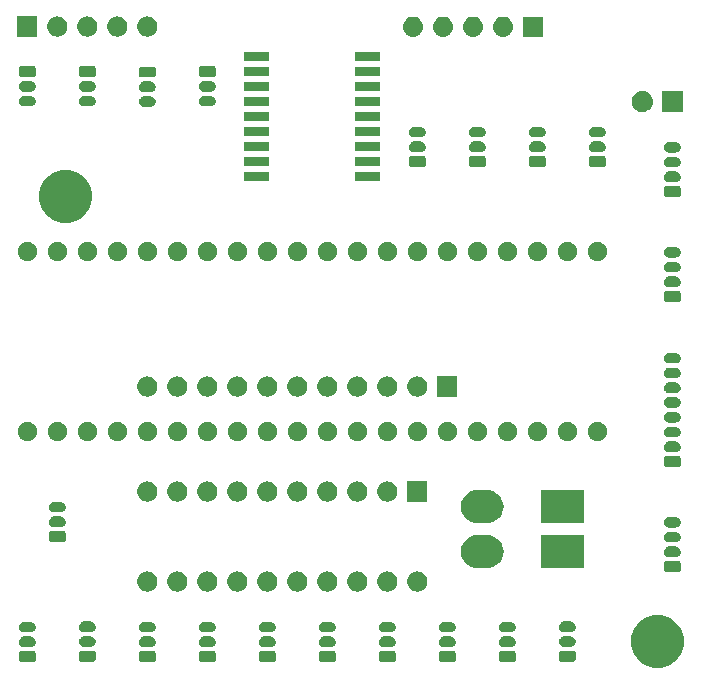
<source format=gbr>
G04 #@! TF.GenerationSoftware,KiCad,Pcbnew,5.0.2*
G04 #@! TF.CreationDate,2019-09-26T16:07:35-03:00*
G04 #@! TF.ProjectId,ControleMix,436f6e74-726f-46c6-954d-69782e6b6963,rev?*
G04 #@! TF.SameCoordinates,Original*
G04 #@! TF.FileFunction,Soldermask,Top*
G04 #@! TF.FilePolarity,Negative*
%FSLAX46Y46*%
G04 Gerber Fmt 4.6, Leading zero omitted, Abs format (unit mm)*
G04 Created by KiCad (PCBNEW 5.0.2) date qui 26 set 2019 16:07:35 -03*
%MOMM*%
%LPD*%
G01*
G04 APERTURE LIST*
%ADD10C,0.100000*%
G04 APERTURE END LIST*
D10*
G36*
X189898445Y-107216254D02*
X190246593Y-107285504D01*
X190656249Y-107455189D01*
X191024929Y-107701534D01*
X191338466Y-108015071D01*
X191584811Y-108383751D01*
X191754496Y-108793407D01*
X191814127Y-109093194D01*
X191841000Y-109228294D01*
X191841000Y-109671706D01*
X191823746Y-109758445D01*
X191754496Y-110106593D01*
X191584811Y-110516249D01*
X191338466Y-110884929D01*
X191024929Y-111198466D01*
X190656249Y-111444811D01*
X190246593Y-111614496D01*
X189898445Y-111683746D01*
X189811706Y-111701000D01*
X189368294Y-111701000D01*
X189281555Y-111683746D01*
X188933407Y-111614496D01*
X188523751Y-111444811D01*
X188155071Y-111198466D01*
X187841534Y-110884929D01*
X187595189Y-110516249D01*
X187425504Y-110106593D01*
X187356254Y-109758445D01*
X187339000Y-109671706D01*
X187339000Y-109228294D01*
X187365873Y-109093194D01*
X187425504Y-108793407D01*
X187595189Y-108383751D01*
X187841534Y-108015071D01*
X188155071Y-107701534D01*
X188523751Y-107455189D01*
X188933407Y-107285504D01*
X189281555Y-107216254D01*
X189368294Y-107199000D01*
X189811706Y-107199000D01*
X189898445Y-107216254D01*
X189898445Y-107216254D01*
G37*
G36*
X177459683Y-110272725D02*
X177490144Y-110281966D01*
X177518223Y-110296975D01*
X177542831Y-110317169D01*
X177563025Y-110341777D01*
X177578034Y-110369856D01*
X177587275Y-110400317D01*
X177591000Y-110438140D01*
X177591000Y-111001860D01*
X177587275Y-111039683D01*
X177578034Y-111070144D01*
X177563025Y-111098223D01*
X177542831Y-111122831D01*
X177518223Y-111143025D01*
X177490144Y-111158034D01*
X177459683Y-111167275D01*
X177421860Y-111171000D01*
X176358140Y-111171000D01*
X176320317Y-111167275D01*
X176289856Y-111158034D01*
X176261777Y-111143025D01*
X176237169Y-111122831D01*
X176216975Y-111098223D01*
X176201966Y-111070144D01*
X176192725Y-111039683D01*
X176189000Y-111001860D01*
X176189000Y-110438140D01*
X176192725Y-110400317D01*
X176201966Y-110369856D01*
X176216975Y-110341777D01*
X176237169Y-110317169D01*
X176261777Y-110296975D01*
X176289856Y-110281966D01*
X176320317Y-110272725D01*
X176358140Y-110269000D01*
X177421860Y-110269000D01*
X177459683Y-110272725D01*
X177459683Y-110272725D01*
G37*
G36*
X136819683Y-110272725D02*
X136850144Y-110281966D01*
X136878223Y-110296975D01*
X136902831Y-110317169D01*
X136923025Y-110341777D01*
X136938034Y-110369856D01*
X136947275Y-110400317D01*
X136951000Y-110438140D01*
X136951000Y-111001860D01*
X136947275Y-111039683D01*
X136938034Y-111070144D01*
X136923025Y-111098223D01*
X136902831Y-111122831D01*
X136878223Y-111143025D01*
X136850144Y-111158034D01*
X136819683Y-111167275D01*
X136781860Y-111171000D01*
X135718140Y-111171000D01*
X135680317Y-111167275D01*
X135649856Y-111158034D01*
X135621777Y-111143025D01*
X135597169Y-111122831D01*
X135576975Y-111098223D01*
X135561966Y-111070144D01*
X135552725Y-111039683D01*
X135549000Y-111001860D01*
X135549000Y-110438140D01*
X135552725Y-110400317D01*
X135561966Y-110369856D01*
X135576975Y-110341777D01*
X135597169Y-110317169D01*
X135621777Y-110296975D01*
X135649856Y-110281966D01*
X135680317Y-110272725D01*
X135718140Y-110269000D01*
X136781860Y-110269000D01*
X136819683Y-110272725D01*
X136819683Y-110272725D01*
G37*
G36*
X146979683Y-110272725D02*
X147010144Y-110281966D01*
X147038223Y-110296975D01*
X147062831Y-110317169D01*
X147083025Y-110341777D01*
X147098034Y-110369856D01*
X147107275Y-110400317D01*
X147111000Y-110438140D01*
X147111000Y-111001860D01*
X147107275Y-111039683D01*
X147098034Y-111070144D01*
X147083025Y-111098223D01*
X147062831Y-111122831D01*
X147038223Y-111143025D01*
X147010144Y-111158034D01*
X146979683Y-111167275D01*
X146941860Y-111171000D01*
X145878140Y-111171000D01*
X145840317Y-111167275D01*
X145809856Y-111158034D01*
X145781777Y-111143025D01*
X145757169Y-111122831D01*
X145736975Y-111098223D01*
X145721966Y-111070144D01*
X145712725Y-111039683D01*
X145709000Y-111001860D01*
X145709000Y-110438140D01*
X145712725Y-110400317D01*
X145721966Y-110369856D01*
X145736975Y-110341777D01*
X145757169Y-110317169D01*
X145781777Y-110296975D01*
X145809856Y-110281966D01*
X145840317Y-110272725D01*
X145878140Y-110269000D01*
X146941860Y-110269000D01*
X146979683Y-110272725D01*
X146979683Y-110272725D01*
G37*
G36*
X152059683Y-110272725D02*
X152090144Y-110281966D01*
X152118223Y-110296975D01*
X152142831Y-110317169D01*
X152163025Y-110341777D01*
X152178034Y-110369856D01*
X152187275Y-110400317D01*
X152191000Y-110438140D01*
X152191000Y-111001860D01*
X152187275Y-111039683D01*
X152178034Y-111070144D01*
X152163025Y-111098223D01*
X152142831Y-111122831D01*
X152118223Y-111143025D01*
X152090144Y-111158034D01*
X152059683Y-111167275D01*
X152021860Y-111171000D01*
X150958140Y-111171000D01*
X150920317Y-111167275D01*
X150889856Y-111158034D01*
X150861777Y-111143025D01*
X150837169Y-111122831D01*
X150816975Y-111098223D01*
X150801966Y-111070144D01*
X150792725Y-111039683D01*
X150789000Y-111001860D01*
X150789000Y-110438140D01*
X150792725Y-110400317D01*
X150801966Y-110369856D01*
X150816975Y-110341777D01*
X150837169Y-110317169D01*
X150861777Y-110296975D01*
X150889856Y-110281966D01*
X150920317Y-110272725D01*
X150958140Y-110269000D01*
X152021860Y-110269000D01*
X152059683Y-110272725D01*
X152059683Y-110272725D01*
G37*
G36*
X162219683Y-110272725D02*
X162250144Y-110281966D01*
X162278223Y-110296975D01*
X162302831Y-110317169D01*
X162323025Y-110341777D01*
X162338034Y-110369856D01*
X162347275Y-110400317D01*
X162351000Y-110438140D01*
X162351000Y-111001860D01*
X162347275Y-111039683D01*
X162338034Y-111070144D01*
X162323025Y-111098223D01*
X162302831Y-111122831D01*
X162278223Y-111143025D01*
X162250144Y-111158034D01*
X162219683Y-111167275D01*
X162181860Y-111171000D01*
X161118140Y-111171000D01*
X161080317Y-111167275D01*
X161049856Y-111158034D01*
X161021777Y-111143025D01*
X160997169Y-111122831D01*
X160976975Y-111098223D01*
X160961966Y-111070144D01*
X160952725Y-111039683D01*
X160949000Y-111001860D01*
X160949000Y-110438140D01*
X160952725Y-110400317D01*
X160961966Y-110369856D01*
X160976975Y-110341777D01*
X160997169Y-110317169D01*
X161021777Y-110296975D01*
X161049856Y-110281966D01*
X161080317Y-110272725D01*
X161118140Y-110269000D01*
X162181860Y-110269000D01*
X162219683Y-110272725D01*
X162219683Y-110272725D01*
G37*
G36*
X157139683Y-110272725D02*
X157170144Y-110281966D01*
X157198223Y-110296975D01*
X157222831Y-110317169D01*
X157243025Y-110341777D01*
X157258034Y-110369856D01*
X157267275Y-110400317D01*
X157271000Y-110438140D01*
X157271000Y-111001860D01*
X157267275Y-111039683D01*
X157258034Y-111070144D01*
X157243025Y-111098223D01*
X157222831Y-111122831D01*
X157198223Y-111143025D01*
X157170144Y-111158034D01*
X157139683Y-111167275D01*
X157101860Y-111171000D01*
X156038140Y-111171000D01*
X156000317Y-111167275D01*
X155969856Y-111158034D01*
X155941777Y-111143025D01*
X155917169Y-111122831D01*
X155896975Y-111098223D01*
X155881966Y-111070144D01*
X155872725Y-111039683D01*
X155869000Y-111001860D01*
X155869000Y-110438140D01*
X155872725Y-110400317D01*
X155881966Y-110369856D01*
X155896975Y-110341777D01*
X155917169Y-110317169D01*
X155941777Y-110296975D01*
X155969856Y-110281966D01*
X156000317Y-110272725D01*
X156038140Y-110269000D01*
X157101860Y-110269000D01*
X157139683Y-110272725D01*
X157139683Y-110272725D01*
G37*
G36*
X172379683Y-110272725D02*
X172410144Y-110281966D01*
X172438223Y-110296975D01*
X172462831Y-110317169D01*
X172483025Y-110341777D01*
X172498034Y-110369856D01*
X172507275Y-110400317D01*
X172511000Y-110438140D01*
X172511000Y-111001860D01*
X172507275Y-111039683D01*
X172498034Y-111070144D01*
X172483025Y-111098223D01*
X172462831Y-111122831D01*
X172438223Y-111143025D01*
X172410144Y-111158034D01*
X172379683Y-111167275D01*
X172341860Y-111171000D01*
X171278140Y-111171000D01*
X171240317Y-111167275D01*
X171209856Y-111158034D01*
X171181777Y-111143025D01*
X171157169Y-111122831D01*
X171136975Y-111098223D01*
X171121966Y-111070144D01*
X171112725Y-111039683D01*
X171109000Y-111001860D01*
X171109000Y-110438140D01*
X171112725Y-110400317D01*
X171121966Y-110369856D01*
X171136975Y-110341777D01*
X171157169Y-110317169D01*
X171181777Y-110296975D01*
X171209856Y-110281966D01*
X171240317Y-110272725D01*
X171278140Y-110269000D01*
X172341860Y-110269000D01*
X172379683Y-110272725D01*
X172379683Y-110272725D01*
G37*
G36*
X167299683Y-110272725D02*
X167330144Y-110281966D01*
X167358223Y-110296975D01*
X167382831Y-110317169D01*
X167403025Y-110341777D01*
X167418034Y-110369856D01*
X167427275Y-110400317D01*
X167431000Y-110438140D01*
X167431000Y-111001860D01*
X167427275Y-111039683D01*
X167418034Y-111070144D01*
X167403025Y-111098223D01*
X167382831Y-111122831D01*
X167358223Y-111143025D01*
X167330144Y-111158034D01*
X167299683Y-111167275D01*
X167261860Y-111171000D01*
X166198140Y-111171000D01*
X166160317Y-111167275D01*
X166129856Y-111158034D01*
X166101777Y-111143025D01*
X166077169Y-111122831D01*
X166056975Y-111098223D01*
X166041966Y-111070144D01*
X166032725Y-111039683D01*
X166029000Y-111001860D01*
X166029000Y-110438140D01*
X166032725Y-110400317D01*
X166041966Y-110369856D01*
X166056975Y-110341777D01*
X166077169Y-110317169D01*
X166101777Y-110296975D01*
X166129856Y-110281966D01*
X166160317Y-110272725D01*
X166198140Y-110269000D01*
X167261860Y-110269000D01*
X167299683Y-110272725D01*
X167299683Y-110272725D01*
G37*
G36*
X182539683Y-110252725D02*
X182570144Y-110261966D01*
X182598223Y-110276975D01*
X182622831Y-110297169D01*
X182643025Y-110321777D01*
X182658034Y-110349856D01*
X182667275Y-110380317D01*
X182671000Y-110418140D01*
X182671000Y-110981860D01*
X182667275Y-111019683D01*
X182658034Y-111050144D01*
X182643025Y-111078223D01*
X182622831Y-111102831D01*
X182598223Y-111123025D01*
X182570144Y-111138034D01*
X182539683Y-111147275D01*
X182501860Y-111151000D01*
X181438140Y-111151000D01*
X181400317Y-111147275D01*
X181369856Y-111138034D01*
X181341777Y-111123025D01*
X181317169Y-111102831D01*
X181296975Y-111078223D01*
X181281966Y-111050144D01*
X181272725Y-111019683D01*
X181269000Y-110981860D01*
X181269000Y-110418140D01*
X181272725Y-110380317D01*
X181281966Y-110349856D01*
X181296975Y-110321777D01*
X181317169Y-110297169D01*
X181341777Y-110276975D01*
X181369856Y-110261966D01*
X181400317Y-110252725D01*
X181438140Y-110249000D01*
X182501860Y-110249000D01*
X182539683Y-110252725D01*
X182539683Y-110252725D01*
G37*
G36*
X141899683Y-110252725D02*
X141930144Y-110261966D01*
X141958223Y-110276975D01*
X141982831Y-110297169D01*
X142003025Y-110321777D01*
X142018034Y-110349856D01*
X142027275Y-110380317D01*
X142031000Y-110418140D01*
X142031000Y-110981860D01*
X142027275Y-111019683D01*
X142018034Y-111050144D01*
X142003025Y-111078223D01*
X141982831Y-111102831D01*
X141958223Y-111123025D01*
X141930144Y-111138034D01*
X141899683Y-111147275D01*
X141861860Y-111151000D01*
X140798140Y-111151000D01*
X140760317Y-111147275D01*
X140729856Y-111138034D01*
X140701777Y-111123025D01*
X140677169Y-111102831D01*
X140656975Y-111078223D01*
X140641966Y-111050144D01*
X140632725Y-111019683D01*
X140629000Y-110981860D01*
X140629000Y-110418140D01*
X140632725Y-110380317D01*
X140641966Y-110349856D01*
X140656975Y-110321777D01*
X140677169Y-110297169D01*
X140701777Y-110276975D01*
X140729856Y-110261966D01*
X140760317Y-110252725D01*
X140798140Y-110249000D01*
X141861860Y-110249000D01*
X141899683Y-110252725D01*
X141899683Y-110252725D01*
G37*
G36*
X172148413Y-109025525D02*
X172223456Y-109048290D01*
X172233425Y-109051314D01*
X172311774Y-109093193D01*
X172380448Y-109149552D01*
X172436807Y-109218226D01*
X172478686Y-109296575D01*
X172478687Y-109296579D01*
X172504475Y-109381587D01*
X172513182Y-109470000D01*
X172504475Y-109558413D01*
X172484754Y-109623421D01*
X172478686Y-109643425D01*
X172436807Y-109721774D01*
X172380448Y-109790448D01*
X172311774Y-109846807D01*
X172233425Y-109888686D01*
X172223456Y-109891710D01*
X172148413Y-109914475D01*
X172082158Y-109921000D01*
X171537842Y-109921000D01*
X171471587Y-109914475D01*
X171396544Y-109891710D01*
X171386575Y-109888686D01*
X171308226Y-109846807D01*
X171239552Y-109790448D01*
X171183193Y-109721774D01*
X171141314Y-109643425D01*
X171135246Y-109623421D01*
X171115525Y-109558413D01*
X171106818Y-109470000D01*
X171115525Y-109381587D01*
X171141313Y-109296579D01*
X171141314Y-109296575D01*
X171183193Y-109218226D01*
X171239552Y-109149552D01*
X171308226Y-109093193D01*
X171386575Y-109051314D01*
X171396544Y-109048290D01*
X171471587Y-109025525D01*
X171537842Y-109019000D01*
X172082158Y-109019000D01*
X172148413Y-109025525D01*
X172148413Y-109025525D01*
G37*
G36*
X177228413Y-109025525D02*
X177303456Y-109048290D01*
X177313425Y-109051314D01*
X177391774Y-109093193D01*
X177460448Y-109149552D01*
X177516807Y-109218226D01*
X177558686Y-109296575D01*
X177558687Y-109296579D01*
X177584475Y-109381587D01*
X177593182Y-109470000D01*
X177584475Y-109558413D01*
X177564754Y-109623421D01*
X177558686Y-109643425D01*
X177516807Y-109721774D01*
X177460448Y-109790448D01*
X177391774Y-109846807D01*
X177313425Y-109888686D01*
X177303456Y-109891710D01*
X177228413Y-109914475D01*
X177162158Y-109921000D01*
X176617842Y-109921000D01*
X176551587Y-109914475D01*
X176476544Y-109891710D01*
X176466575Y-109888686D01*
X176388226Y-109846807D01*
X176319552Y-109790448D01*
X176263193Y-109721774D01*
X176221314Y-109643425D01*
X176215246Y-109623421D01*
X176195525Y-109558413D01*
X176186818Y-109470000D01*
X176195525Y-109381587D01*
X176221313Y-109296579D01*
X176221314Y-109296575D01*
X176263193Y-109218226D01*
X176319552Y-109149552D01*
X176388226Y-109093193D01*
X176466575Y-109051314D01*
X176476544Y-109048290D01*
X176551587Y-109025525D01*
X176617842Y-109019000D01*
X177162158Y-109019000D01*
X177228413Y-109025525D01*
X177228413Y-109025525D01*
G37*
G36*
X167068413Y-109025525D02*
X167143456Y-109048290D01*
X167153425Y-109051314D01*
X167231774Y-109093193D01*
X167300448Y-109149552D01*
X167356807Y-109218226D01*
X167398686Y-109296575D01*
X167398687Y-109296579D01*
X167424475Y-109381587D01*
X167433182Y-109470000D01*
X167424475Y-109558413D01*
X167404754Y-109623421D01*
X167398686Y-109643425D01*
X167356807Y-109721774D01*
X167300448Y-109790448D01*
X167231774Y-109846807D01*
X167153425Y-109888686D01*
X167143456Y-109891710D01*
X167068413Y-109914475D01*
X167002158Y-109921000D01*
X166457842Y-109921000D01*
X166391587Y-109914475D01*
X166316544Y-109891710D01*
X166306575Y-109888686D01*
X166228226Y-109846807D01*
X166159552Y-109790448D01*
X166103193Y-109721774D01*
X166061314Y-109643425D01*
X166055246Y-109623421D01*
X166035525Y-109558413D01*
X166026818Y-109470000D01*
X166035525Y-109381587D01*
X166061313Y-109296579D01*
X166061314Y-109296575D01*
X166103193Y-109218226D01*
X166159552Y-109149552D01*
X166228226Y-109093193D01*
X166306575Y-109051314D01*
X166316544Y-109048290D01*
X166391587Y-109025525D01*
X166457842Y-109019000D01*
X167002158Y-109019000D01*
X167068413Y-109025525D01*
X167068413Y-109025525D01*
G37*
G36*
X161988413Y-109025525D02*
X162063456Y-109048290D01*
X162073425Y-109051314D01*
X162151774Y-109093193D01*
X162220448Y-109149552D01*
X162276807Y-109218226D01*
X162318686Y-109296575D01*
X162318687Y-109296579D01*
X162344475Y-109381587D01*
X162353182Y-109470000D01*
X162344475Y-109558413D01*
X162324754Y-109623421D01*
X162318686Y-109643425D01*
X162276807Y-109721774D01*
X162220448Y-109790448D01*
X162151774Y-109846807D01*
X162073425Y-109888686D01*
X162063456Y-109891710D01*
X161988413Y-109914475D01*
X161922158Y-109921000D01*
X161377842Y-109921000D01*
X161311587Y-109914475D01*
X161236544Y-109891710D01*
X161226575Y-109888686D01*
X161148226Y-109846807D01*
X161079552Y-109790448D01*
X161023193Y-109721774D01*
X160981314Y-109643425D01*
X160975246Y-109623421D01*
X160955525Y-109558413D01*
X160946818Y-109470000D01*
X160955525Y-109381587D01*
X160981313Y-109296579D01*
X160981314Y-109296575D01*
X161023193Y-109218226D01*
X161079552Y-109149552D01*
X161148226Y-109093193D01*
X161226575Y-109051314D01*
X161236544Y-109048290D01*
X161311587Y-109025525D01*
X161377842Y-109019000D01*
X161922158Y-109019000D01*
X161988413Y-109025525D01*
X161988413Y-109025525D01*
G37*
G36*
X156908413Y-109025525D02*
X156983456Y-109048290D01*
X156993425Y-109051314D01*
X157071774Y-109093193D01*
X157140448Y-109149552D01*
X157196807Y-109218226D01*
X157238686Y-109296575D01*
X157238687Y-109296579D01*
X157264475Y-109381587D01*
X157273182Y-109470000D01*
X157264475Y-109558413D01*
X157244754Y-109623421D01*
X157238686Y-109643425D01*
X157196807Y-109721774D01*
X157140448Y-109790448D01*
X157071774Y-109846807D01*
X156993425Y-109888686D01*
X156983456Y-109891710D01*
X156908413Y-109914475D01*
X156842158Y-109921000D01*
X156297842Y-109921000D01*
X156231587Y-109914475D01*
X156156544Y-109891710D01*
X156146575Y-109888686D01*
X156068226Y-109846807D01*
X155999552Y-109790448D01*
X155943193Y-109721774D01*
X155901314Y-109643425D01*
X155895246Y-109623421D01*
X155875525Y-109558413D01*
X155866818Y-109470000D01*
X155875525Y-109381587D01*
X155901313Y-109296579D01*
X155901314Y-109296575D01*
X155943193Y-109218226D01*
X155999552Y-109149552D01*
X156068226Y-109093193D01*
X156146575Y-109051314D01*
X156156544Y-109048290D01*
X156231587Y-109025525D01*
X156297842Y-109019000D01*
X156842158Y-109019000D01*
X156908413Y-109025525D01*
X156908413Y-109025525D01*
G37*
G36*
X151828413Y-109025525D02*
X151903456Y-109048290D01*
X151913425Y-109051314D01*
X151991774Y-109093193D01*
X152060448Y-109149552D01*
X152116807Y-109218226D01*
X152158686Y-109296575D01*
X152158687Y-109296579D01*
X152184475Y-109381587D01*
X152193182Y-109470000D01*
X152184475Y-109558413D01*
X152164754Y-109623421D01*
X152158686Y-109643425D01*
X152116807Y-109721774D01*
X152060448Y-109790448D01*
X151991774Y-109846807D01*
X151913425Y-109888686D01*
X151903456Y-109891710D01*
X151828413Y-109914475D01*
X151762158Y-109921000D01*
X151217842Y-109921000D01*
X151151587Y-109914475D01*
X151076544Y-109891710D01*
X151066575Y-109888686D01*
X150988226Y-109846807D01*
X150919552Y-109790448D01*
X150863193Y-109721774D01*
X150821314Y-109643425D01*
X150815246Y-109623421D01*
X150795525Y-109558413D01*
X150786818Y-109470000D01*
X150795525Y-109381587D01*
X150821313Y-109296579D01*
X150821314Y-109296575D01*
X150863193Y-109218226D01*
X150919552Y-109149552D01*
X150988226Y-109093193D01*
X151066575Y-109051314D01*
X151076544Y-109048290D01*
X151151587Y-109025525D01*
X151217842Y-109019000D01*
X151762158Y-109019000D01*
X151828413Y-109025525D01*
X151828413Y-109025525D01*
G37*
G36*
X146748413Y-109025525D02*
X146823456Y-109048290D01*
X146833425Y-109051314D01*
X146911774Y-109093193D01*
X146980448Y-109149552D01*
X147036807Y-109218226D01*
X147078686Y-109296575D01*
X147078687Y-109296579D01*
X147104475Y-109381587D01*
X147113182Y-109470000D01*
X147104475Y-109558413D01*
X147084754Y-109623421D01*
X147078686Y-109643425D01*
X147036807Y-109721774D01*
X146980448Y-109790448D01*
X146911774Y-109846807D01*
X146833425Y-109888686D01*
X146823456Y-109891710D01*
X146748413Y-109914475D01*
X146682158Y-109921000D01*
X146137842Y-109921000D01*
X146071587Y-109914475D01*
X145996544Y-109891710D01*
X145986575Y-109888686D01*
X145908226Y-109846807D01*
X145839552Y-109790448D01*
X145783193Y-109721774D01*
X145741314Y-109643425D01*
X145735246Y-109623421D01*
X145715525Y-109558413D01*
X145706818Y-109470000D01*
X145715525Y-109381587D01*
X145741313Y-109296579D01*
X145741314Y-109296575D01*
X145783193Y-109218226D01*
X145839552Y-109149552D01*
X145908226Y-109093193D01*
X145986575Y-109051314D01*
X145996544Y-109048290D01*
X146071587Y-109025525D01*
X146137842Y-109019000D01*
X146682158Y-109019000D01*
X146748413Y-109025525D01*
X146748413Y-109025525D01*
G37*
G36*
X136588413Y-109025525D02*
X136663456Y-109048290D01*
X136673425Y-109051314D01*
X136751774Y-109093193D01*
X136820448Y-109149552D01*
X136876807Y-109218226D01*
X136918686Y-109296575D01*
X136918687Y-109296579D01*
X136944475Y-109381587D01*
X136953182Y-109470000D01*
X136944475Y-109558413D01*
X136924754Y-109623421D01*
X136918686Y-109643425D01*
X136876807Y-109721774D01*
X136820448Y-109790448D01*
X136751774Y-109846807D01*
X136673425Y-109888686D01*
X136663456Y-109891710D01*
X136588413Y-109914475D01*
X136522158Y-109921000D01*
X135977842Y-109921000D01*
X135911587Y-109914475D01*
X135836544Y-109891710D01*
X135826575Y-109888686D01*
X135748226Y-109846807D01*
X135679552Y-109790448D01*
X135623193Y-109721774D01*
X135581314Y-109643425D01*
X135575246Y-109623421D01*
X135555525Y-109558413D01*
X135546818Y-109470000D01*
X135555525Y-109381587D01*
X135581313Y-109296579D01*
X135581314Y-109296575D01*
X135623193Y-109218226D01*
X135679552Y-109149552D01*
X135748226Y-109093193D01*
X135826575Y-109051314D01*
X135836544Y-109048290D01*
X135911587Y-109025525D01*
X135977842Y-109019000D01*
X136522158Y-109019000D01*
X136588413Y-109025525D01*
X136588413Y-109025525D01*
G37*
G36*
X182308413Y-109005525D02*
X182383456Y-109028290D01*
X182393425Y-109031314D01*
X182471774Y-109073193D01*
X182540448Y-109129552D01*
X182596807Y-109198226D01*
X182638686Y-109276575D01*
X182638687Y-109276579D01*
X182664475Y-109361587D01*
X182673182Y-109450000D01*
X182664475Y-109538413D01*
X182641710Y-109613456D01*
X182638686Y-109623425D01*
X182596807Y-109701774D01*
X182540448Y-109770448D01*
X182471774Y-109826807D01*
X182393425Y-109868686D01*
X182383456Y-109871710D01*
X182308413Y-109894475D01*
X182242158Y-109901000D01*
X181697842Y-109901000D01*
X181631587Y-109894475D01*
X181556544Y-109871710D01*
X181546575Y-109868686D01*
X181468226Y-109826807D01*
X181399552Y-109770448D01*
X181343193Y-109701774D01*
X181301314Y-109623425D01*
X181298290Y-109613456D01*
X181275525Y-109538413D01*
X181266818Y-109450000D01*
X181275525Y-109361587D01*
X181301313Y-109276579D01*
X181301314Y-109276575D01*
X181343193Y-109198226D01*
X181399552Y-109129552D01*
X181468226Y-109073193D01*
X181546575Y-109031314D01*
X181556544Y-109028290D01*
X181631587Y-109005525D01*
X181697842Y-108999000D01*
X182242158Y-108999000D01*
X182308413Y-109005525D01*
X182308413Y-109005525D01*
G37*
G36*
X141668413Y-109005525D02*
X141743456Y-109028290D01*
X141753425Y-109031314D01*
X141831774Y-109073193D01*
X141900448Y-109129552D01*
X141956807Y-109198226D01*
X141998686Y-109276575D01*
X141998687Y-109276579D01*
X142024475Y-109361587D01*
X142033182Y-109450000D01*
X142024475Y-109538413D01*
X142001710Y-109613456D01*
X141998686Y-109623425D01*
X141956807Y-109701774D01*
X141900448Y-109770448D01*
X141831774Y-109826807D01*
X141753425Y-109868686D01*
X141743456Y-109871710D01*
X141668413Y-109894475D01*
X141602158Y-109901000D01*
X141057842Y-109901000D01*
X140991587Y-109894475D01*
X140916544Y-109871710D01*
X140906575Y-109868686D01*
X140828226Y-109826807D01*
X140759552Y-109770448D01*
X140703193Y-109701774D01*
X140661314Y-109623425D01*
X140658290Y-109613456D01*
X140635525Y-109538413D01*
X140626818Y-109450000D01*
X140635525Y-109361587D01*
X140661313Y-109276579D01*
X140661314Y-109276575D01*
X140703193Y-109198226D01*
X140759552Y-109129552D01*
X140828226Y-109073193D01*
X140906575Y-109031314D01*
X140916544Y-109028290D01*
X140991587Y-109005525D01*
X141057842Y-108999000D01*
X141602158Y-108999000D01*
X141668413Y-109005525D01*
X141668413Y-109005525D01*
G37*
G36*
X136588413Y-107775525D02*
X136663456Y-107798290D01*
X136673425Y-107801314D01*
X136751774Y-107843193D01*
X136820448Y-107899552D01*
X136876807Y-107968226D01*
X136918686Y-108046575D01*
X136918687Y-108046579D01*
X136944475Y-108131587D01*
X136953182Y-108220000D01*
X136944475Y-108308413D01*
X136924754Y-108373421D01*
X136918686Y-108393425D01*
X136876807Y-108471774D01*
X136820448Y-108540448D01*
X136751774Y-108596807D01*
X136673425Y-108638686D01*
X136663456Y-108641710D01*
X136588413Y-108664475D01*
X136522158Y-108671000D01*
X135977842Y-108671000D01*
X135911587Y-108664475D01*
X135836544Y-108641710D01*
X135826575Y-108638686D01*
X135748226Y-108596807D01*
X135679552Y-108540448D01*
X135623193Y-108471774D01*
X135581314Y-108393425D01*
X135575246Y-108373421D01*
X135555525Y-108308413D01*
X135546818Y-108220000D01*
X135555525Y-108131587D01*
X135581313Y-108046579D01*
X135581314Y-108046575D01*
X135623193Y-107968226D01*
X135679552Y-107899552D01*
X135748226Y-107843193D01*
X135826575Y-107801314D01*
X135836544Y-107798290D01*
X135911587Y-107775525D01*
X135977842Y-107769000D01*
X136522158Y-107769000D01*
X136588413Y-107775525D01*
X136588413Y-107775525D01*
G37*
G36*
X156908413Y-107775525D02*
X156983456Y-107798290D01*
X156993425Y-107801314D01*
X157071774Y-107843193D01*
X157140448Y-107899552D01*
X157196807Y-107968226D01*
X157238686Y-108046575D01*
X157238687Y-108046579D01*
X157264475Y-108131587D01*
X157273182Y-108220000D01*
X157264475Y-108308413D01*
X157244754Y-108373421D01*
X157238686Y-108393425D01*
X157196807Y-108471774D01*
X157140448Y-108540448D01*
X157071774Y-108596807D01*
X156993425Y-108638686D01*
X156983456Y-108641710D01*
X156908413Y-108664475D01*
X156842158Y-108671000D01*
X156297842Y-108671000D01*
X156231587Y-108664475D01*
X156156544Y-108641710D01*
X156146575Y-108638686D01*
X156068226Y-108596807D01*
X155999552Y-108540448D01*
X155943193Y-108471774D01*
X155901314Y-108393425D01*
X155895246Y-108373421D01*
X155875525Y-108308413D01*
X155866818Y-108220000D01*
X155875525Y-108131587D01*
X155901313Y-108046579D01*
X155901314Y-108046575D01*
X155943193Y-107968226D01*
X155999552Y-107899552D01*
X156068226Y-107843193D01*
X156146575Y-107801314D01*
X156156544Y-107798290D01*
X156231587Y-107775525D01*
X156297842Y-107769000D01*
X156842158Y-107769000D01*
X156908413Y-107775525D01*
X156908413Y-107775525D01*
G37*
G36*
X146748413Y-107775525D02*
X146823456Y-107798290D01*
X146833425Y-107801314D01*
X146911774Y-107843193D01*
X146980448Y-107899552D01*
X147036807Y-107968226D01*
X147078686Y-108046575D01*
X147078687Y-108046579D01*
X147104475Y-108131587D01*
X147113182Y-108220000D01*
X147104475Y-108308413D01*
X147084754Y-108373421D01*
X147078686Y-108393425D01*
X147036807Y-108471774D01*
X146980448Y-108540448D01*
X146911774Y-108596807D01*
X146833425Y-108638686D01*
X146823456Y-108641710D01*
X146748413Y-108664475D01*
X146682158Y-108671000D01*
X146137842Y-108671000D01*
X146071587Y-108664475D01*
X145996544Y-108641710D01*
X145986575Y-108638686D01*
X145908226Y-108596807D01*
X145839552Y-108540448D01*
X145783193Y-108471774D01*
X145741314Y-108393425D01*
X145735246Y-108373421D01*
X145715525Y-108308413D01*
X145706818Y-108220000D01*
X145715525Y-108131587D01*
X145741313Y-108046579D01*
X145741314Y-108046575D01*
X145783193Y-107968226D01*
X145839552Y-107899552D01*
X145908226Y-107843193D01*
X145986575Y-107801314D01*
X145996544Y-107798290D01*
X146071587Y-107775525D01*
X146137842Y-107769000D01*
X146682158Y-107769000D01*
X146748413Y-107775525D01*
X146748413Y-107775525D01*
G37*
G36*
X151828413Y-107775525D02*
X151903456Y-107798290D01*
X151913425Y-107801314D01*
X151991774Y-107843193D01*
X152060448Y-107899552D01*
X152116807Y-107968226D01*
X152158686Y-108046575D01*
X152158687Y-108046579D01*
X152184475Y-108131587D01*
X152193182Y-108220000D01*
X152184475Y-108308413D01*
X152164754Y-108373421D01*
X152158686Y-108393425D01*
X152116807Y-108471774D01*
X152060448Y-108540448D01*
X151991774Y-108596807D01*
X151913425Y-108638686D01*
X151903456Y-108641710D01*
X151828413Y-108664475D01*
X151762158Y-108671000D01*
X151217842Y-108671000D01*
X151151587Y-108664475D01*
X151076544Y-108641710D01*
X151066575Y-108638686D01*
X150988226Y-108596807D01*
X150919552Y-108540448D01*
X150863193Y-108471774D01*
X150821314Y-108393425D01*
X150815246Y-108373421D01*
X150795525Y-108308413D01*
X150786818Y-108220000D01*
X150795525Y-108131587D01*
X150821313Y-108046579D01*
X150821314Y-108046575D01*
X150863193Y-107968226D01*
X150919552Y-107899552D01*
X150988226Y-107843193D01*
X151066575Y-107801314D01*
X151076544Y-107798290D01*
X151151587Y-107775525D01*
X151217842Y-107769000D01*
X151762158Y-107769000D01*
X151828413Y-107775525D01*
X151828413Y-107775525D01*
G37*
G36*
X161988413Y-107775525D02*
X162063456Y-107798290D01*
X162073425Y-107801314D01*
X162151774Y-107843193D01*
X162220448Y-107899552D01*
X162276807Y-107968226D01*
X162318686Y-108046575D01*
X162318687Y-108046579D01*
X162344475Y-108131587D01*
X162353182Y-108220000D01*
X162344475Y-108308413D01*
X162324754Y-108373421D01*
X162318686Y-108393425D01*
X162276807Y-108471774D01*
X162220448Y-108540448D01*
X162151774Y-108596807D01*
X162073425Y-108638686D01*
X162063456Y-108641710D01*
X161988413Y-108664475D01*
X161922158Y-108671000D01*
X161377842Y-108671000D01*
X161311587Y-108664475D01*
X161236544Y-108641710D01*
X161226575Y-108638686D01*
X161148226Y-108596807D01*
X161079552Y-108540448D01*
X161023193Y-108471774D01*
X160981314Y-108393425D01*
X160975246Y-108373421D01*
X160955525Y-108308413D01*
X160946818Y-108220000D01*
X160955525Y-108131587D01*
X160981313Y-108046579D01*
X160981314Y-108046575D01*
X161023193Y-107968226D01*
X161079552Y-107899552D01*
X161148226Y-107843193D01*
X161226575Y-107801314D01*
X161236544Y-107798290D01*
X161311587Y-107775525D01*
X161377842Y-107769000D01*
X161922158Y-107769000D01*
X161988413Y-107775525D01*
X161988413Y-107775525D01*
G37*
G36*
X167068413Y-107775525D02*
X167143456Y-107798290D01*
X167153425Y-107801314D01*
X167231774Y-107843193D01*
X167300448Y-107899552D01*
X167356807Y-107968226D01*
X167398686Y-108046575D01*
X167398687Y-108046579D01*
X167424475Y-108131587D01*
X167433182Y-108220000D01*
X167424475Y-108308413D01*
X167404754Y-108373421D01*
X167398686Y-108393425D01*
X167356807Y-108471774D01*
X167300448Y-108540448D01*
X167231774Y-108596807D01*
X167153425Y-108638686D01*
X167143456Y-108641710D01*
X167068413Y-108664475D01*
X167002158Y-108671000D01*
X166457842Y-108671000D01*
X166391587Y-108664475D01*
X166316544Y-108641710D01*
X166306575Y-108638686D01*
X166228226Y-108596807D01*
X166159552Y-108540448D01*
X166103193Y-108471774D01*
X166061314Y-108393425D01*
X166055246Y-108373421D01*
X166035525Y-108308413D01*
X166026818Y-108220000D01*
X166035525Y-108131587D01*
X166061313Y-108046579D01*
X166061314Y-108046575D01*
X166103193Y-107968226D01*
X166159552Y-107899552D01*
X166228226Y-107843193D01*
X166306575Y-107801314D01*
X166316544Y-107798290D01*
X166391587Y-107775525D01*
X166457842Y-107769000D01*
X167002158Y-107769000D01*
X167068413Y-107775525D01*
X167068413Y-107775525D01*
G37*
G36*
X172148413Y-107775525D02*
X172223456Y-107798290D01*
X172233425Y-107801314D01*
X172311774Y-107843193D01*
X172380448Y-107899552D01*
X172436807Y-107968226D01*
X172478686Y-108046575D01*
X172478687Y-108046579D01*
X172504475Y-108131587D01*
X172513182Y-108220000D01*
X172504475Y-108308413D01*
X172484754Y-108373421D01*
X172478686Y-108393425D01*
X172436807Y-108471774D01*
X172380448Y-108540448D01*
X172311774Y-108596807D01*
X172233425Y-108638686D01*
X172223456Y-108641710D01*
X172148413Y-108664475D01*
X172082158Y-108671000D01*
X171537842Y-108671000D01*
X171471587Y-108664475D01*
X171396544Y-108641710D01*
X171386575Y-108638686D01*
X171308226Y-108596807D01*
X171239552Y-108540448D01*
X171183193Y-108471774D01*
X171141314Y-108393425D01*
X171135246Y-108373421D01*
X171115525Y-108308413D01*
X171106818Y-108220000D01*
X171115525Y-108131587D01*
X171141313Y-108046579D01*
X171141314Y-108046575D01*
X171183193Y-107968226D01*
X171239552Y-107899552D01*
X171308226Y-107843193D01*
X171386575Y-107801314D01*
X171396544Y-107798290D01*
X171471587Y-107775525D01*
X171537842Y-107769000D01*
X172082158Y-107769000D01*
X172148413Y-107775525D01*
X172148413Y-107775525D01*
G37*
G36*
X177228413Y-107775525D02*
X177303456Y-107798290D01*
X177313425Y-107801314D01*
X177391774Y-107843193D01*
X177460448Y-107899552D01*
X177516807Y-107968226D01*
X177558686Y-108046575D01*
X177558687Y-108046579D01*
X177584475Y-108131587D01*
X177593182Y-108220000D01*
X177584475Y-108308413D01*
X177564754Y-108373421D01*
X177558686Y-108393425D01*
X177516807Y-108471774D01*
X177460448Y-108540448D01*
X177391774Y-108596807D01*
X177313425Y-108638686D01*
X177303456Y-108641710D01*
X177228413Y-108664475D01*
X177162158Y-108671000D01*
X176617842Y-108671000D01*
X176551587Y-108664475D01*
X176476544Y-108641710D01*
X176466575Y-108638686D01*
X176388226Y-108596807D01*
X176319552Y-108540448D01*
X176263193Y-108471774D01*
X176221314Y-108393425D01*
X176215246Y-108373421D01*
X176195525Y-108308413D01*
X176186818Y-108220000D01*
X176195525Y-108131587D01*
X176221313Y-108046579D01*
X176221314Y-108046575D01*
X176263193Y-107968226D01*
X176319552Y-107899552D01*
X176388226Y-107843193D01*
X176466575Y-107801314D01*
X176476544Y-107798290D01*
X176551587Y-107775525D01*
X176617842Y-107769000D01*
X177162158Y-107769000D01*
X177228413Y-107775525D01*
X177228413Y-107775525D01*
G37*
G36*
X182308413Y-107755525D02*
X182383456Y-107778290D01*
X182393425Y-107781314D01*
X182471774Y-107823193D01*
X182540448Y-107879552D01*
X182596807Y-107948226D01*
X182638686Y-108026575D01*
X182638687Y-108026579D01*
X182664475Y-108111587D01*
X182673182Y-108200000D01*
X182664475Y-108288413D01*
X182641710Y-108363456D01*
X182638686Y-108373425D01*
X182596807Y-108451774D01*
X182540448Y-108520448D01*
X182471774Y-108576807D01*
X182393425Y-108618686D01*
X182383456Y-108621710D01*
X182308413Y-108644475D01*
X182242158Y-108651000D01*
X181697842Y-108651000D01*
X181631587Y-108644475D01*
X181556544Y-108621710D01*
X181546575Y-108618686D01*
X181468226Y-108576807D01*
X181399552Y-108520448D01*
X181343193Y-108451774D01*
X181301314Y-108373425D01*
X181298290Y-108363456D01*
X181275525Y-108288413D01*
X181266818Y-108200000D01*
X181275525Y-108111587D01*
X181301313Y-108026579D01*
X181301314Y-108026575D01*
X181343193Y-107948226D01*
X181399552Y-107879552D01*
X181468226Y-107823193D01*
X181546575Y-107781314D01*
X181556544Y-107778290D01*
X181631587Y-107755525D01*
X181697842Y-107749000D01*
X182242158Y-107749000D01*
X182308413Y-107755525D01*
X182308413Y-107755525D01*
G37*
G36*
X141668413Y-107755525D02*
X141743456Y-107778290D01*
X141753425Y-107781314D01*
X141831774Y-107823193D01*
X141900448Y-107879552D01*
X141956807Y-107948226D01*
X141998686Y-108026575D01*
X141998687Y-108026579D01*
X142024475Y-108111587D01*
X142033182Y-108200000D01*
X142024475Y-108288413D01*
X142001710Y-108363456D01*
X141998686Y-108373425D01*
X141956807Y-108451774D01*
X141900448Y-108520448D01*
X141831774Y-108576807D01*
X141753425Y-108618686D01*
X141743456Y-108621710D01*
X141668413Y-108644475D01*
X141602158Y-108651000D01*
X141057842Y-108651000D01*
X140991587Y-108644475D01*
X140916544Y-108621710D01*
X140906575Y-108618686D01*
X140828226Y-108576807D01*
X140759552Y-108520448D01*
X140703193Y-108451774D01*
X140661314Y-108373425D01*
X140658290Y-108363456D01*
X140635525Y-108288413D01*
X140626818Y-108200000D01*
X140635525Y-108111587D01*
X140661313Y-108026579D01*
X140661314Y-108026575D01*
X140703193Y-107948226D01*
X140759552Y-107879552D01*
X140828226Y-107823193D01*
X140906575Y-107781314D01*
X140916544Y-107778290D01*
X140991587Y-107755525D01*
X141057842Y-107749000D01*
X141602158Y-107749000D01*
X141668413Y-107755525D01*
X141668413Y-107755525D01*
G37*
G36*
X166896821Y-103531313D02*
X166896824Y-103531314D01*
X166896825Y-103531314D01*
X167057239Y-103579975D01*
X167057241Y-103579976D01*
X167057244Y-103579977D01*
X167205078Y-103658995D01*
X167334659Y-103765341D01*
X167441005Y-103894922D01*
X167520023Y-104042756D01*
X167568687Y-104203179D01*
X167585117Y-104370000D01*
X167568687Y-104536821D01*
X167520023Y-104697244D01*
X167441005Y-104845078D01*
X167334659Y-104974659D01*
X167205078Y-105081005D01*
X167057244Y-105160023D01*
X167057241Y-105160024D01*
X167057239Y-105160025D01*
X166896825Y-105208686D01*
X166896824Y-105208686D01*
X166896821Y-105208687D01*
X166771804Y-105221000D01*
X166688196Y-105221000D01*
X166563179Y-105208687D01*
X166563176Y-105208686D01*
X166563175Y-105208686D01*
X166402761Y-105160025D01*
X166402759Y-105160024D01*
X166402756Y-105160023D01*
X166254922Y-105081005D01*
X166125341Y-104974659D01*
X166018995Y-104845078D01*
X165939977Y-104697244D01*
X165891313Y-104536821D01*
X165874883Y-104370000D01*
X165891313Y-104203179D01*
X165939977Y-104042756D01*
X166018995Y-103894922D01*
X166125341Y-103765341D01*
X166254922Y-103658995D01*
X166402756Y-103579977D01*
X166402759Y-103579976D01*
X166402761Y-103579975D01*
X166563175Y-103531314D01*
X166563176Y-103531314D01*
X166563179Y-103531313D01*
X166688196Y-103519000D01*
X166771804Y-103519000D01*
X166896821Y-103531313D01*
X166896821Y-103531313D01*
G37*
G36*
X146576821Y-103531313D02*
X146576824Y-103531314D01*
X146576825Y-103531314D01*
X146737239Y-103579975D01*
X146737241Y-103579976D01*
X146737244Y-103579977D01*
X146885078Y-103658995D01*
X147014659Y-103765341D01*
X147121005Y-103894922D01*
X147200023Y-104042756D01*
X147248687Y-104203179D01*
X147265117Y-104370000D01*
X147248687Y-104536821D01*
X147200023Y-104697244D01*
X147121005Y-104845078D01*
X147014659Y-104974659D01*
X146885078Y-105081005D01*
X146737244Y-105160023D01*
X146737241Y-105160024D01*
X146737239Y-105160025D01*
X146576825Y-105208686D01*
X146576824Y-105208686D01*
X146576821Y-105208687D01*
X146451804Y-105221000D01*
X146368196Y-105221000D01*
X146243179Y-105208687D01*
X146243176Y-105208686D01*
X146243175Y-105208686D01*
X146082761Y-105160025D01*
X146082759Y-105160024D01*
X146082756Y-105160023D01*
X145934922Y-105081005D01*
X145805341Y-104974659D01*
X145698995Y-104845078D01*
X145619977Y-104697244D01*
X145571313Y-104536821D01*
X145554883Y-104370000D01*
X145571313Y-104203179D01*
X145619977Y-104042756D01*
X145698995Y-103894922D01*
X145805341Y-103765341D01*
X145934922Y-103658995D01*
X146082756Y-103579977D01*
X146082759Y-103579976D01*
X146082761Y-103579975D01*
X146243175Y-103531314D01*
X146243176Y-103531314D01*
X146243179Y-103531313D01*
X146368196Y-103519000D01*
X146451804Y-103519000D01*
X146576821Y-103531313D01*
X146576821Y-103531313D01*
G37*
G36*
X149116821Y-103531313D02*
X149116824Y-103531314D01*
X149116825Y-103531314D01*
X149277239Y-103579975D01*
X149277241Y-103579976D01*
X149277244Y-103579977D01*
X149425078Y-103658995D01*
X149554659Y-103765341D01*
X149661005Y-103894922D01*
X149740023Y-104042756D01*
X149788687Y-104203179D01*
X149805117Y-104370000D01*
X149788687Y-104536821D01*
X149740023Y-104697244D01*
X149661005Y-104845078D01*
X149554659Y-104974659D01*
X149425078Y-105081005D01*
X149277244Y-105160023D01*
X149277241Y-105160024D01*
X149277239Y-105160025D01*
X149116825Y-105208686D01*
X149116824Y-105208686D01*
X149116821Y-105208687D01*
X148991804Y-105221000D01*
X148908196Y-105221000D01*
X148783179Y-105208687D01*
X148783176Y-105208686D01*
X148783175Y-105208686D01*
X148622761Y-105160025D01*
X148622759Y-105160024D01*
X148622756Y-105160023D01*
X148474922Y-105081005D01*
X148345341Y-104974659D01*
X148238995Y-104845078D01*
X148159977Y-104697244D01*
X148111313Y-104536821D01*
X148094883Y-104370000D01*
X148111313Y-104203179D01*
X148159977Y-104042756D01*
X148238995Y-103894922D01*
X148345341Y-103765341D01*
X148474922Y-103658995D01*
X148622756Y-103579977D01*
X148622759Y-103579976D01*
X148622761Y-103579975D01*
X148783175Y-103531314D01*
X148783176Y-103531314D01*
X148783179Y-103531313D01*
X148908196Y-103519000D01*
X148991804Y-103519000D01*
X149116821Y-103531313D01*
X149116821Y-103531313D01*
G37*
G36*
X151656821Y-103531313D02*
X151656824Y-103531314D01*
X151656825Y-103531314D01*
X151817239Y-103579975D01*
X151817241Y-103579976D01*
X151817244Y-103579977D01*
X151965078Y-103658995D01*
X152094659Y-103765341D01*
X152201005Y-103894922D01*
X152280023Y-104042756D01*
X152328687Y-104203179D01*
X152345117Y-104370000D01*
X152328687Y-104536821D01*
X152280023Y-104697244D01*
X152201005Y-104845078D01*
X152094659Y-104974659D01*
X151965078Y-105081005D01*
X151817244Y-105160023D01*
X151817241Y-105160024D01*
X151817239Y-105160025D01*
X151656825Y-105208686D01*
X151656824Y-105208686D01*
X151656821Y-105208687D01*
X151531804Y-105221000D01*
X151448196Y-105221000D01*
X151323179Y-105208687D01*
X151323176Y-105208686D01*
X151323175Y-105208686D01*
X151162761Y-105160025D01*
X151162759Y-105160024D01*
X151162756Y-105160023D01*
X151014922Y-105081005D01*
X150885341Y-104974659D01*
X150778995Y-104845078D01*
X150699977Y-104697244D01*
X150651313Y-104536821D01*
X150634883Y-104370000D01*
X150651313Y-104203179D01*
X150699977Y-104042756D01*
X150778995Y-103894922D01*
X150885341Y-103765341D01*
X151014922Y-103658995D01*
X151162756Y-103579977D01*
X151162759Y-103579976D01*
X151162761Y-103579975D01*
X151323175Y-103531314D01*
X151323176Y-103531314D01*
X151323179Y-103531313D01*
X151448196Y-103519000D01*
X151531804Y-103519000D01*
X151656821Y-103531313D01*
X151656821Y-103531313D01*
G37*
G36*
X154196821Y-103531313D02*
X154196824Y-103531314D01*
X154196825Y-103531314D01*
X154357239Y-103579975D01*
X154357241Y-103579976D01*
X154357244Y-103579977D01*
X154505078Y-103658995D01*
X154634659Y-103765341D01*
X154741005Y-103894922D01*
X154820023Y-104042756D01*
X154868687Y-104203179D01*
X154885117Y-104370000D01*
X154868687Y-104536821D01*
X154820023Y-104697244D01*
X154741005Y-104845078D01*
X154634659Y-104974659D01*
X154505078Y-105081005D01*
X154357244Y-105160023D01*
X154357241Y-105160024D01*
X154357239Y-105160025D01*
X154196825Y-105208686D01*
X154196824Y-105208686D01*
X154196821Y-105208687D01*
X154071804Y-105221000D01*
X153988196Y-105221000D01*
X153863179Y-105208687D01*
X153863176Y-105208686D01*
X153863175Y-105208686D01*
X153702761Y-105160025D01*
X153702759Y-105160024D01*
X153702756Y-105160023D01*
X153554922Y-105081005D01*
X153425341Y-104974659D01*
X153318995Y-104845078D01*
X153239977Y-104697244D01*
X153191313Y-104536821D01*
X153174883Y-104370000D01*
X153191313Y-104203179D01*
X153239977Y-104042756D01*
X153318995Y-103894922D01*
X153425341Y-103765341D01*
X153554922Y-103658995D01*
X153702756Y-103579977D01*
X153702759Y-103579976D01*
X153702761Y-103579975D01*
X153863175Y-103531314D01*
X153863176Y-103531314D01*
X153863179Y-103531313D01*
X153988196Y-103519000D01*
X154071804Y-103519000D01*
X154196821Y-103531313D01*
X154196821Y-103531313D01*
G37*
G36*
X156736821Y-103531313D02*
X156736824Y-103531314D01*
X156736825Y-103531314D01*
X156897239Y-103579975D01*
X156897241Y-103579976D01*
X156897244Y-103579977D01*
X157045078Y-103658995D01*
X157174659Y-103765341D01*
X157281005Y-103894922D01*
X157360023Y-104042756D01*
X157408687Y-104203179D01*
X157425117Y-104370000D01*
X157408687Y-104536821D01*
X157360023Y-104697244D01*
X157281005Y-104845078D01*
X157174659Y-104974659D01*
X157045078Y-105081005D01*
X156897244Y-105160023D01*
X156897241Y-105160024D01*
X156897239Y-105160025D01*
X156736825Y-105208686D01*
X156736824Y-105208686D01*
X156736821Y-105208687D01*
X156611804Y-105221000D01*
X156528196Y-105221000D01*
X156403179Y-105208687D01*
X156403176Y-105208686D01*
X156403175Y-105208686D01*
X156242761Y-105160025D01*
X156242759Y-105160024D01*
X156242756Y-105160023D01*
X156094922Y-105081005D01*
X155965341Y-104974659D01*
X155858995Y-104845078D01*
X155779977Y-104697244D01*
X155731313Y-104536821D01*
X155714883Y-104370000D01*
X155731313Y-104203179D01*
X155779977Y-104042756D01*
X155858995Y-103894922D01*
X155965341Y-103765341D01*
X156094922Y-103658995D01*
X156242756Y-103579977D01*
X156242759Y-103579976D01*
X156242761Y-103579975D01*
X156403175Y-103531314D01*
X156403176Y-103531314D01*
X156403179Y-103531313D01*
X156528196Y-103519000D01*
X156611804Y-103519000D01*
X156736821Y-103531313D01*
X156736821Y-103531313D01*
G37*
G36*
X159276821Y-103531313D02*
X159276824Y-103531314D01*
X159276825Y-103531314D01*
X159437239Y-103579975D01*
X159437241Y-103579976D01*
X159437244Y-103579977D01*
X159585078Y-103658995D01*
X159714659Y-103765341D01*
X159821005Y-103894922D01*
X159900023Y-104042756D01*
X159948687Y-104203179D01*
X159965117Y-104370000D01*
X159948687Y-104536821D01*
X159900023Y-104697244D01*
X159821005Y-104845078D01*
X159714659Y-104974659D01*
X159585078Y-105081005D01*
X159437244Y-105160023D01*
X159437241Y-105160024D01*
X159437239Y-105160025D01*
X159276825Y-105208686D01*
X159276824Y-105208686D01*
X159276821Y-105208687D01*
X159151804Y-105221000D01*
X159068196Y-105221000D01*
X158943179Y-105208687D01*
X158943176Y-105208686D01*
X158943175Y-105208686D01*
X158782761Y-105160025D01*
X158782759Y-105160024D01*
X158782756Y-105160023D01*
X158634922Y-105081005D01*
X158505341Y-104974659D01*
X158398995Y-104845078D01*
X158319977Y-104697244D01*
X158271313Y-104536821D01*
X158254883Y-104370000D01*
X158271313Y-104203179D01*
X158319977Y-104042756D01*
X158398995Y-103894922D01*
X158505341Y-103765341D01*
X158634922Y-103658995D01*
X158782756Y-103579977D01*
X158782759Y-103579976D01*
X158782761Y-103579975D01*
X158943175Y-103531314D01*
X158943176Y-103531314D01*
X158943179Y-103531313D01*
X159068196Y-103519000D01*
X159151804Y-103519000D01*
X159276821Y-103531313D01*
X159276821Y-103531313D01*
G37*
G36*
X161816821Y-103531313D02*
X161816824Y-103531314D01*
X161816825Y-103531314D01*
X161977239Y-103579975D01*
X161977241Y-103579976D01*
X161977244Y-103579977D01*
X162125078Y-103658995D01*
X162254659Y-103765341D01*
X162361005Y-103894922D01*
X162440023Y-104042756D01*
X162488687Y-104203179D01*
X162505117Y-104370000D01*
X162488687Y-104536821D01*
X162440023Y-104697244D01*
X162361005Y-104845078D01*
X162254659Y-104974659D01*
X162125078Y-105081005D01*
X161977244Y-105160023D01*
X161977241Y-105160024D01*
X161977239Y-105160025D01*
X161816825Y-105208686D01*
X161816824Y-105208686D01*
X161816821Y-105208687D01*
X161691804Y-105221000D01*
X161608196Y-105221000D01*
X161483179Y-105208687D01*
X161483176Y-105208686D01*
X161483175Y-105208686D01*
X161322761Y-105160025D01*
X161322759Y-105160024D01*
X161322756Y-105160023D01*
X161174922Y-105081005D01*
X161045341Y-104974659D01*
X160938995Y-104845078D01*
X160859977Y-104697244D01*
X160811313Y-104536821D01*
X160794883Y-104370000D01*
X160811313Y-104203179D01*
X160859977Y-104042756D01*
X160938995Y-103894922D01*
X161045341Y-103765341D01*
X161174922Y-103658995D01*
X161322756Y-103579977D01*
X161322759Y-103579976D01*
X161322761Y-103579975D01*
X161483175Y-103531314D01*
X161483176Y-103531314D01*
X161483179Y-103531313D01*
X161608196Y-103519000D01*
X161691804Y-103519000D01*
X161816821Y-103531313D01*
X161816821Y-103531313D01*
G37*
G36*
X164356821Y-103531313D02*
X164356824Y-103531314D01*
X164356825Y-103531314D01*
X164517239Y-103579975D01*
X164517241Y-103579976D01*
X164517244Y-103579977D01*
X164665078Y-103658995D01*
X164794659Y-103765341D01*
X164901005Y-103894922D01*
X164980023Y-104042756D01*
X165028687Y-104203179D01*
X165045117Y-104370000D01*
X165028687Y-104536821D01*
X164980023Y-104697244D01*
X164901005Y-104845078D01*
X164794659Y-104974659D01*
X164665078Y-105081005D01*
X164517244Y-105160023D01*
X164517241Y-105160024D01*
X164517239Y-105160025D01*
X164356825Y-105208686D01*
X164356824Y-105208686D01*
X164356821Y-105208687D01*
X164231804Y-105221000D01*
X164148196Y-105221000D01*
X164023179Y-105208687D01*
X164023176Y-105208686D01*
X164023175Y-105208686D01*
X163862761Y-105160025D01*
X163862759Y-105160024D01*
X163862756Y-105160023D01*
X163714922Y-105081005D01*
X163585341Y-104974659D01*
X163478995Y-104845078D01*
X163399977Y-104697244D01*
X163351313Y-104536821D01*
X163334883Y-104370000D01*
X163351313Y-104203179D01*
X163399977Y-104042756D01*
X163478995Y-103894922D01*
X163585341Y-103765341D01*
X163714922Y-103658995D01*
X163862756Y-103579977D01*
X163862759Y-103579976D01*
X163862761Y-103579975D01*
X164023175Y-103531314D01*
X164023176Y-103531314D01*
X164023179Y-103531313D01*
X164148196Y-103519000D01*
X164231804Y-103519000D01*
X164356821Y-103531313D01*
X164356821Y-103531313D01*
G37*
G36*
X169436821Y-103531313D02*
X169436824Y-103531314D01*
X169436825Y-103531314D01*
X169597239Y-103579975D01*
X169597241Y-103579976D01*
X169597244Y-103579977D01*
X169745078Y-103658995D01*
X169874659Y-103765341D01*
X169981005Y-103894922D01*
X170060023Y-104042756D01*
X170108687Y-104203179D01*
X170125117Y-104370000D01*
X170108687Y-104536821D01*
X170060023Y-104697244D01*
X169981005Y-104845078D01*
X169874659Y-104974659D01*
X169745078Y-105081005D01*
X169597244Y-105160023D01*
X169597241Y-105160024D01*
X169597239Y-105160025D01*
X169436825Y-105208686D01*
X169436824Y-105208686D01*
X169436821Y-105208687D01*
X169311804Y-105221000D01*
X169228196Y-105221000D01*
X169103179Y-105208687D01*
X169103176Y-105208686D01*
X169103175Y-105208686D01*
X168942761Y-105160025D01*
X168942759Y-105160024D01*
X168942756Y-105160023D01*
X168794922Y-105081005D01*
X168665341Y-104974659D01*
X168558995Y-104845078D01*
X168479977Y-104697244D01*
X168431313Y-104536821D01*
X168414883Y-104370000D01*
X168431313Y-104203179D01*
X168479977Y-104042756D01*
X168558995Y-103894922D01*
X168665341Y-103765341D01*
X168794922Y-103658995D01*
X168942756Y-103579977D01*
X168942759Y-103579976D01*
X168942761Y-103579975D01*
X169103175Y-103531314D01*
X169103176Y-103531314D01*
X169103179Y-103531313D01*
X169228196Y-103519000D01*
X169311804Y-103519000D01*
X169436821Y-103531313D01*
X169436821Y-103531313D01*
G37*
G36*
X191429683Y-102652725D02*
X191460144Y-102661966D01*
X191488223Y-102676975D01*
X191512831Y-102697169D01*
X191533025Y-102721777D01*
X191548034Y-102749856D01*
X191557275Y-102780317D01*
X191561000Y-102818140D01*
X191561000Y-103381860D01*
X191557275Y-103419683D01*
X191548034Y-103450144D01*
X191533025Y-103478223D01*
X191512831Y-103502831D01*
X191488223Y-103523025D01*
X191460144Y-103538034D01*
X191429683Y-103547275D01*
X191391860Y-103551000D01*
X190328140Y-103551000D01*
X190290317Y-103547275D01*
X190259856Y-103538034D01*
X190231777Y-103523025D01*
X190207169Y-103502831D01*
X190186975Y-103478223D01*
X190171966Y-103450144D01*
X190162725Y-103419683D01*
X190159000Y-103381860D01*
X190159000Y-102818140D01*
X190162725Y-102780317D01*
X190171966Y-102749856D01*
X190186975Y-102721777D01*
X190207169Y-102697169D01*
X190231777Y-102676975D01*
X190259856Y-102661966D01*
X190290317Y-102652725D01*
X190328140Y-102649000D01*
X191391860Y-102649000D01*
X191429683Y-102652725D01*
X191429683Y-102652725D01*
G37*
G36*
X175331731Y-100439136D02*
X175434644Y-100449272D01*
X175610703Y-100502679D01*
X175698734Y-100529383D01*
X175779862Y-100572747D01*
X175942120Y-100659475D01*
X176043259Y-100742479D01*
X176155450Y-100834550D01*
X176240531Y-100938223D01*
X176330525Y-101047880D01*
X176417253Y-101210138D01*
X176460617Y-101291266D01*
X176460617Y-101291267D01*
X176540728Y-101555356D01*
X176567778Y-101830000D01*
X176540728Y-102104644D01*
X176520766Y-102170448D01*
X176460617Y-102368734D01*
X176417253Y-102449862D01*
X176330525Y-102612120D01*
X176247521Y-102713259D01*
X176155450Y-102825450D01*
X176043259Y-102917521D01*
X175942120Y-103000525D01*
X175779862Y-103087253D01*
X175698734Y-103130617D01*
X175610703Y-103157321D01*
X175434644Y-103210728D01*
X175331731Y-103220864D01*
X175228820Y-103231000D01*
X174291180Y-103231000D01*
X174188269Y-103220864D01*
X174085356Y-103210728D01*
X173909297Y-103157321D01*
X173821266Y-103130617D01*
X173740138Y-103087253D01*
X173577880Y-103000525D01*
X173476741Y-102917521D01*
X173364550Y-102825450D01*
X173272479Y-102713259D01*
X173189475Y-102612120D01*
X173102747Y-102449862D01*
X173059383Y-102368734D01*
X172999234Y-102170448D01*
X172979272Y-102104644D01*
X172952222Y-101830000D01*
X172979272Y-101555356D01*
X173059383Y-101291267D01*
X173059383Y-101291266D01*
X173102747Y-101210138D01*
X173189475Y-101047880D01*
X173279469Y-100938223D01*
X173364550Y-100834550D01*
X173476741Y-100742479D01*
X173577880Y-100659475D01*
X173740138Y-100572747D01*
X173821266Y-100529383D01*
X173909297Y-100502679D01*
X174085356Y-100449272D01*
X174188269Y-100439136D01*
X174291180Y-100429000D01*
X175228820Y-100429000D01*
X175331731Y-100439136D01*
X175331731Y-100439136D01*
G37*
G36*
X183361000Y-103231000D02*
X179759000Y-103231000D01*
X179759000Y-100429000D01*
X183361000Y-100429000D01*
X183361000Y-103231000D01*
X183361000Y-103231000D01*
G37*
G36*
X191198413Y-101405525D02*
X191273456Y-101428290D01*
X191283425Y-101431314D01*
X191361774Y-101473193D01*
X191430448Y-101529552D01*
X191486807Y-101598226D01*
X191528686Y-101676575D01*
X191528687Y-101676579D01*
X191554475Y-101761587D01*
X191563182Y-101850000D01*
X191554475Y-101938413D01*
X191531710Y-102013456D01*
X191528686Y-102023425D01*
X191486807Y-102101774D01*
X191430448Y-102170448D01*
X191361774Y-102226807D01*
X191283425Y-102268686D01*
X191273456Y-102271710D01*
X191198413Y-102294475D01*
X191132158Y-102301000D01*
X190587842Y-102301000D01*
X190521587Y-102294475D01*
X190446544Y-102271710D01*
X190436575Y-102268686D01*
X190358226Y-102226807D01*
X190289552Y-102170448D01*
X190233193Y-102101774D01*
X190191314Y-102023425D01*
X190188290Y-102013456D01*
X190165525Y-101938413D01*
X190156818Y-101850000D01*
X190165525Y-101761587D01*
X190191313Y-101676579D01*
X190191314Y-101676575D01*
X190233193Y-101598226D01*
X190289552Y-101529552D01*
X190358226Y-101473193D01*
X190436575Y-101431314D01*
X190446544Y-101428290D01*
X190521587Y-101405525D01*
X190587842Y-101399000D01*
X191132158Y-101399000D01*
X191198413Y-101405525D01*
X191198413Y-101405525D01*
G37*
G36*
X191198413Y-100155525D02*
X191273456Y-100178290D01*
X191283425Y-100181314D01*
X191361774Y-100223193D01*
X191430448Y-100279552D01*
X191486807Y-100348226D01*
X191528686Y-100426575D01*
X191531710Y-100436544D01*
X191554475Y-100511587D01*
X191563182Y-100600000D01*
X191554475Y-100688413D01*
X191531710Y-100763456D01*
X191528686Y-100773425D01*
X191486807Y-100851774D01*
X191430448Y-100920448D01*
X191361774Y-100976807D01*
X191283425Y-101018686D01*
X191273456Y-101021710D01*
X191198413Y-101044475D01*
X191132158Y-101051000D01*
X190587842Y-101051000D01*
X190521587Y-101044475D01*
X190446544Y-101021710D01*
X190436575Y-101018686D01*
X190358226Y-100976807D01*
X190289552Y-100920448D01*
X190233193Y-100851774D01*
X190191314Y-100773425D01*
X190188290Y-100763456D01*
X190165525Y-100688413D01*
X190156818Y-100600000D01*
X190165525Y-100511587D01*
X190188290Y-100436544D01*
X190191314Y-100426575D01*
X190233193Y-100348226D01*
X190289552Y-100279552D01*
X190358226Y-100223193D01*
X190436575Y-100181314D01*
X190446544Y-100178290D01*
X190521587Y-100155525D01*
X190587842Y-100149000D01*
X191132158Y-100149000D01*
X191198413Y-100155525D01*
X191198413Y-100155525D01*
G37*
G36*
X139359683Y-100112725D02*
X139390144Y-100121966D01*
X139418223Y-100136975D01*
X139442831Y-100157169D01*
X139463025Y-100181777D01*
X139478034Y-100209856D01*
X139487275Y-100240317D01*
X139491000Y-100278140D01*
X139491000Y-100841860D01*
X139487275Y-100879683D01*
X139478034Y-100910144D01*
X139463025Y-100938223D01*
X139442831Y-100962831D01*
X139418223Y-100983025D01*
X139390144Y-100998034D01*
X139359683Y-101007275D01*
X139321860Y-101011000D01*
X138258140Y-101011000D01*
X138220317Y-101007275D01*
X138189856Y-100998034D01*
X138161777Y-100983025D01*
X138137169Y-100962831D01*
X138116975Y-100938223D01*
X138101966Y-100910144D01*
X138092725Y-100879683D01*
X138089000Y-100841860D01*
X138089000Y-100278140D01*
X138092725Y-100240317D01*
X138101966Y-100209856D01*
X138116975Y-100181777D01*
X138137169Y-100157169D01*
X138161777Y-100136975D01*
X138189856Y-100121966D01*
X138220317Y-100112725D01*
X138258140Y-100109000D01*
X139321860Y-100109000D01*
X139359683Y-100112725D01*
X139359683Y-100112725D01*
G37*
G36*
X191198413Y-98905525D02*
X191273456Y-98928290D01*
X191283425Y-98931314D01*
X191361774Y-98973193D01*
X191430448Y-99029552D01*
X191486807Y-99098226D01*
X191528686Y-99176575D01*
X191528687Y-99176579D01*
X191554475Y-99261587D01*
X191563182Y-99350000D01*
X191554475Y-99438413D01*
X191540821Y-99483421D01*
X191528686Y-99523425D01*
X191486807Y-99601774D01*
X191430448Y-99670448D01*
X191361774Y-99726807D01*
X191283425Y-99768686D01*
X191273456Y-99771710D01*
X191198413Y-99794475D01*
X191132158Y-99801000D01*
X190587842Y-99801000D01*
X190521587Y-99794475D01*
X190446544Y-99771710D01*
X190436575Y-99768686D01*
X190358226Y-99726807D01*
X190289552Y-99670448D01*
X190233193Y-99601774D01*
X190191314Y-99523425D01*
X190179179Y-99483421D01*
X190165525Y-99438413D01*
X190156818Y-99350000D01*
X190165525Y-99261587D01*
X190191313Y-99176579D01*
X190191314Y-99176575D01*
X190233193Y-99098226D01*
X190289552Y-99029552D01*
X190358226Y-98973193D01*
X190436575Y-98931314D01*
X190446544Y-98928290D01*
X190521587Y-98905525D01*
X190587842Y-98899000D01*
X191132158Y-98899000D01*
X191198413Y-98905525D01*
X191198413Y-98905525D01*
G37*
G36*
X139128413Y-98865525D02*
X139203456Y-98888290D01*
X139213425Y-98891314D01*
X139291774Y-98933193D01*
X139360448Y-98989552D01*
X139416807Y-99058226D01*
X139458686Y-99136575D01*
X139458687Y-99136579D01*
X139484475Y-99221587D01*
X139493182Y-99310000D01*
X139484475Y-99398413D01*
X139461710Y-99473456D01*
X139458686Y-99483425D01*
X139416807Y-99561774D01*
X139360448Y-99630448D01*
X139291774Y-99686807D01*
X139213425Y-99728686D01*
X139203456Y-99731710D01*
X139128413Y-99754475D01*
X139062158Y-99761000D01*
X138517842Y-99761000D01*
X138451587Y-99754475D01*
X138376544Y-99731710D01*
X138366575Y-99728686D01*
X138288226Y-99686807D01*
X138219552Y-99630448D01*
X138163193Y-99561774D01*
X138121314Y-99483425D01*
X138118290Y-99473456D01*
X138095525Y-99398413D01*
X138086818Y-99310000D01*
X138095525Y-99221587D01*
X138121313Y-99136579D01*
X138121314Y-99136575D01*
X138163193Y-99058226D01*
X138219552Y-98989552D01*
X138288226Y-98933193D01*
X138366575Y-98891314D01*
X138376544Y-98888290D01*
X138451587Y-98865525D01*
X138517842Y-98859000D01*
X139062158Y-98859000D01*
X139128413Y-98865525D01*
X139128413Y-98865525D01*
G37*
G36*
X183361000Y-99421000D02*
X179759000Y-99421000D01*
X179759000Y-96619000D01*
X183361000Y-96619000D01*
X183361000Y-99421000D01*
X183361000Y-99421000D01*
G37*
G36*
X175331731Y-96629136D02*
X175434644Y-96639272D01*
X175610703Y-96692679D01*
X175698734Y-96719383D01*
X175756014Y-96750000D01*
X175942120Y-96849475D01*
X176043259Y-96932479D01*
X176155450Y-97024550D01*
X176247521Y-97136741D01*
X176330525Y-97237880D01*
X176392944Y-97354659D01*
X176460617Y-97481266D01*
X176460617Y-97481267D01*
X176540728Y-97745356D01*
X176567778Y-98020000D01*
X176540728Y-98294644D01*
X176535531Y-98311775D01*
X176460617Y-98558734D01*
X176417253Y-98639862D01*
X176330525Y-98802120D01*
X176257325Y-98891314D01*
X176155450Y-99015450D01*
X176054587Y-99098225D01*
X175942120Y-99190525D01*
X175779862Y-99277253D01*
X175698734Y-99320617D01*
X175610703Y-99347321D01*
X175434644Y-99400728D01*
X175331731Y-99410864D01*
X175228820Y-99421000D01*
X174291180Y-99421000D01*
X174188269Y-99410864D01*
X174085356Y-99400728D01*
X173909297Y-99347321D01*
X173821266Y-99320617D01*
X173740138Y-99277253D01*
X173577880Y-99190525D01*
X173465413Y-99098225D01*
X173364550Y-99015450D01*
X173262675Y-98891314D01*
X173189475Y-98802120D01*
X173102747Y-98639862D01*
X173059383Y-98558734D01*
X172984469Y-98311775D01*
X172979272Y-98294644D01*
X172952222Y-98020000D01*
X172979272Y-97745356D01*
X173059383Y-97481267D01*
X173059383Y-97481266D01*
X173127056Y-97354659D01*
X173189475Y-97237880D01*
X173272479Y-97136741D01*
X173364550Y-97024550D01*
X173476741Y-96932479D01*
X173577880Y-96849475D01*
X173763986Y-96750000D01*
X173821266Y-96719383D01*
X173909297Y-96692679D01*
X174085356Y-96639272D01*
X174188269Y-96629136D01*
X174291180Y-96619000D01*
X175228820Y-96619000D01*
X175331731Y-96629136D01*
X175331731Y-96629136D01*
G37*
G36*
X139128413Y-97615525D02*
X139203456Y-97638290D01*
X139213425Y-97641314D01*
X139291774Y-97683193D01*
X139360448Y-97739552D01*
X139416807Y-97808226D01*
X139458686Y-97886575D01*
X139458687Y-97886579D01*
X139484475Y-97971587D01*
X139493182Y-98060000D01*
X139484475Y-98148413D01*
X139461710Y-98223456D01*
X139458686Y-98233425D01*
X139416807Y-98311774D01*
X139360448Y-98380448D01*
X139291774Y-98436807D01*
X139213425Y-98478686D01*
X139203456Y-98481710D01*
X139128413Y-98504475D01*
X139062158Y-98511000D01*
X138517842Y-98511000D01*
X138451587Y-98504475D01*
X138376544Y-98481710D01*
X138366575Y-98478686D01*
X138288226Y-98436807D01*
X138219552Y-98380448D01*
X138163193Y-98311774D01*
X138121314Y-98233425D01*
X138118290Y-98223456D01*
X138095525Y-98148413D01*
X138086818Y-98060000D01*
X138095525Y-97971587D01*
X138121313Y-97886579D01*
X138121314Y-97886575D01*
X138163193Y-97808226D01*
X138219552Y-97739552D01*
X138288226Y-97683193D01*
X138366575Y-97641314D01*
X138376544Y-97638290D01*
X138451587Y-97615525D01*
X138517842Y-97609000D01*
X139062158Y-97609000D01*
X139128413Y-97615525D01*
X139128413Y-97615525D01*
G37*
G36*
X151656821Y-95911313D02*
X151656824Y-95911314D01*
X151656825Y-95911314D01*
X151817239Y-95959975D01*
X151817241Y-95959976D01*
X151817244Y-95959977D01*
X151965078Y-96038995D01*
X152094659Y-96145341D01*
X152201005Y-96274922D01*
X152280023Y-96422756D01*
X152328687Y-96583179D01*
X152345117Y-96750000D01*
X152328687Y-96916821D01*
X152328686Y-96916824D01*
X152328686Y-96916825D01*
X152296008Y-97024551D01*
X152280023Y-97077244D01*
X152201005Y-97225078D01*
X152094659Y-97354659D01*
X151965078Y-97461005D01*
X151817244Y-97540023D01*
X151817241Y-97540024D01*
X151817239Y-97540025D01*
X151656825Y-97588686D01*
X151656824Y-97588686D01*
X151656821Y-97588687D01*
X151531804Y-97601000D01*
X151448196Y-97601000D01*
X151323179Y-97588687D01*
X151323176Y-97588686D01*
X151323175Y-97588686D01*
X151162761Y-97540025D01*
X151162759Y-97540024D01*
X151162756Y-97540023D01*
X151014922Y-97461005D01*
X150885341Y-97354659D01*
X150778995Y-97225078D01*
X150699977Y-97077244D01*
X150683993Y-97024551D01*
X150651314Y-96916825D01*
X150651314Y-96916824D01*
X150651313Y-96916821D01*
X150634883Y-96750000D01*
X150651313Y-96583179D01*
X150699977Y-96422756D01*
X150778995Y-96274922D01*
X150885341Y-96145341D01*
X151014922Y-96038995D01*
X151162756Y-95959977D01*
X151162759Y-95959976D01*
X151162761Y-95959975D01*
X151323175Y-95911314D01*
X151323176Y-95911314D01*
X151323179Y-95911313D01*
X151448196Y-95899000D01*
X151531804Y-95899000D01*
X151656821Y-95911313D01*
X151656821Y-95911313D01*
G37*
G36*
X154196821Y-95911313D02*
X154196824Y-95911314D01*
X154196825Y-95911314D01*
X154357239Y-95959975D01*
X154357241Y-95959976D01*
X154357244Y-95959977D01*
X154505078Y-96038995D01*
X154634659Y-96145341D01*
X154741005Y-96274922D01*
X154820023Y-96422756D01*
X154868687Y-96583179D01*
X154885117Y-96750000D01*
X154868687Y-96916821D01*
X154868686Y-96916824D01*
X154868686Y-96916825D01*
X154836008Y-97024551D01*
X154820023Y-97077244D01*
X154741005Y-97225078D01*
X154634659Y-97354659D01*
X154505078Y-97461005D01*
X154357244Y-97540023D01*
X154357241Y-97540024D01*
X154357239Y-97540025D01*
X154196825Y-97588686D01*
X154196824Y-97588686D01*
X154196821Y-97588687D01*
X154071804Y-97601000D01*
X153988196Y-97601000D01*
X153863179Y-97588687D01*
X153863176Y-97588686D01*
X153863175Y-97588686D01*
X153702761Y-97540025D01*
X153702759Y-97540024D01*
X153702756Y-97540023D01*
X153554922Y-97461005D01*
X153425341Y-97354659D01*
X153318995Y-97225078D01*
X153239977Y-97077244D01*
X153223993Y-97024551D01*
X153191314Y-96916825D01*
X153191314Y-96916824D01*
X153191313Y-96916821D01*
X153174883Y-96750000D01*
X153191313Y-96583179D01*
X153239977Y-96422756D01*
X153318995Y-96274922D01*
X153425341Y-96145341D01*
X153554922Y-96038995D01*
X153702756Y-95959977D01*
X153702759Y-95959976D01*
X153702761Y-95959975D01*
X153863175Y-95911314D01*
X153863176Y-95911314D01*
X153863179Y-95911313D01*
X153988196Y-95899000D01*
X154071804Y-95899000D01*
X154196821Y-95911313D01*
X154196821Y-95911313D01*
G37*
G36*
X146576821Y-95911313D02*
X146576824Y-95911314D01*
X146576825Y-95911314D01*
X146737239Y-95959975D01*
X146737241Y-95959976D01*
X146737244Y-95959977D01*
X146885078Y-96038995D01*
X147014659Y-96145341D01*
X147121005Y-96274922D01*
X147200023Y-96422756D01*
X147248687Y-96583179D01*
X147265117Y-96750000D01*
X147248687Y-96916821D01*
X147248686Y-96916824D01*
X147248686Y-96916825D01*
X147216008Y-97024551D01*
X147200023Y-97077244D01*
X147121005Y-97225078D01*
X147014659Y-97354659D01*
X146885078Y-97461005D01*
X146737244Y-97540023D01*
X146737241Y-97540024D01*
X146737239Y-97540025D01*
X146576825Y-97588686D01*
X146576824Y-97588686D01*
X146576821Y-97588687D01*
X146451804Y-97601000D01*
X146368196Y-97601000D01*
X146243179Y-97588687D01*
X146243176Y-97588686D01*
X146243175Y-97588686D01*
X146082761Y-97540025D01*
X146082759Y-97540024D01*
X146082756Y-97540023D01*
X145934922Y-97461005D01*
X145805341Y-97354659D01*
X145698995Y-97225078D01*
X145619977Y-97077244D01*
X145603993Y-97024551D01*
X145571314Y-96916825D01*
X145571314Y-96916824D01*
X145571313Y-96916821D01*
X145554883Y-96750000D01*
X145571313Y-96583179D01*
X145619977Y-96422756D01*
X145698995Y-96274922D01*
X145805341Y-96145341D01*
X145934922Y-96038995D01*
X146082756Y-95959977D01*
X146082759Y-95959976D01*
X146082761Y-95959975D01*
X146243175Y-95911314D01*
X146243176Y-95911314D01*
X146243179Y-95911313D01*
X146368196Y-95899000D01*
X146451804Y-95899000D01*
X146576821Y-95911313D01*
X146576821Y-95911313D01*
G37*
G36*
X149116821Y-95911313D02*
X149116824Y-95911314D01*
X149116825Y-95911314D01*
X149277239Y-95959975D01*
X149277241Y-95959976D01*
X149277244Y-95959977D01*
X149425078Y-96038995D01*
X149554659Y-96145341D01*
X149661005Y-96274922D01*
X149740023Y-96422756D01*
X149788687Y-96583179D01*
X149805117Y-96750000D01*
X149788687Y-96916821D01*
X149788686Y-96916824D01*
X149788686Y-96916825D01*
X149756008Y-97024551D01*
X149740023Y-97077244D01*
X149661005Y-97225078D01*
X149554659Y-97354659D01*
X149425078Y-97461005D01*
X149277244Y-97540023D01*
X149277241Y-97540024D01*
X149277239Y-97540025D01*
X149116825Y-97588686D01*
X149116824Y-97588686D01*
X149116821Y-97588687D01*
X148991804Y-97601000D01*
X148908196Y-97601000D01*
X148783179Y-97588687D01*
X148783176Y-97588686D01*
X148783175Y-97588686D01*
X148622761Y-97540025D01*
X148622759Y-97540024D01*
X148622756Y-97540023D01*
X148474922Y-97461005D01*
X148345341Y-97354659D01*
X148238995Y-97225078D01*
X148159977Y-97077244D01*
X148143993Y-97024551D01*
X148111314Y-96916825D01*
X148111314Y-96916824D01*
X148111313Y-96916821D01*
X148094883Y-96750000D01*
X148111313Y-96583179D01*
X148159977Y-96422756D01*
X148238995Y-96274922D01*
X148345341Y-96145341D01*
X148474922Y-96038995D01*
X148622756Y-95959977D01*
X148622759Y-95959976D01*
X148622761Y-95959975D01*
X148783175Y-95911314D01*
X148783176Y-95911314D01*
X148783179Y-95911313D01*
X148908196Y-95899000D01*
X148991804Y-95899000D01*
X149116821Y-95911313D01*
X149116821Y-95911313D01*
G37*
G36*
X170121000Y-97601000D02*
X168419000Y-97601000D01*
X168419000Y-95899000D01*
X170121000Y-95899000D01*
X170121000Y-97601000D01*
X170121000Y-97601000D01*
G37*
G36*
X156736821Y-95911313D02*
X156736824Y-95911314D01*
X156736825Y-95911314D01*
X156897239Y-95959975D01*
X156897241Y-95959976D01*
X156897244Y-95959977D01*
X157045078Y-96038995D01*
X157174659Y-96145341D01*
X157281005Y-96274922D01*
X157360023Y-96422756D01*
X157408687Y-96583179D01*
X157425117Y-96750000D01*
X157408687Y-96916821D01*
X157408686Y-96916824D01*
X157408686Y-96916825D01*
X157376008Y-97024551D01*
X157360023Y-97077244D01*
X157281005Y-97225078D01*
X157174659Y-97354659D01*
X157045078Y-97461005D01*
X156897244Y-97540023D01*
X156897241Y-97540024D01*
X156897239Y-97540025D01*
X156736825Y-97588686D01*
X156736824Y-97588686D01*
X156736821Y-97588687D01*
X156611804Y-97601000D01*
X156528196Y-97601000D01*
X156403179Y-97588687D01*
X156403176Y-97588686D01*
X156403175Y-97588686D01*
X156242761Y-97540025D01*
X156242759Y-97540024D01*
X156242756Y-97540023D01*
X156094922Y-97461005D01*
X155965341Y-97354659D01*
X155858995Y-97225078D01*
X155779977Y-97077244D01*
X155763993Y-97024551D01*
X155731314Y-96916825D01*
X155731314Y-96916824D01*
X155731313Y-96916821D01*
X155714883Y-96750000D01*
X155731313Y-96583179D01*
X155779977Y-96422756D01*
X155858995Y-96274922D01*
X155965341Y-96145341D01*
X156094922Y-96038995D01*
X156242756Y-95959977D01*
X156242759Y-95959976D01*
X156242761Y-95959975D01*
X156403175Y-95911314D01*
X156403176Y-95911314D01*
X156403179Y-95911313D01*
X156528196Y-95899000D01*
X156611804Y-95899000D01*
X156736821Y-95911313D01*
X156736821Y-95911313D01*
G37*
G36*
X159276821Y-95911313D02*
X159276824Y-95911314D01*
X159276825Y-95911314D01*
X159437239Y-95959975D01*
X159437241Y-95959976D01*
X159437244Y-95959977D01*
X159585078Y-96038995D01*
X159714659Y-96145341D01*
X159821005Y-96274922D01*
X159900023Y-96422756D01*
X159948687Y-96583179D01*
X159965117Y-96750000D01*
X159948687Y-96916821D01*
X159948686Y-96916824D01*
X159948686Y-96916825D01*
X159916008Y-97024551D01*
X159900023Y-97077244D01*
X159821005Y-97225078D01*
X159714659Y-97354659D01*
X159585078Y-97461005D01*
X159437244Y-97540023D01*
X159437241Y-97540024D01*
X159437239Y-97540025D01*
X159276825Y-97588686D01*
X159276824Y-97588686D01*
X159276821Y-97588687D01*
X159151804Y-97601000D01*
X159068196Y-97601000D01*
X158943179Y-97588687D01*
X158943176Y-97588686D01*
X158943175Y-97588686D01*
X158782761Y-97540025D01*
X158782759Y-97540024D01*
X158782756Y-97540023D01*
X158634922Y-97461005D01*
X158505341Y-97354659D01*
X158398995Y-97225078D01*
X158319977Y-97077244D01*
X158303993Y-97024551D01*
X158271314Y-96916825D01*
X158271314Y-96916824D01*
X158271313Y-96916821D01*
X158254883Y-96750000D01*
X158271313Y-96583179D01*
X158319977Y-96422756D01*
X158398995Y-96274922D01*
X158505341Y-96145341D01*
X158634922Y-96038995D01*
X158782756Y-95959977D01*
X158782759Y-95959976D01*
X158782761Y-95959975D01*
X158943175Y-95911314D01*
X158943176Y-95911314D01*
X158943179Y-95911313D01*
X159068196Y-95899000D01*
X159151804Y-95899000D01*
X159276821Y-95911313D01*
X159276821Y-95911313D01*
G37*
G36*
X161816821Y-95911313D02*
X161816824Y-95911314D01*
X161816825Y-95911314D01*
X161977239Y-95959975D01*
X161977241Y-95959976D01*
X161977244Y-95959977D01*
X162125078Y-96038995D01*
X162254659Y-96145341D01*
X162361005Y-96274922D01*
X162440023Y-96422756D01*
X162488687Y-96583179D01*
X162505117Y-96750000D01*
X162488687Y-96916821D01*
X162488686Y-96916824D01*
X162488686Y-96916825D01*
X162456008Y-97024551D01*
X162440023Y-97077244D01*
X162361005Y-97225078D01*
X162254659Y-97354659D01*
X162125078Y-97461005D01*
X161977244Y-97540023D01*
X161977241Y-97540024D01*
X161977239Y-97540025D01*
X161816825Y-97588686D01*
X161816824Y-97588686D01*
X161816821Y-97588687D01*
X161691804Y-97601000D01*
X161608196Y-97601000D01*
X161483179Y-97588687D01*
X161483176Y-97588686D01*
X161483175Y-97588686D01*
X161322761Y-97540025D01*
X161322759Y-97540024D01*
X161322756Y-97540023D01*
X161174922Y-97461005D01*
X161045341Y-97354659D01*
X160938995Y-97225078D01*
X160859977Y-97077244D01*
X160843993Y-97024551D01*
X160811314Y-96916825D01*
X160811314Y-96916824D01*
X160811313Y-96916821D01*
X160794883Y-96750000D01*
X160811313Y-96583179D01*
X160859977Y-96422756D01*
X160938995Y-96274922D01*
X161045341Y-96145341D01*
X161174922Y-96038995D01*
X161322756Y-95959977D01*
X161322759Y-95959976D01*
X161322761Y-95959975D01*
X161483175Y-95911314D01*
X161483176Y-95911314D01*
X161483179Y-95911313D01*
X161608196Y-95899000D01*
X161691804Y-95899000D01*
X161816821Y-95911313D01*
X161816821Y-95911313D01*
G37*
G36*
X164356821Y-95911313D02*
X164356824Y-95911314D01*
X164356825Y-95911314D01*
X164517239Y-95959975D01*
X164517241Y-95959976D01*
X164517244Y-95959977D01*
X164665078Y-96038995D01*
X164794659Y-96145341D01*
X164901005Y-96274922D01*
X164980023Y-96422756D01*
X165028687Y-96583179D01*
X165045117Y-96750000D01*
X165028687Y-96916821D01*
X165028686Y-96916824D01*
X165028686Y-96916825D01*
X164996008Y-97024551D01*
X164980023Y-97077244D01*
X164901005Y-97225078D01*
X164794659Y-97354659D01*
X164665078Y-97461005D01*
X164517244Y-97540023D01*
X164517241Y-97540024D01*
X164517239Y-97540025D01*
X164356825Y-97588686D01*
X164356824Y-97588686D01*
X164356821Y-97588687D01*
X164231804Y-97601000D01*
X164148196Y-97601000D01*
X164023179Y-97588687D01*
X164023176Y-97588686D01*
X164023175Y-97588686D01*
X163862761Y-97540025D01*
X163862759Y-97540024D01*
X163862756Y-97540023D01*
X163714922Y-97461005D01*
X163585341Y-97354659D01*
X163478995Y-97225078D01*
X163399977Y-97077244D01*
X163383993Y-97024551D01*
X163351314Y-96916825D01*
X163351314Y-96916824D01*
X163351313Y-96916821D01*
X163334883Y-96750000D01*
X163351313Y-96583179D01*
X163399977Y-96422756D01*
X163478995Y-96274922D01*
X163585341Y-96145341D01*
X163714922Y-96038995D01*
X163862756Y-95959977D01*
X163862759Y-95959976D01*
X163862761Y-95959975D01*
X164023175Y-95911314D01*
X164023176Y-95911314D01*
X164023179Y-95911313D01*
X164148196Y-95899000D01*
X164231804Y-95899000D01*
X164356821Y-95911313D01*
X164356821Y-95911313D01*
G37*
G36*
X166896821Y-95911313D02*
X166896824Y-95911314D01*
X166896825Y-95911314D01*
X167057239Y-95959975D01*
X167057241Y-95959976D01*
X167057244Y-95959977D01*
X167205078Y-96038995D01*
X167334659Y-96145341D01*
X167441005Y-96274922D01*
X167520023Y-96422756D01*
X167568687Y-96583179D01*
X167585117Y-96750000D01*
X167568687Y-96916821D01*
X167568686Y-96916824D01*
X167568686Y-96916825D01*
X167536008Y-97024551D01*
X167520023Y-97077244D01*
X167441005Y-97225078D01*
X167334659Y-97354659D01*
X167205078Y-97461005D01*
X167057244Y-97540023D01*
X167057241Y-97540024D01*
X167057239Y-97540025D01*
X166896825Y-97588686D01*
X166896824Y-97588686D01*
X166896821Y-97588687D01*
X166771804Y-97601000D01*
X166688196Y-97601000D01*
X166563179Y-97588687D01*
X166563176Y-97588686D01*
X166563175Y-97588686D01*
X166402761Y-97540025D01*
X166402759Y-97540024D01*
X166402756Y-97540023D01*
X166254922Y-97461005D01*
X166125341Y-97354659D01*
X166018995Y-97225078D01*
X165939977Y-97077244D01*
X165923993Y-97024551D01*
X165891314Y-96916825D01*
X165891314Y-96916824D01*
X165891313Y-96916821D01*
X165874883Y-96750000D01*
X165891313Y-96583179D01*
X165939977Y-96422756D01*
X166018995Y-96274922D01*
X166125341Y-96145341D01*
X166254922Y-96038995D01*
X166402756Y-95959977D01*
X166402759Y-95959976D01*
X166402761Y-95959975D01*
X166563175Y-95911314D01*
X166563176Y-95911314D01*
X166563179Y-95911313D01*
X166688196Y-95899000D01*
X166771804Y-95899000D01*
X166896821Y-95911313D01*
X166896821Y-95911313D01*
G37*
G36*
X191429683Y-93762725D02*
X191460144Y-93771966D01*
X191488223Y-93786975D01*
X191512831Y-93807169D01*
X191533025Y-93831777D01*
X191548034Y-93859856D01*
X191557275Y-93890317D01*
X191561000Y-93928140D01*
X191561000Y-94491860D01*
X191557275Y-94529683D01*
X191548034Y-94560144D01*
X191533025Y-94588223D01*
X191512831Y-94612831D01*
X191488223Y-94633025D01*
X191460144Y-94648034D01*
X191429683Y-94657275D01*
X191391860Y-94661000D01*
X190328140Y-94661000D01*
X190290317Y-94657275D01*
X190259856Y-94648034D01*
X190231777Y-94633025D01*
X190207169Y-94612831D01*
X190186975Y-94588223D01*
X190171966Y-94560144D01*
X190162725Y-94529683D01*
X190159000Y-94491860D01*
X190159000Y-93928140D01*
X190162725Y-93890317D01*
X190171966Y-93859856D01*
X190186975Y-93831777D01*
X190207169Y-93807169D01*
X190231777Y-93786975D01*
X190259856Y-93771966D01*
X190290317Y-93762725D01*
X190328140Y-93759000D01*
X191391860Y-93759000D01*
X191429683Y-93762725D01*
X191429683Y-93762725D01*
G37*
G36*
X191198413Y-92515525D02*
X191273456Y-92538290D01*
X191283425Y-92541314D01*
X191361774Y-92583193D01*
X191430448Y-92639552D01*
X191486807Y-92708226D01*
X191528686Y-92786575D01*
X191528687Y-92786579D01*
X191554475Y-92871587D01*
X191563182Y-92960000D01*
X191554475Y-93048413D01*
X191531710Y-93123456D01*
X191528686Y-93133425D01*
X191486807Y-93211774D01*
X191430448Y-93280448D01*
X191361774Y-93336807D01*
X191283425Y-93378686D01*
X191273456Y-93381710D01*
X191198413Y-93404475D01*
X191132158Y-93411000D01*
X190587842Y-93411000D01*
X190521587Y-93404475D01*
X190446544Y-93381710D01*
X190436575Y-93378686D01*
X190358226Y-93336807D01*
X190289552Y-93280448D01*
X190233193Y-93211774D01*
X190191314Y-93133425D01*
X190188290Y-93123456D01*
X190165525Y-93048413D01*
X190156818Y-92960000D01*
X190165525Y-92871587D01*
X190191313Y-92786579D01*
X190191314Y-92786575D01*
X190233193Y-92708226D01*
X190289552Y-92639552D01*
X190358226Y-92583193D01*
X190436575Y-92541314D01*
X190446544Y-92538290D01*
X190521587Y-92515525D01*
X190587842Y-92509000D01*
X191132158Y-92509000D01*
X191198413Y-92515525D01*
X191198413Y-92515525D01*
G37*
G36*
X184747142Y-90888242D02*
X184895102Y-90949530D01*
X185028258Y-91038502D01*
X185141498Y-91151742D01*
X185230470Y-91284898D01*
X185291758Y-91432858D01*
X185323000Y-91589925D01*
X185323000Y-91750075D01*
X185291758Y-91907142D01*
X185230470Y-92055102D01*
X185141498Y-92188258D01*
X185028258Y-92301498D01*
X184895102Y-92390470D01*
X184747142Y-92451758D01*
X184590075Y-92483000D01*
X184429925Y-92483000D01*
X184272858Y-92451758D01*
X184124898Y-92390470D01*
X183991742Y-92301498D01*
X183878502Y-92188258D01*
X183789530Y-92055102D01*
X183728242Y-91907142D01*
X183697000Y-91750075D01*
X183697000Y-91589925D01*
X183728242Y-91432858D01*
X183789530Y-91284898D01*
X183878502Y-91151742D01*
X183991742Y-91038502D01*
X184124898Y-90949530D01*
X184272858Y-90888242D01*
X184429925Y-90857000D01*
X184590075Y-90857000D01*
X184747142Y-90888242D01*
X184747142Y-90888242D01*
G37*
G36*
X182207142Y-90888242D02*
X182355102Y-90949530D01*
X182488258Y-91038502D01*
X182601498Y-91151742D01*
X182690470Y-91284898D01*
X182751758Y-91432858D01*
X182783000Y-91589925D01*
X182783000Y-91750075D01*
X182751758Y-91907142D01*
X182690470Y-92055102D01*
X182601498Y-92188258D01*
X182488258Y-92301498D01*
X182355102Y-92390470D01*
X182207142Y-92451758D01*
X182050075Y-92483000D01*
X181889925Y-92483000D01*
X181732858Y-92451758D01*
X181584898Y-92390470D01*
X181451742Y-92301498D01*
X181338502Y-92188258D01*
X181249530Y-92055102D01*
X181188242Y-91907142D01*
X181157000Y-91750075D01*
X181157000Y-91589925D01*
X181188242Y-91432858D01*
X181249530Y-91284898D01*
X181338502Y-91151742D01*
X181451742Y-91038502D01*
X181584898Y-90949530D01*
X181732858Y-90888242D01*
X181889925Y-90857000D01*
X182050075Y-90857000D01*
X182207142Y-90888242D01*
X182207142Y-90888242D01*
G37*
G36*
X179667142Y-90888242D02*
X179815102Y-90949530D01*
X179948258Y-91038502D01*
X180061498Y-91151742D01*
X180150470Y-91284898D01*
X180211758Y-91432858D01*
X180243000Y-91589925D01*
X180243000Y-91750075D01*
X180211758Y-91907142D01*
X180150470Y-92055102D01*
X180061498Y-92188258D01*
X179948258Y-92301498D01*
X179815102Y-92390470D01*
X179667142Y-92451758D01*
X179510075Y-92483000D01*
X179349925Y-92483000D01*
X179192858Y-92451758D01*
X179044898Y-92390470D01*
X178911742Y-92301498D01*
X178798502Y-92188258D01*
X178709530Y-92055102D01*
X178648242Y-91907142D01*
X178617000Y-91750075D01*
X178617000Y-91589925D01*
X178648242Y-91432858D01*
X178709530Y-91284898D01*
X178798502Y-91151742D01*
X178911742Y-91038502D01*
X179044898Y-90949530D01*
X179192858Y-90888242D01*
X179349925Y-90857000D01*
X179510075Y-90857000D01*
X179667142Y-90888242D01*
X179667142Y-90888242D01*
G37*
G36*
X177127142Y-90888242D02*
X177275102Y-90949530D01*
X177408258Y-91038502D01*
X177521498Y-91151742D01*
X177610470Y-91284898D01*
X177671758Y-91432858D01*
X177703000Y-91589925D01*
X177703000Y-91750075D01*
X177671758Y-91907142D01*
X177610470Y-92055102D01*
X177521498Y-92188258D01*
X177408258Y-92301498D01*
X177275102Y-92390470D01*
X177127142Y-92451758D01*
X176970075Y-92483000D01*
X176809925Y-92483000D01*
X176652858Y-92451758D01*
X176504898Y-92390470D01*
X176371742Y-92301498D01*
X176258502Y-92188258D01*
X176169530Y-92055102D01*
X176108242Y-91907142D01*
X176077000Y-91750075D01*
X176077000Y-91589925D01*
X176108242Y-91432858D01*
X176169530Y-91284898D01*
X176258502Y-91151742D01*
X176371742Y-91038502D01*
X176504898Y-90949530D01*
X176652858Y-90888242D01*
X176809925Y-90857000D01*
X176970075Y-90857000D01*
X177127142Y-90888242D01*
X177127142Y-90888242D01*
G37*
G36*
X172047142Y-90888242D02*
X172195102Y-90949530D01*
X172328258Y-91038502D01*
X172441498Y-91151742D01*
X172530470Y-91284898D01*
X172591758Y-91432858D01*
X172623000Y-91589925D01*
X172623000Y-91750075D01*
X172591758Y-91907142D01*
X172530470Y-92055102D01*
X172441498Y-92188258D01*
X172328258Y-92301498D01*
X172195102Y-92390470D01*
X172047142Y-92451758D01*
X171890075Y-92483000D01*
X171729925Y-92483000D01*
X171572858Y-92451758D01*
X171424898Y-92390470D01*
X171291742Y-92301498D01*
X171178502Y-92188258D01*
X171089530Y-92055102D01*
X171028242Y-91907142D01*
X170997000Y-91750075D01*
X170997000Y-91589925D01*
X171028242Y-91432858D01*
X171089530Y-91284898D01*
X171178502Y-91151742D01*
X171291742Y-91038502D01*
X171424898Y-90949530D01*
X171572858Y-90888242D01*
X171729925Y-90857000D01*
X171890075Y-90857000D01*
X172047142Y-90888242D01*
X172047142Y-90888242D01*
G37*
G36*
X169507142Y-90888242D02*
X169655102Y-90949530D01*
X169788258Y-91038502D01*
X169901498Y-91151742D01*
X169990470Y-91284898D01*
X170051758Y-91432858D01*
X170083000Y-91589925D01*
X170083000Y-91750075D01*
X170051758Y-91907142D01*
X169990470Y-92055102D01*
X169901498Y-92188258D01*
X169788258Y-92301498D01*
X169655102Y-92390470D01*
X169507142Y-92451758D01*
X169350075Y-92483000D01*
X169189925Y-92483000D01*
X169032858Y-92451758D01*
X168884898Y-92390470D01*
X168751742Y-92301498D01*
X168638502Y-92188258D01*
X168549530Y-92055102D01*
X168488242Y-91907142D01*
X168457000Y-91750075D01*
X168457000Y-91589925D01*
X168488242Y-91432858D01*
X168549530Y-91284898D01*
X168638502Y-91151742D01*
X168751742Y-91038502D01*
X168884898Y-90949530D01*
X169032858Y-90888242D01*
X169189925Y-90857000D01*
X169350075Y-90857000D01*
X169507142Y-90888242D01*
X169507142Y-90888242D01*
G37*
G36*
X166967142Y-90888242D02*
X167115102Y-90949530D01*
X167248258Y-91038502D01*
X167361498Y-91151742D01*
X167450470Y-91284898D01*
X167511758Y-91432858D01*
X167543000Y-91589925D01*
X167543000Y-91750075D01*
X167511758Y-91907142D01*
X167450470Y-92055102D01*
X167361498Y-92188258D01*
X167248258Y-92301498D01*
X167115102Y-92390470D01*
X166967142Y-92451758D01*
X166810075Y-92483000D01*
X166649925Y-92483000D01*
X166492858Y-92451758D01*
X166344898Y-92390470D01*
X166211742Y-92301498D01*
X166098502Y-92188258D01*
X166009530Y-92055102D01*
X165948242Y-91907142D01*
X165917000Y-91750075D01*
X165917000Y-91589925D01*
X165948242Y-91432858D01*
X166009530Y-91284898D01*
X166098502Y-91151742D01*
X166211742Y-91038502D01*
X166344898Y-90949530D01*
X166492858Y-90888242D01*
X166649925Y-90857000D01*
X166810075Y-90857000D01*
X166967142Y-90888242D01*
X166967142Y-90888242D01*
G37*
G36*
X151727142Y-90888242D02*
X151875102Y-90949530D01*
X152008258Y-91038502D01*
X152121498Y-91151742D01*
X152210470Y-91284898D01*
X152271758Y-91432858D01*
X152303000Y-91589925D01*
X152303000Y-91750075D01*
X152271758Y-91907142D01*
X152210470Y-92055102D01*
X152121498Y-92188258D01*
X152008258Y-92301498D01*
X151875102Y-92390470D01*
X151727142Y-92451758D01*
X151570075Y-92483000D01*
X151409925Y-92483000D01*
X151252858Y-92451758D01*
X151104898Y-92390470D01*
X150971742Y-92301498D01*
X150858502Y-92188258D01*
X150769530Y-92055102D01*
X150708242Y-91907142D01*
X150677000Y-91750075D01*
X150677000Y-91589925D01*
X150708242Y-91432858D01*
X150769530Y-91284898D01*
X150858502Y-91151742D01*
X150971742Y-91038502D01*
X151104898Y-90949530D01*
X151252858Y-90888242D01*
X151409925Y-90857000D01*
X151570075Y-90857000D01*
X151727142Y-90888242D01*
X151727142Y-90888242D01*
G37*
G36*
X164427142Y-90888242D02*
X164575102Y-90949530D01*
X164708258Y-91038502D01*
X164821498Y-91151742D01*
X164910470Y-91284898D01*
X164971758Y-91432858D01*
X165003000Y-91589925D01*
X165003000Y-91750075D01*
X164971758Y-91907142D01*
X164910470Y-92055102D01*
X164821498Y-92188258D01*
X164708258Y-92301498D01*
X164575102Y-92390470D01*
X164427142Y-92451758D01*
X164270075Y-92483000D01*
X164109925Y-92483000D01*
X163952858Y-92451758D01*
X163804898Y-92390470D01*
X163671742Y-92301498D01*
X163558502Y-92188258D01*
X163469530Y-92055102D01*
X163408242Y-91907142D01*
X163377000Y-91750075D01*
X163377000Y-91589925D01*
X163408242Y-91432858D01*
X163469530Y-91284898D01*
X163558502Y-91151742D01*
X163671742Y-91038502D01*
X163804898Y-90949530D01*
X163952858Y-90888242D01*
X164109925Y-90857000D01*
X164270075Y-90857000D01*
X164427142Y-90888242D01*
X164427142Y-90888242D01*
G37*
G36*
X161887142Y-90888242D02*
X162035102Y-90949530D01*
X162168258Y-91038502D01*
X162281498Y-91151742D01*
X162370470Y-91284898D01*
X162431758Y-91432858D01*
X162463000Y-91589925D01*
X162463000Y-91750075D01*
X162431758Y-91907142D01*
X162370470Y-92055102D01*
X162281498Y-92188258D01*
X162168258Y-92301498D01*
X162035102Y-92390470D01*
X161887142Y-92451758D01*
X161730075Y-92483000D01*
X161569925Y-92483000D01*
X161412858Y-92451758D01*
X161264898Y-92390470D01*
X161131742Y-92301498D01*
X161018502Y-92188258D01*
X160929530Y-92055102D01*
X160868242Y-91907142D01*
X160837000Y-91750075D01*
X160837000Y-91589925D01*
X160868242Y-91432858D01*
X160929530Y-91284898D01*
X161018502Y-91151742D01*
X161131742Y-91038502D01*
X161264898Y-90949530D01*
X161412858Y-90888242D01*
X161569925Y-90857000D01*
X161730075Y-90857000D01*
X161887142Y-90888242D01*
X161887142Y-90888242D01*
G37*
G36*
X156807142Y-90888242D02*
X156955102Y-90949530D01*
X157088258Y-91038502D01*
X157201498Y-91151742D01*
X157290470Y-91284898D01*
X157351758Y-91432858D01*
X157383000Y-91589925D01*
X157383000Y-91750075D01*
X157351758Y-91907142D01*
X157290470Y-92055102D01*
X157201498Y-92188258D01*
X157088258Y-92301498D01*
X156955102Y-92390470D01*
X156807142Y-92451758D01*
X156650075Y-92483000D01*
X156489925Y-92483000D01*
X156332858Y-92451758D01*
X156184898Y-92390470D01*
X156051742Y-92301498D01*
X155938502Y-92188258D01*
X155849530Y-92055102D01*
X155788242Y-91907142D01*
X155757000Y-91750075D01*
X155757000Y-91589925D01*
X155788242Y-91432858D01*
X155849530Y-91284898D01*
X155938502Y-91151742D01*
X156051742Y-91038502D01*
X156184898Y-90949530D01*
X156332858Y-90888242D01*
X156489925Y-90857000D01*
X156650075Y-90857000D01*
X156807142Y-90888242D01*
X156807142Y-90888242D01*
G37*
G36*
X174587142Y-90888242D02*
X174735102Y-90949530D01*
X174868258Y-91038502D01*
X174981498Y-91151742D01*
X175070470Y-91284898D01*
X175131758Y-91432858D01*
X175163000Y-91589925D01*
X175163000Y-91750075D01*
X175131758Y-91907142D01*
X175070470Y-92055102D01*
X174981498Y-92188258D01*
X174868258Y-92301498D01*
X174735102Y-92390470D01*
X174587142Y-92451758D01*
X174430075Y-92483000D01*
X174269925Y-92483000D01*
X174112858Y-92451758D01*
X173964898Y-92390470D01*
X173831742Y-92301498D01*
X173718502Y-92188258D01*
X173629530Y-92055102D01*
X173568242Y-91907142D01*
X173537000Y-91750075D01*
X173537000Y-91589925D01*
X173568242Y-91432858D01*
X173629530Y-91284898D01*
X173718502Y-91151742D01*
X173831742Y-91038502D01*
X173964898Y-90949530D01*
X174112858Y-90888242D01*
X174269925Y-90857000D01*
X174430075Y-90857000D01*
X174587142Y-90888242D01*
X174587142Y-90888242D01*
G37*
G36*
X136487142Y-90888242D02*
X136635102Y-90949530D01*
X136768258Y-91038502D01*
X136881498Y-91151742D01*
X136970470Y-91284898D01*
X137031758Y-91432858D01*
X137063000Y-91589925D01*
X137063000Y-91750075D01*
X137031758Y-91907142D01*
X136970470Y-92055102D01*
X136881498Y-92188258D01*
X136768258Y-92301498D01*
X136635102Y-92390470D01*
X136487142Y-92451758D01*
X136330075Y-92483000D01*
X136169925Y-92483000D01*
X136012858Y-92451758D01*
X135864898Y-92390470D01*
X135731742Y-92301498D01*
X135618502Y-92188258D01*
X135529530Y-92055102D01*
X135468242Y-91907142D01*
X135437000Y-91750075D01*
X135437000Y-91589925D01*
X135468242Y-91432858D01*
X135529530Y-91284898D01*
X135618502Y-91151742D01*
X135731742Y-91038502D01*
X135864898Y-90949530D01*
X136012858Y-90888242D01*
X136169925Y-90857000D01*
X136330075Y-90857000D01*
X136487142Y-90888242D01*
X136487142Y-90888242D01*
G37*
G36*
X139027142Y-90888242D02*
X139175102Y-90949530D01*
X139308258Y-91038502D01*
X139421498Y-91151742D01*
X139510470Y-91284898D01*
X139571758Y-91432858D01*
X139603000Y-91589925D01*
X139603000Y-91750075D01*
X139571758Y-91907142D01*
X139510470Y-92055102D01*
X139421498Y-92188258D01*
X139308258Y-92301498D01*
X139175102Y-92390470D01*
X139027142Y-92451758D01*
X138870075Y-92483000D01*
X138709925Y-92483000D01*
X138552858Y-92451758D01*
X138404898Y-92390470D01*
X138271742Y-92301498D01*
X138158502Y-92188258D01*
X138069530Y-92055102D01*
X138008242Y-91907142D01*
X137977000Y-91750075D01*
X137977000Y-91589925D01*
X138008242Y-91432858D01*
X138069530Y-91284898D01*
X138158502Y-91151742D01*
X138271742Y-91038502D01*
X138404898Y-90949530D01*
X138552858Y-90888242D01*
X138709925Y-90857000D01*
X138870075Y-90857000D01*
X139027142Y-90888242D01*
X139027142Y-90888242D01*
G37*
G36*
X141567142Y-90888242D02*
X141715102Y-90949530D01*
X141848258Y-91038502D01*
X141961498Y-91151742D01*
X142050470Y-91284898D01*
X142111758Y-91432858D01*
X142143000Y-91589925D01*
X142143000Y-91750075D01*
X142111758Y-91907142D01*
X142050470Y-92055102D01*
X141961498Y-92188258D01*
X141848258Y-92301498D01*
X141715102Y-92390470D01*
X141567142Y-92451758D01*
X141410075Y-92483000D01*
X141249925Y-92483000D01*
X141092858Y-92451758D01*
X140944898Y-92390470D01*
X140811742Y-92301498D01*
X140698502Y-92188258D01*
X140609530Y-92055102D01*
X140548242Y-91907142D01*
X140517000Y-91750075D01*
X140517000Y-91589925D01*
X140548242Y-91432858D01*
X140609530Y-91284898D01*
X140698502Y-91151742D01*
X140811742Y-91038502D01*
X140944898Y-90949530D01*
X141092858Y-90888242D01*
X141249925Y-90857000D01*
X141410075Y-90857000D01*
X141567142Y-90888242D01*
X141567142Y-90888242D01*
G37*
G36*
X144107142Y-90888242D02*
X144255102Y-90949530D01*
X144388258Y-91038502D01*
X144501498Y-91151742D01*
X144590470Y-91284898D01*
X144651758Y-91432858D01*
X144683000Y-91589925D01*
X144683000Y-91750075D01*
X144651758Y-91907142D01*
X144590470Y-92055102D01*
X144501498Y-92188258D01*
X144388258Y-92301498D01*
X144255102Y-92390470D01*
X144107142Y-92451758D01*
X143950075Y-92483000D01*
X143789925Y-92483000D01*
X143632858Y-92451758D01*
X143484898Y-92390470D01*
X143351742Y-92301498D01*
X143238502Y-92188258D01*
X143149530Y-92055102D01*
X143088242Y-91907142D01*
X143057000Y-91750075D01*
X143057000Y-91589925D01*
X143088242Y-91432858D01*
X143149530Y-91284898D01*
X143238502Y-91151742D01*
X143351742Y-91038502D01*
X143484898Y-90949530D01*
X143632858Y-90888242D01*
X143789925Y-90857000D01*
X143950075Y-90857000D01*
X144107142Y-90888242D01*
X144107142Y-90888242D01*
G37*
G36*
X146647142Y-90888242D02*
X146795102Y-90949530D01*
X146928258Y-91038502D01*
X147041498Y-91151742D01*
X147130470Y-91284898D01*
X147191758Y-91432858D01*
X147223000Y-91589925D01*
X147223000Y-91750075D01*
X147191758Y-91907142D01*
X147130470Y-92055102D01*
X147041498Y-92188258D01*
X146928258Y-92301498D01*
X146795102Y-92390470D01*
X146647142Y-92451758D01*
X146490075Y-92483000D01*
X146329925Y-92483000D01*
X146172858Y-92451758D01*
X146024898Y-92390470D01*
X145891742Y-92301498D01*
X145778502Y-92188258D01*
X145689530Y-92055102D01*
X145628242Y-91907142D01*
X145597000Y-91750075D01*
X145597000Y-91589925D01*
X145628242Y-91432858D01*
X145689530Y-91284898D01*
X145778502Y-91151742D01*
X145891742Y-91038502D01*
X146024898Y-90949530D01*
X146172858Y-90888242D01*
X146329925Y-90857000D01*
X146490075Y-90857000D01*
X146647142Y-90888242D01*
X146647142Y-90888242D01*
G37*
G36*
X149187142Y-90888242D02*
X149335102Y-90949530D01*
X149468258Y-91038502D01*
X149581498Y-91151742D01*
X149670470Y-91284898D01*
X149731758Y-91432858D01*
X149763000Y-91589925D01*
X149763000Y-91750075D01*
X149731758Y-91907142D01*
X149670470Y-92055102D01*
X149581498Y-92188258D01*
X149468258Y-92301498D01*
X149335102Y-92390470D01*
X149187142Y-92451758D01*
X149030075Y-92483000D01*
X148869925Y-92483000D01*
X148712858Y-92451758D01*
X148564898Y-92390470D01*
X148431742Y-92301498D01*
X148318502Y-92188258D01*
X148229530Y-92055102D01*
X148168242Y-91907142D01*
X148137000Y-91750075D01*
X148137000Y-91589925D01*
X148168242Y-91432858D01*
X148229530Y-91284898D01*
X148318502Y-91151742D01*
X148431742Y-91038502D01*
X148564898Y-90949530D01*
X148712858Y-90888242D01*
X148869925Y-90857000D01*
X149030075Y-90857000D01*
X149187142Y-90888242D01*
X149187142Y-90888242D01*
G37*
G36*
X154267142Y-90888242D02*
X154415102Y-90949530D01*
X154548258Y-91038502D01*
X154661498Y-91151742D01*
X154750470Y-91284898D01*
X154811758Y-91432858D01*
X154843000Y-91589925D01*
X154843000Y-91750075D01*
X154811758Y-91907142D01*
X154750470Y-92055102D01*
X154661498Y-92188258D01*
X154548258Y-92301498D01*
X154415102Y-92390470D01*
X154267142Y-92451758D01*
X154110075Y-92483000D01*
X153949925Y-92483000D01*
X153792858Y-92451758D01*
X153644898Y-92390470D01*
X153511742Y-92301498D01*
X153398502Y-92188258D01*
X153309530Y-92055102D01*
X153248242Y-91907142D01*
X153217000Y-91750075D01*
X153217000Y-91589925D01*
X153248242Y-91432858D01*
X153309530Y-91284898D01*
X153398502Y-91151742D01*
X153511742Y-91038502D01*
X153644898Y-90949530D01*
X153792858Y-90888242D01*
X153949925Y-90857000D01*
X154110075Y-90857000D01*
X154267142Y-90888242D01*
X154267142Y-90888242D01*
G37*
G36*
X159347142Y-90888242D02*
X159495102Y-90949530D01*
X159628258Y-91038502D01*
X159741498Y-91151742D01*
X159830470Y-91284898D01*
X159891758Y-91432858D01*
X159923000Y-91589925D01*
X159923000Y-91750075D01*
X159891758Y-91907142D01*
X159830470Y-92055102D01*
X159741498Y-92188258D01*
X159628258Y-92301498D01*
X159495102Y-92390470D01*
X159347142Y-92451758D01*
X159190075Y-92483000D01*
X159029925Y-92483000D01*
X158872858Y-92451758D01*
X158724898Y-92390470D01*
X158591742Y-92301498D01*
X158478502Y-92188258D01*
X158389530Y-92055102D01*
X158328242Y-91907142D01*
X158297000Y-91750075D01*
X158297000Y-91589925D01*
X158328242Y-91432858D01*
X158389530Y-91284898D01*
X158478502Y-91151742D01*
X158591742Y-91038502D01*
X158724898Y-90949530D01*
X158872858Y-90888242D01*
X159029925Y-90857000D01*
X159190075Y-90857000D01*
X159347142Y-90888242D01*
X159347142Y-90888242D01*
G37*
G36*
X191198413Y-91265525D02*
X191273456Y-91288290D01*
X191283425Y-91291314D01*
X191361774Y-91333193D01*
X191430448Y-91389552D01*
X191486807Y-91458226D01*
X191528686Y-91536575D01*
X191528687Y-91536579D01*
X191554475Y-91621587D01*
X191563182Y-91710000D01*
X191554475Y-91798413D01*
X191531710Y-91873456D01*
X191528686Y-91883425D01*
X191486807Y-91961774D01*
X191430448Y-92030448D01*
X191361774Y-92086807D01*
X191283425Y-92128686D01*
X191273456Y-92131710D01*
X191198413Y-92154475D01*
X191132158Y-92161000D01*
X190587842Y-92161000D01*
X190521587Y-92154475D01*
X190446544Y-92131710D01*
X190436575Y-92128686D01*
X190358226Y-92086807D01*
X190289552Y-92030448D01*
X190233193Y-91961774D01*
X190191314Y-91883425D01*
X190188290Y-91873456D01*
X190165525Y-91798413D01*
X190156818Y-91710000D01*
X190165525Y-91621587D01*
X190191313Y-91536579D01*
X190191314Y-91536575D01*
X190233193Y-91458226D01*
X190289552Y-91389552D01*
X190358226Y-91333193D01*
X190436575Y-91291314D01*
X190446544Y-91288290D01*
X190521587Y-91265525D01*
X190587842Y-91259000D01*
X191132158Y-91259000D01*
X191198413Y-91265525D01*
X191198413Y-91265525D01*
G37*
G36*
X191198413Y-90015525D02*
X191273456Y-90038290D01*
X191283425Y-90041314D01*
X191361774Y-90083193D01*
X191430448Y-90139552D01*
X191486807Y-90208226D01*
X191528686Y-90286575D01*
X191528687Y-90286579D01*
X191554475Y-90371587D01*
X191563182Y-90460000D01*
X191554475Y-90548413D01*
X191531710Y-90623456D01*
X191528686Y-90633425D01*
X191486807Y-90711774D01*
X191430448Y-90780448D01*
X191361774Y-90836807D01*
X191283425Y-90878686D01*
X191273456Y-90881710D01*
X191198413Y-90904475D01*
X191132158Y-90911000D01*
X190587842Y-90911000D01*
X190521587Y-90904475D01*
X190446544Y-90881710D01*
X190436575Y-90878686D01*
X190358226Y-90836807D01*
X190289552Y-90780448D01*
X190233193Y-90711774D01*
X190191314Y-90633425D01*
X190188290Y-90623456D01*
X190165525Y-90548413D01*
X190156818Y-90460000D01*
X190165525Y-90371587D01*
X190191313Y-90286579D01*
X190191314Y-90286575D01*
X190233193Y-90208226D01*
X190289552Y-90139552D01*
X190358226Y-90083193D01*
X190436575Y-90041314D01*
X190446544Y-90038290D01*
X190521587Y-90015525D01*
X190587842Y-90009000D01*
X191132158Y-90009000D01*
X191198413Y-90015525D01*
X191198413Y-90015525D01*
G37*
G36*
X191198413Y-88765525D02*
X191273456Y-88788290D01*
X191283425Y-88791314D01*
X191361774Y-88833193D01*
X191430448Y-88889552D01*
X191486807Y-88958226D01*
X191528686Y-89036575D01*
X191528687Y-89036579D01*
X191554475Y-89121587D01*
X191563182Y-89210000D01*
X191554475Y-89298413D01*
X191531710Y-89373456D01*
X191528686Y-89383425D01*
X191486807Y-89461774D01*
X191430448Y-89530448D01*
X191361774Y-89586807D01*
X191283425Y-89628686D01*
X191273456Y-89631710D01*
X191198413Y-89654475D01*
X191132158Y-89661000D01*
X190587842Y-89661000D01*
X190521587Y-89654475D01*
X190446544Y-89631710D01*
X190436575Y-89628686D01*
X190358226Y-89586807D01*
X190289552Y-89530448D01*
X190233193Y-89461774D01*
X190191314Y-89383425D01*
X190188290Y-89373456D01*
X190165525Y-89298413D01*
X190156818Y-89210000D01*
X190165525Y-89121587D01*
X190191313Y-89036579D01*
X190191314Y-89036575D01*
X190233193Y-88958226D01*
X190289552Y-88889552D01*
X190358226Y-88833193D01*
X190436575Y-88791314D01*
X190446544Y-88788290D01*
X190521587Y-88765525D01*
X190587842Y-88759000D01*
X191132158Y-88759000D01*
X191198413Y-88765525D01*
X191198413Y-88765525D01*
G37*
G36*
X146576821Y-87021313D02*
X146576824Y-87021314D01*
X146576825Y-87021314D01*
X146737239Y-87069975D01*
X146737241Y-87069976D01*
X146737244Y-87069977D01*
X146885078Y-87148995D01*
X147014659Y-87255341D01*
X147121005Y-87384922D01*
X147200023Y-87532756D01*
X147200024Y-87532759D01*
X147200025Y-87532761D01*
X147248686Y-87693175D01*
X147248687Y-87693179D01*
X147265117Y-87860000D01*
X147248687Y-88026821D01*
X147200023Y-88187244D01*
X147121005Y-88335078D01*
X147014659Y-88464659D01*
X146885078Y-88571005D01*
X146737244Y-88650023D01*
X146737241Y-88650024D01*
X146737239Y-88650025D01*
X146576825Y-88698686D01*
X146576824Y-88698686D01*
X146576821Y-88698687D01*
X146451804Y-88711000D01*
X146368196Y-88711000D01*
X146243179Y-88698687D01*
X146243176Y-88698686D01*
X146243175Y-88698686D01*
X146082761Y-88650025D01*
X146082759Y-88650024D01*
X146082756Y-88650023D01*
X145934922Y-88571005D01*
X145805341Y-88464659D01*
X145698995Y-88335078D01*
X145619977Y-88187244D01*
X145571313Y-88026821D01*
X145554883Y-87860000D01*
X145571313Y-87693179D01*
X145571314Y-87693175D01*
X145619975Y-87532761D01*
X145619976Y-87532759D01*
X145619977Y-87532756D01*
X145698995Y-87384922D01*
X145805341Y-87255341D01*
X145934922Y-87148995D01*
X146082756Y-87069977D01*
X146082759Y-87069976D01*
X146082761Y-87069975D01*
X146243175Y-87021314D01*
X146243176Y-87021314D01*
X146243179Y-87021313D01*
X146368196Y-87009000D01*
X146451804Y-87009000D01*
X146576821Y-87021313D01*
X146576821Y-87021313D01*
G37*
G36*
X149116821Y-87021313D02*
X149116824Y-87021314D01*
X149116825Y-87021314D01*
X149277239Y-87069975D01*
X149277241Y-87069976D01*
X149277244Y-87069977D01*
X149425078Y-87148995D01*
X149554659Y-87255341D01*
X149661005Y-87384922D01*
X149740023Y-87532756D01*
X149740024Y-87532759D01*
X149740025Y-87532761D01*
X149788686Y-87693175D01*
X149788687Y-87693179D01*
X149805117Y-87860000D01*
X149788687Y-88026821D01*
X149740023Y-88187244D01*
X149661005Y-88335078D01*
X149554659Y-88464659D01*
X149425078Y-88571005D01*
X149277244Y-88650023D01*
X149277241Y-88650024D01*
X149277239Y-88650025D01*
X149116825Y-88698686D01*
X149116824Y-88698686D01*
X149116821Y-88698687D01*
X148991804Y-88711000D01*
X148908196Y-88711000D01*
X148783179Y-88698687D01*
X148783176Y-88698686D01*
X148783175Y-88698686D01*
X148622761Y-88650025D01*
X148622759Y-88650024D01*
X148622756Y-88650023D01*
X148474922Y-88571005D01*
X148345341Y-88464659D01*
X148238995Y-88335078D01*
X148159977Y-88187244D01*
X148111313Y-88026821D01*
X148094883Y-87860000D01*
X148111313Y-87693179D01*
X148111314Y-87693175D01*
X148159975Y-87532761D01*
X148159976Y-87532759D01*
X148159977Y-87532756D01*
X148238995Y-87384922D01*
X148345341Y-87255341D01*
X148474922Y-87148995D01*
X148622756Y-87069977D01*
X148622759Y-87069976D01*
X148622761Y-87069975D01*
X148783175Y-87021314D01*
X148783176Y-87021314D01*
X148783179Y-87021313D01*
X148908196Y-87009000D01*
X148991804Y-87009000D01*
X149116821Y-87021313D01*
X149116821Y-87021313D01*
G37*
G36*
X169436821Y-87021313D02*
X169436824Y-87021314D01*
X169436825Y-87021314D01*
X169597239Y-87069975D01*
X169597241Y-87069976D01*
X169597244Y-87069977D01*
X169745078Y-87148995D01*
X169874659Y-87255341D01*
X169981005Y-87384922D01*
X170060023Y-87532756D01*
X170060024Y-87532759D01*
X170060025Y-87532761D01*
X170108686Y-87693175D01*
X170108687Y-87693179D01*
X170125117Y-87860000D01*
X170108687Y-88026821D01*
X170060023Y-88187244D01*
X169981005Y-88335078D01*
X169874659Y-88464659D01*
X169745078Y-88571005D01*
X169597244Y-88650023D01*
X169597241Y-88650024D01*
X169597239Y-88650025D01*
X169436825Y-88698686D01*
X169436824Y-88698686D01*
X169436821Y-88698687D01*
X169311804Y-88711000D01*
X169228196Y-88711000D01*
X169103179Y-88698687D01*
X169103176Y-88698686D01*
X169103175Y-88698686D01*
X168942761Y-88650025D01*
X168942759Y-88650024D01*
X168942756Y-88650023D01*
X168794922Y-88571005D01*
X168665341Y-88464659D01*
X168558995Y-88335078D01*
X168479977Y-88187244D01*
X168431313Y-88026821D01*
X168414883Y-87860000D01*
X168431313Y-87693179D01*
X168431314Y-87693175D01*
X168479975Y-87532761D01*
X168479976Y-87532759D01*
X168479977Y-87532756D01*
X168558995Y-87384922D01*
X168665341Y-87255341D01*
X168794922Y-87148995D01*
X168942756Y-87069977D01*
X168942759Y-87069976D01*
X168942761Y-87069975D01*
X169103175Y-87021314D01*
X169103176Y-87021314D01*
X169103179Y-87021313D01*
X169228196Y-87009000D01*
X169311804Y-87009000D01*
X169436821Y-87021313D01*
X169436821Y-87021313D01*
G37*
G36*
X166896821Y-87021313D02*
X166896824Y-87021314D01*
X166896825Y-87021314D01*
X167057239Y-87069975D01*
X167057241Y-87069976D01*
X167057244Y-87069977D01*
X167205078Y-87148995D01*
X167334659Y-87255341D01*
X167441005Y-87384922D01*
X167520023Y-87532756D01*
X167520024Y-87532759D01*
X167520025Y-87532761D01*
X167568686Y-87693175D01*
X167568687Y-87693179D01*
X167585117Y-87860000D01*
X167568687Y-88026821D01*
X167520023Y-88187244D01*
X167441005Y-88335078D01*
X167334659Y-88464659D01*
X167205078Y-88571005D01*
X167057244Y-88650023D01*
X167057241Y-88650024D01*
X167057239Y-88650025D01*
X166896825Y-88698686D01*
X166896824Y-88698686D01*
X166896821Y-88698687D01*
X166771804Y-88711000D01*
X166688196Y-88711000D01*
X166563179Y-88698687D01*
X166563176Y-88698686D01*
X166563175Y-88698686D01*
X166402761Y-88650025D01*
X166402759Y-88650024D01*
X166402756Y-88650023D01*
X166254922Y-88571005D01*
X166125341Y-88464659D01*
X166018995Y-88335078D01*
X165939977Y-88187244D01*
X165891313Y-88026821D01*
X165874883Y-87860000D01*
X165891313Y-87693179D01*
X165891314Y-87693175D01*
X165939975Y-87532761D01*
X165939976Y-87532759D01*
X165939977Y-87532756D01*
X166018995Y-87384922D01*
X166125341Y-87255341D01*
X166254922Y-87148995D01*
X166402756Y-87069977D01*
X166402759Y-87069976D01*
X166402761Y-87069975D01*
X166563175Y-87021314D01*
X166563176Y-87021314D01*
X166563179Y-87021313D01*
X166688196Y-87009000D01*
X166771804Y-87009000D01*
X166896821Y-87021313D01*
X166896821Y-87021313D01*
G37*
G36*
X164356821Y-87021313D02*
X164356824Y-87021314D01*
X164356825Y-87021314D01*
X164517239Y-87069975D01*
X164517241Y-87069976D01*
X164517244Y-87069977D01*
X164665078Y-87148995D01*
X164794659Y-87255341D01*
X164901005Y-87384922D01*
X164980023Y-87532756D01*
X164980024Y-87532759D01*
X164980025Y-87532761D01*
X165028686Y-87693175D01*
X165028687Y-87693179D01*
X165045117Y-87860000D01*
X165028687Y-88026821D01*
X164980023Y-88187244D01*
X164901005Y-88335078D01*
X164794659Y-88464659D01*
X164665078Y-88571005D01*
X164517244Y-88650023D01*
X164517241Y-88650024D01*
X164517239Y-88650025D01*
X164356825Y-88698686D01*
X164356824Y-88698686D01*
X164356821Y-88698687D01*
X164231804Y-88711000D01*
X164148196Y-88711000D01*
X164023179Y-88698687D01*
X164023176Y-88698686D01*
X164023175Y-88698686D01*
X163862761Y-88650025D01*
X163862759Y-88650024D01*
X163862756Y-88650023D01*
X163714922Y-88571005D01*
X163585341Y-88464659D01*
X163478995Y-88335078D01*
X163399977Y-88187244D01*
X163351313Y-88026821D01*
X163334883Y-87860000D01*
X163351313Y-87693179D01*
X163351314Y-87693175D01*
X163399975Y-87532761D01*
X163399976Y-87532759D01*
X163399977Y-87532756D01*
X163478995Y-87384922D01*
X163585341Y-87255341D01*
X163714922Y-87148995D01*
X163862756Y-87069977D01*
X163862759Y-87069976D01*
X163862761Y-87069975D01*
X164023175Y-87021314D01*
X164023176Y-87021314D01*
X164023179Y-87021313D01*
X164148196Y-87009000D01*
X164231804Y-87009000D01*
X164356821Y-87021313D01*
X164356821Y-87021313D01*
G37*
G36*
X151656821Y-87021313D02*
X151656824Y-87021314D01*
X151656825Y-87021314D01*
X151817239Y-87069975D01*
X151817241Y-87069976D01*
X151817244Y-87069977D01*
X151965078Y-87148995D01*
X152094659Y-87255341D01*
X152201005Y-87384922D01*
X152280023Y-87532756D01*
X152280024Y-87532759D01*
X152280025Y-87532761D01*
X152328686Y-87693175D01*
X152328687Y-87693179D01*
X152345117Y-87860000D01*
X152328687Y-88026821D01*
X152280023Y-88187244D01*
X152201005Y-88335078D01*
X152094659Y-88464659D01*
X151965078Y-88571005D01*
X151817244Y-88650023D01*
X151817241Y-88650024D01*
X151817239Y-88650025D01*
X151656825Y-88698686D01*
X151656824Y-88698686D01*
X151656821Y-88698687D01*
X151531804Y-88711000D01*
X151448196Y-88711000D01*
X151323179Y-88698687D01*
X151323176Y-88698686D01*
X151323175Y-88698686D01*
X151162761Y-88650025D01*
X151162759Y-88650024D01*
X151162756Y-88650023D01*
X151014922Y-88571005D01*
X150885341Y-88464659D01*
X150778995Y-88335078D01*
X150699977Y-88187244D01*
X150651313Y-88026821D01*
X150634883Y-87860000D01*
X150651313Y-87693179D01*
X150651314Y-87693175D01*
X150699975Y-87532761D01*
X150699976Y-87532759D01*
X150699977Y-87532756D01*
X150778995Y-87384922D01*
X150885341Y-87255341D01*
X151014922Y-87148995D01*
X151162756Y-87069977D01*
X151162759Y-87069976D01*
X151162761Y-87069975D01*
X151323175Y-87021314D01*
X151323176Y-87021314D01*
X151323179Y-87021313D01*
X151448196Y-87009000D01*
X151531804Y-87009000D01*
X151656821Y-87021313D01*
X151656821Y-87021313D01*
G37*
G36*
X172661000Y-88711000D02*
X170959000Y-88711000D01*
X170959000Y-87009000D01*
X172661000Y-87009000D01*
X172661000Y-88711000D01*
X172661000Y-88711000D01*
G37*
G36*
X156736821Y-87021313D02*
X156736824Y-87021314D01*
X156736825Y-87021314D01*
X156897239Y-87069975D01*
X156897241Y-87069976D01*
X156897244Y-87069977D01*
X157045078Y-87148995D01*
X157174659Y-87255341D01*
X157281005Y-87384922D01*
X157360023Y-87532756D01*
X157360024Y-87532759D01*
X157360025Y-87532761D01*
X157408686Y-87693175D01*
X157408687Y-87693179D01*
X157425117Y-87860000D01*
X157408687Y-88026821D01*
X157360023Y-88187244D01*
X157281005Y-88335078D01*
X157174659Y-88464659D01*
X157045078Y-88571005D01*
X156897244Y-88650023D01*
X156897241Y-88650024D01*
X156897239Y-88650025D01*
X156736825Y-88698686D01*
X156736824Y-88698686D01*
X156736821Y-88698687D01*
X156611804Y-88711000D01*
X156528196Y-88711000D01*
X156403179Y-88698687D01*
X156403176Y-88698686D01*
X156403175Y-88698686D01*
X156242761Y-88650025D01*
X156242759Y-88650024D01*
X156242756Y-88650023D01*
X156094922Y-88571005D01*
X155965341Y-88464659D01*
X155858995Y-88335078D01*
X155779977Y-88187244D01*
X155731313Y-88026821D01*
X155714883Y-87860000D01*
X155731313Y-87693179D01*
X155731314Y-87693175D01*
X155779975Y-87532761D01*
X155779976Y-87532759D01*
X155779977Y-87532756D01*
X155858995Y-87384922D01*
X155965341Y-87255341D01*
X156094922Y-87148995D01*
X156242756Y-87069977D01*
X156242759Y-87069976D01*
X156242761Y-87069975D01*
X156403175Y-87021314D01*
X156403176Y-87021314D01*
X156403179Y-87021313D01*
X156528196Y-87009000D01*
X156611804Y-87009000D01*
X156736821Y-87021313D01*
X156736821Y-87021313D01*
G37*
G36*
X159276821Y-87021313D02*
X159276824Y-87021314D01*
X159276825Y-87021314D01*
X159437239Y-87069975D01*
X159437241Y-87069976D01*
X159437244Y-87069977D01*
X159585078Y-87148995D01*
X159714659Y-87255341D01*
X159821005Y-87384922D01*
X159900023Y-87532756D01*
X159900024Y-87532759D01*
X159900025Y-87532761D01*
X159948686Y-87693175D01*
X159948687Y-87693179D01*
X159965117Y-87860000D01*
X159948687Y-88026821D01*
X159900023Y-88187244D01*
X159821005Y-88335078D01*
X159714659Y-88464659D01*
X159585078Y-88571005D01*
X159437244Y-88650023D01*
X159437241Y-88650024D01*
X159437239Y-88650025D01*
X159276825Y-88698686D01*
X159276824Y-88698686D01*
X159276821Y-88698687D01*
X159151804Y-88711000D01*
X159068196Y-88711000D01*
X158943179Y-88698687D01*
X158943176Y-88698686D01*
X158943175Y-88698686D01*
X158782761Y-88650025D01*
X158782759Y-88650024D01*
X158782756Y-88650023D01*
X158634922Y-88571005D01*
X158505341Y-88464659D01*
X158398995Y-88335078D01*
X158319977Y-88187244D01*
X158271313Y-88026821D01*
X158254883Y-87860000D01*
X158271313Y-87693179D01*
X158271314Y-87693175D01*
X158319975Y-87532761D01*
X158319976Y-87532759D01*
X158319977Y-87532756D01*
X158398995Y-87384922D01*
X158505341Y-87255341D01*
X158634922Y-87148995D01*
X158782756Y-87069977D01*
X158782759Y-87069976D01*
X158782761Y-87069975D01*
X158943175Y-87021314D01*
X158943176Y-87021314D01*
X158943179Y-87021313D01*
X159068196Y-87009000D01*
X159151804Y-87009000D01*
X159276821Y-87021313D01*
X159276821Y-87021313D01*
G37*
G36*
X161816821Y-87021313D02*
X161816824Y-87021314D01*
X161816825Y-87021314D01*
X161977239Y-87069975D01*
X161977241Y-87069976D01*
X161977244Y-87069977D01*
X162125078Y-87148995D01*
X162254659Y-87255341D01*
X162361005Y-87384922D01*
X162440023Y-87532756D01*
X162440024Y-87532759D01*
X162440025Y-87532761D01*
X162488686Y-87693175D01*
X162488687Y-87693179D01*
X162505117Y-87860000D01*
X162488687Y-88026821D01*
X162440023Y-88187244D01*
X162361005Y-88335078D01*
X162254659Y-88464659D01*
X162125078Y-88571005D01*
X161977244Y-88650023D01*
X161977241Y-88650024D01*
X161977239Y-88650025D01*
X161816825Y-88698686D01*
X161816824Y-88698686D01*
X161816821Y-88698687D01*
X161691804Y-88711000D01*
X161608196Y-88711000D01*
X161483179Y-88698687D01*
X161483176Y-88698686D01*
X161483175Y-88698686D01*
X161322761Y-88650025D01*
X161322759Y-88650024D01*
X161322756Y-88650023D01*
X161174922Y-88571005D01*
X161045341Y-88464659D01*
X160938995Y-88335078D01*
X160859977Y-88187244D01*
X160811313Y-88026821D01*
X160794883Y-87860000D01*
X160811313Y-87693179D01*
X160811314Y-87693175D01*
X160859975Y-87532761D01*
X160859976Y-87532759D01*
X160859977Y-87532756D01*
X160938995Y-87384922D01*
X161045341Y-87255341D01*
X161174922Y-87148995D01*
X161322756Y-87069977D01*
X161322759Y-87069976D01*
X161322761Y-87069975D01*
X161483175Y-87021314D01*
X161483176Y-87021314D01*
X161483179Y-87021313D01*
X161608196Y-87009000D01*
X161691804Y-87009000D01*
X161816821Y-87021313D01*
X161816821Y-87021313D01*
G37*
G36*
X154196821Y-87021313D02*
X154196824Y-87021314D01*
X154196825Y-87021314D01*
X154357239Y-87069975D01*
X154357241Y-87069976D01*
X154357244Y-87069977D01*
X154505078Y-87148995D01*
X154634659Y-87255341D01*
X154741005Y-87384922D01*
X154820023Y-87532756D01*
X154820024Y-87532759D01*
X154820025Y-87532761D01*
X154868686Y-87693175D01*
X154868687Y-87693179D01*
X154885117Y-87860000D01*
X154868687Y-88026821D01*
X154820023Y-88187244D01*
X154741005Y-88335078D01*
X154634659Y-88464659D01*
X154505078Y-88571005D01*
X154357244Y-88650023D01*
X154357241Y-88650024D01*
X154357239Y-88650025D01*
X154196825Y-88698686D01*
X154196824Y-88698686D01*
X154196821Y-88698687D01*
X154071804Y-88711000D01*
X153988196Y-88711000D01*
X153863179Y-88698687D01*
X153863176Y-88698686D01*
X153863175Y-88698686D01*
X153702761Y-88650025D01*
X153702759Y-88650024D01*
X153702756Y-88650023D01*
X153554922Y-88571005D01*
X153425341Y-88464659D01*
X153318995Y-88335078D01*
X153239977Y-88187244D01*
X153191313Y-88026821D01*
X153174883Y-87860000D01*
X153191313Y-87693179D01*
X153191314Y-87693175D01*
X153239975Y-87532761D01*
X153239976Y-87532759D01*
X153239977Y-87532756D01*
X153318995Y-87384922D01*
X153425341Y-87255341D01*
X153554922Y-87148995D01*
X153702756Y-87069977D01*
X153702759Y-87069976D01*
X153702761Y-87069975D01*
X153863175Y-87021314D01*
X153863176Y-87021314D01*
X153863179Y-87021313D01*
X153988196Y-87009000D01*
X154071804Y-87009000D01*
X154196821Y-87021313D01*
X154196821Y-87021313D01*
G37*
G36*
X191198413Y-87515525D02*
X191273456Y-87538290D01*
X191283425Y-87541314D01*
X191361774Y-87583193D01*
X191430448Y-87639552D01*
X191486807Y-87708226D01*
X191528686Y-87786575D01*
X191528687Y-87786579D01*
X191554475Y-87871587D01*
X191563182Y-87960000D01*
X191554475Y-88048413D01*
X191531710Y-88123456D01*
X191528686Y-88133425D01*
X191486807Y-88211774D01*
X191430448Y-88280448D01*
X191361774Y-88336807D01*
X191283425Y-88378686D01*
X191273456Y-88381710D01*
X191198413Y-88404475D01*
X191132158Y-88411000D01*
X190587842Y-88411000D01*
X190521587Y-88404475D01*
X190446544Y-88381710D01*
X190436575Y-88378686D01*
X190358226Y-88336807D01*
X190289552Y-88280448D01*
X190233193Y-88211774D01*
X190191314Y-88133425D01*
X190188290Y-88123456D01*
X190165525Y-88048413D01*
X190156818Y-87960000D01*
X190165525Y-87871587D01*
X190191313Y-87786579D01*
X190191314Y-87786575D01*
X190233193Y-87708226D01*
X190289552Y-87639552D01*
X190358226Y-87583193D01*
X190436575Y-87541314D01*
X190446544Y-87538290D01*
X190521587Y-87515525D01*
X190587842Y-87509000D01*
X191132158Y-87509000D01*
X191198413Y-87515525D01*
X191198413Y-87515525D01*
G37*
G36*
X191198413Y-86265525D02*
X191273456Y-86288290D01*
X191283425Y-86291314D01*
X191361774Y-86333193D01*
X191430448Y-86389552D01*
X191486807Y-86458226D01*
X191528686Y-86536575D01*
X191528687Y-86536579D01*
X191554475Y-86621587D01*
X191563182Y-86710000D01*
X191554475Y-86798413D01*
X191531710Y-86873456D01*
X191528686Y-86883425D01*
X191486807Y-86961774D01*
X191430448Y-87030448D01*
X191361774Y-87086807D01*
X191283425Y-87128686D01*
X191273456Y-87131710D01*
X191198413Y-87154475D01*
X191132158Y-87161000D01*
X190587842Y-87161000D01*
X190521587Y-87154475D01*
X190446544Y-87131710D01*
X190436575Y-87128686D01*
X190358226Y-87086807D01*
X190289552Y-87030448D01*
X190233193Y-86961774D01*
X190191314Y-86883425D01*
X190188290Y-86873456D01*
X190165525Y-86798413D01*
X190156818Y-86710000D01*
X190165525Y-86621587D01*
X190191313Y-86536579D01*
X190191314Y-86536575D01*
X190233193Y-86458226D01*
X190289552Y-86389552D01*
X190358226Y-86333193D01*
X190436575Y-86291314D01*
X190446544Y-86288290D01*
X190521587Y-86265525D01*
X190587842Y-86259000D01*
X191132158Y-86259000D01*
X191198413Y-86265525D01*
X191198413Y-86265525D01*
G37*
G36*
X191198413Y-85015525D02*
X191273456Y-85038290D01*
X191283425Y-85041314D01*
X191361774Y-85083193D01*
X191430448Y-85139552D01*
X191486807Y-85208226D01*
X191528686Y-85286575D01*
X191528687Y-85286579D01*
X191554475Y-85371587D01*
X191563182Y-85460000D01*
X191554475Y-85548413D01*
X191531710Y-85623456D01*
X191528686Y-85633425D01*
X191486807Y-85711774D01*
X191430448Y-85780448D01*
X191361774Y-85836807D01*
X191283425Y-85878686D01*
X191273456Y-85881710D01*
X191198413Y-85904475D01*
X191132158Y-85911000D01*
X190587842Y-85911000D01*
X190521587Y-85904475D01*
X190446544Y-85881710D01*
X190436575Y-85878686D01*
X190358226Y-85836807D01*
X190289552Y-85780448D01*
X190233193Y-85711774D01*
X190191314Y-85633425D01*
X190188290Y-85623456D01*
X190165525Y-85548413D01*
X190156818Y-85460000D01*
X190165525Y-85371587D01*
X190191313Y-85286579D01*
X190191314Y-85286575D01*
X190233193Y-85208226D01*
X190289552Y-85139552D01*
X190358226Y-85083193D01*
X190436575Y-85041314D01*
X190446544Y-85038290D01*
X190521587Y-85015525D01*
X190587842Y-85009000D01*
X191132158Y-85009000D01*
X191198413Y-85015525D01*
X191198413Y-85015525D01*
G37*
G36*
X191429683Y-79792725D02*
X191460144Y-79801966D01*
X191488223Y-79816975D01*
X191512831Y-79837169D01*
X191533025Y-79861777D01*
X191548034Y-79889856D01*
X191557275Y-79920317D01*
X191561000Y-79958140D01*
X191561000Y-80521860D01*
X191557275Y-80559683D01*
X191548034Y-80590144D01*
X191533025Y-80618223D01*
X191512831Y-80642831D01*
X191488223Y-80663025D01*
X191460144Y-80678034D01*
X191429683Y-80687275D01*
X191391860Y-80691000D01*
X190328140Y-80691000D01*
X190290317Y-80687275D01*
X190259856Y-80678034D01*
X190231777Y-80663025D01*
X190207169Y-80642831D01*
X190186975Y-80618223D01*
X190171966Y-80590144D01*
X190162725Y-80559683D01*
X190159000Y-80521860D01*
X190159000Y-79958140D01*
X190162725Y-79920317D01*
X190171966Y-79889856D01*
X190186975Y-79861777D01*
X190207169Y-79837169D01*
X190231777Y-79816975D01*
X190259856Y-79801966D01*
X190290317Y-79792725D01*
X190328140Y-79789000D01*
X191391860Y-79789000D01*
X191429683Y-79792725D01*
X191429683Y-79792725D01*
G37*
G36*
X191198413Y-78545525D02*
X191273456Y-78568290D01*
X191283425Y-78571314D01*
X191361774Y-78613193D01*
X191430448Y-78669552D01*
X191486807Y-78738226D01*
X191528686Y-78816575D01*
X191528687Y-78816579D01*
X191554475Y-78901587D01*
X191563182Y-78990000D01*
X191554475Y-79078413D01*
X191531710Y-79153456D01*
X191528686Y-79163425D01*
X191486807Y-79241774D01*
X191430448Y-79310448D01*
X191361774Y-79366807D01*
X191283425Y-79408686D01*
X191273456Y-79411710D01*
X191198413Y-79434475D01*
X191132158Y-79441000D01*
X190587842Y-79441000D01*
X190521587Y-79434475D01*
X190446544Y-79411710D01*
X190436575Y-79408686D01*
X190358226Y-79366807D01*
X190289552Y-79310448D01*
X190233193Y-79241774D01*
X190191314Y-79163425D01*
X190188290Y-79153456D01*
X190165525Y-79078413D01*
X190156818Y-78990000D01*
X190165525Y-78901587D01*
X190191313Y-78816579D01*
X190191314Y-78816575D01*
X190233193Y-78738226D01*
X190289552Y-78669552D01*
X190358226Y-78613193D01*
X190436575Y-78571314D01*
X190446544Y-78568290D01*
X190521587Y-78545525D01*
X190587842Y-78539000D01*
X191132158Y-78539000D01*
X191198413Y-78545525D01*
X191198413Y-78545525D01*
G37*
G36*
X191198413Y-77295525D02*
X191273456Y-77318290D01*
X191283425Y-77321314D01*
X191361774Y-77363193D01*
X191430448Y-77419552D01*
X191486807Y-77488226D01*
X191528686Y-77566575D01*
X191528687Y-77566579D01*
X191554475Y-77651587D01*
X191563182Y-77740000D01*
X191554475Y-77828413D01*
X191531710Y-77903456D01*
X191528686Y-77913425D01*
X191486807Y-77991774D01*
X191430448Y-78060448D01*
X191361774Y-78116807D01*
X191283425Y-78158686D01*
X191273456Y-78161710D01*
X191198413Y-78184475D01*
X191132158Y-78191000D01*
X190587842Y-78191000D01*
X190521587Y-78184475D01*
X190446544Y-78161710D01*
X190436575Y-78158686D01*
X190358226Y-78116807D01*
X190289552Y-78060448D01*
X190233193Y-77991774D01*
X190191314Y-77913425D01*
X190188290Y-77903456D01*
X190165525Y-77828413D01*
X190156818Y-77740000D01*
X190165525Y-77651587D01*
X190191313Y-77566579D01*
X190191314Y-77566575D01*
X190233193Y-77488226D01*
X190289552Y-77419552D01*
X190358226Y-77363193D01*
X190436575Y-77321314D01*
X190446544Y-77318290D01*
X190521587Y-77295525D01*
X190587842Y-77289000D01*
X191132158Y-77289000D01*
X191198413Y-77295525D01*
X191198413Y-77295525D01*
G37*
G36*
X172047142Y-75648242D02*
X172195102Y-75709530D01*
X172328258Y-75798502D01*
X172441498Y-75911742D01*
X172530470Y-76044898D01*
X172591758Y-76192858D01*
X172623000Y-76349925D01*
X172623000Y-76510075D01*
X172591758Y-76667142D01*
X172544354Y-76781583D01*
X172530471Y-76815100D01*
X172467939Y-76908687D01*
X172441498Y-76948258D01*
X172328258Y-77061498D01*
X172195102Y-77150470D01*
X172047142Y-77211758D01*
X171890075Y-77243000D01*
X171729925Y-77243000D01*
X171572858Y-77211758D01*
X171424898Y-77150470D01*
X171291742Y-77061498D01*
X171178502Y-76948258D01*
X171152062Y-76908687D01*
X171089529Y-76815100D01*
X171075646Y-76781583D01*
X171028242Y-76667142D01*
X170997000Y-76510075D01*
X170997000Y-76349925D01*
X171028242Y-76192858D01*
X171089530Y-76044898D01*
X171178502Y-75911742D01*
X171291742Y-75798502D01*
X171424898Y-75709530D01*
X171572858Y-75648242D01*
X171729925Y-75617000D01*
X171890075Y-75617000D01*
X172047142Y-75648242D01*
X172047142Y-75648242D01*
G37*
G36*
X156807142Y-75648242D02*
X156955102Y-75709530D01*
X157088258Y-75798502D01*
X157201498Y-75911742D01*
X157290470Y-76044898D01*
X157351758Y-76192858D01*
X157383000Y-76349925D01*
X157383000Y-76510075D01*
X157351758Y-76667142D01*
X157304354Y-76781583D01*
X157290471Y-76815100D01*
X157227939Y-76908687D01*
X157201498Y-76948258D01*
X157088258Y-77061498D01*
X156955102Y-77150470D01*
X156807142Y-77211758D01*
X156650075Y-77243000D01*
X156489925Y-77243000D01*
X156332858Y-77211758D01*
X156184898Y-77150470D01*
X156051742Y-77061498D01*
X155938502Y-76948258D01*
X155912062Y-76908687D01*
X155849529Y-76815100D01*
X155835646Y-76781583D01*
X155788242Y-76667142D01*
X155757000Y-76510075D01*
X155757000Y-76349925D01*
X155788242Y-76192858D01*
X155849530Y-76044898D01*
X155938502Y-75911742D01*
X156051742Y-75798502D01*
X156184898Y-75709530D01*
X156332858Y-75648242D01*
X156489925Y-75617000D01*
X156650075Y-75617000D01*
X156807142Y-75648242D01*
X156807142Y-75648242D01*
G37*
G36*
X154267142Y-75648242D02*
X154415102Y-75709530D01*
X154548258Y-75798502D01*
X154661498Y-75911742D01*
X154750470Y-76044898D01*
X154811758Y-76192858D01*
X154843000Y-76349925D01*
X154843000Y-76510075D01*
X154811758Y-76667142D01*
X154764354Y-76781583D01*
X154750471Y-76815100D01*
X154687939Y-76908687D01*
X154661498Y-76948258D01*
X154548258Y-77061498D01*
X154415102Y-77150470D01*
X154267142Y-77211758D01*
X154110075Y-77243000D01*
X153949925Y-77243000D01*
X153792858Y-77211758D01*
X153644898Y-77150470D01*
X153511742Y-77061498D01*
X153398502Y-76948258D01*
X153372062Y-76908687D01*
X153309529Y-76815100D01*
X153295646Y-76781583D01*
X153248242Y-76667142D01*
X153217000Y-76510075D01*
X153217000Y-76349925D01*
X153248242Y-76192858D01*
X153309530Y-76044898D01*
X153398502Y-75911742D01*
X153511742Y-75798502D01*
X153644898Y-75709530D01*
X153792858Y-75648242D01*
X153949925Y-75617000D01*
X154110075Y-75617000D01*
X154267142Y-75648242D01*
X154267142Y-75648242D01*
G37*
G36*
X151727142Y-75648242D02*
X151875102Y-75709530D01*
X152008258Y-75798502D01*
X152121498Y-75911742D01*
X152210470Y-76044898D01*
X152271758Y-76192858D01*
X152303000Y-76349925D01*
X152303000Y-76510075D01*
X152271758Y-76667142D01*
X152224354Y-76781583D01*
X152210471Y-76815100D01*
X152147939Y-76908687D01*
X152121498Y-76948258D01*
X152008258Y-77061498D01*
X151875102Y-77150470D01*
X151727142Y-77211758D01*
X151570075Y-77243000D01*
X151409925Y-77243000D01*
X151252858Y-77211758D01*
X151104898Y-77150470D01*
X150971742Y-77061498D01*
X150858502Y-76948258D01*
X150832062Y-76908687D01*
X150769529Y-76815100D01*
X150755646Y-76781583D01*
X150708242Y-76667142D01*
X150677000Y-76510075D01*
X150677000Y-76349925D01*
X150708242Y-76192858D01*
X150769530Y-76044898D01*
X150858502Y-75911742D01*
X150971742Y-75798502D01*
X151104898Y-75709530D01*
X151252858Y-75648242D01*
X151409925Y-75617000D01*
X151570075Y-75617000D01*
X151727142Y-75648242D01*
X151727142Y-75648242D01*
G37*
G36*
X161887142Y-75648242D02*
X162035102Y-75709530D01*
X162168258Y-75798502D01*
X162281498Y-75911742D01*
X162370470Y-76044898D01*
X162431758Y-76192858D01*
X162463000Y-76349925D01*
X162463000Y-76510075D01*
X162431758Y-76667142D01*
X162384354Y-76781583D01*
X162370471Y-76815100D01*
X162307939Y-76908687D01*
X162281498Y-76948258D01*
X162168258Y-77061498D01*
X162035102Y-77150470D01*
X161887142Y-77211758D01*
X161730075Y-77243000D01*
X161569925Y-77243000D01*
X161412858Y-77211758D01*
X161264898Y-77150470D01*
X161131742Y-77061498D01*
X161018502Y-76948258D01*
X160992062Y-76908687D01*
X160929529Y-76815100D01*
X160915646Y-76781583D01*
X160868242Y-76667142D01*
X160837000Y-76510075D01*
X160837000Y-76349925D01*
X160868242Y-76192858D01*
X160929530Y-76044898D01*
X161018502Y-75911742D01*
X161131742Y-75798502D01*
X161264898Y-75709530D01*
X161412858Y-75648242D01*
X161569925Y-75617000D01*
X161730075Y-75617000D01*
X161887142Y-75648242D01*
X161887142Y-75648242D01*
G37*
G36*
X164427142Y-75648242D02*
X164575102Y-75709530D01*
X164708258Y-75798502D01*
X164821498Y-75911742D01*
X164910470Y-76044898D01*
X164971758Y-76192858D01*
X165003000Y-76349925D01*
X165003000Y-76510075D01*
X164971758Y-76667142D01*
X164924354Y-76781583D01*
X164910471Y-76815100D01*
X164847939Y-76908687D01*
X164821498Y-76948258D01*
X164708258Y-77061498D01*
X164575102Y-77150470D01*
X164427142Y-77211758D01*
X164270075Y-77243000D01*
X164109925Y-77243000D01*
X163952858Y-77211758D01*
X163804898Y-77150470D01*
X163671742Y-77061498D01*
X163558502Y-76948258D01*
X163532062Y-76908687D01*
X163469529Y-76815100D01*
X163455646Y-76781583D01*
X163408242Y-76667142D01*
X163377000Y-76510075D01*
X163377000Y-76349925D01*
X163408242Y-76192858D01*
X163469530Y-76044898D01*
X163558502Y-75911742D01*
X163671742Y-75798502D01*
X163804898Y-75709530D01*
X163952858Y-75648242D01*
X164109925Y-75617000D01*
X164270075Y-75617000D01*
X164427142Y-75648242D01*
X164427142Y-75648242D01*
G37*
G36*
X166967142Y-75648242D02*
X167115102Y-75709530D01*
X167248258Y-75798502D01*
X167361498Y-75911742D01*
X167450470Y-76044898D01*
X167511758Y-76192858D01*
X167543000Y-76349925D01*
X167543000Y-76510075D01*
X167511758Y-76667142D01*
X167464354Y-76781583D01*
X167450471Y-76815100D01*
X167387939Y-76908687D01*
X167361498Y-76948258D01*
X167248258Y-77061498D01*
X167115102Y-77150470D01*
X166967142Y-77211758D01*
X166810075Y-77243000D01*
X166649925Y-77243000D01*
X166492858Y-77211758D01*
X166344898Y-77150470D01*
X166211742Y-77061498D01*
X166098502Y-76948258D01*
X166072062Y-76908687D01*
X166009529Y-76815100D01*
X165995646Y-76781583D01*
X165948242Y-76667142D01*
X165917000Y-76510075D01*
X165917000Y-76349925D01*
X165948242Y-76192858D01*
X166009530Y-76044898D01*
X166098502Y-75911742D01*
X166211742Y-75798502D01*
X166344898Y-75709530D01*
X166492858Y-75648242D01*
X166649925Y-75617000D01*
X166810075Y-75617000D01*
X166967142Y-75648242D01*
X166967142Y-75648242D01*
G37*
G36*
X169507142Y-75648242D02*
X169655102Y-75709530D01*
X169788258Y-75798502D01*
X169901498Y-75911742D01*
X169990470Y-76044898D01*
X170051758Y-76192858D01*
X170083000Y-76349925D01*
X170083000Y-76510075D01*
X170051758Y-76667142D01*
X170004354Y-76781583D01*
X169990471Y-76815100D01*
X169927939Y-76908687D01*
X169901498Y-76948258D01*
X169788258Y-77061498D01*
X169655102Y-77150470D01*
X169507142Y-77211758D01*
X169350075Y-77243000D01*
X169189925Y-77243000D01*
X169032858Y-77211758D01*
X168884898Y-77150470D01*
X168751742Y-77061498D01*
X168638502Y-76948258D01*
X168612062Y-76908687D01*
X168549529Y-76815100D01*
X168535646Y-76781583D01*
X168488242Y-76667142D01*
X168457000Y-76510075D01*
X168457000Y-76349925D01*
X168488242Y-76192858D01*
X168549530Y-76044898D01*
X168638502Y-75911742D01*
X168751742Y-75798502D01*
X168884898Y-75709530D01*
X169032858Y-75648242D01*
X169189925Y-75617000D01*
X169350075Y-75617000D01*
X169507142Y-75648242D01*
X169507142Y-75648242D01*
G37*
G36*
X174587142Y-75648242D02*
X174735102Y-75709530D01*
X174868258Y-75798502D01*
X174981498Y-75911742D01*
X175070470Y-76044898D01*
X175131758Y-76192858D01*
X175163000Y-76349925D01*
X175163000Y-76510075D01*
X175131758Y-76667142D01*
X175084354Y-76781583D01*
X175070471Y-76815100D01*
X175007939Y-76908687D01*
X174981498Y-76948258D01*
X174868258Y-77061498D01*
X174735102Y-77150470D01*
X174587142Y-77211758D01*
X174430075Y-77243000D01*
X174269925Y-77243000D01*
X174112858Y-77211758D01*
X173964898Y-77150470D01*
X173831742Y-77061498D01*
X173718502Y-76948258D01*
X173692062Y-76908687D01*
X173629529Y-76815100D01*
X173615646Y-76781583D01*
X173568242Y-76667142D01*
X173537000Y-76510075D01*
X173537000Y-76349925D01*
X173568242Y-76192858D01*
X173629530Y-76044898D01*
X173718502Y-75911742D01*
X173831742Y-75798502D01*
X173964898Y-75709530D01*
X174112858Y-75648242D01*
X174269925Y-75617000D01*
X174430075Y-75617000D01*
X174587142Y-75648242D01*
X174587142Y-75648242D01*
G37*
G36*
X159347142Y-75648242D02*
X159495102Y-75709530D01*
X159628258Y-75798502D01*
X159741498Y-75911742D01*
X159830470Y-76044898D01*
X159891758Y-76192858D01*
X159923000Y-76349925D01*
X159923000Y-76510075D01*
X159891758Y-76667142D01*
X159844354Y-76781583D01*
X159830471Y-76815100D01*
X159767939Y-76908687D01*
X159741498Y-76948258D01*
X159628258Y-77061498D01*
X159495102Y-77150470D01*
X159347142Y-77211758D01*
X159190075Y-77243000D01*
X159029925Y-77243000D01*
X158872858Y-77211758D01*
X158724898Y-77150470D01*
X158591742Y-77061498D01*
X158478502Y-76948258D01*
X158452062Y-76908687D01*
X158389529Y-76815100D01*
X158375646Y-76781583D01*
X158328242Y-76667142D01*
X158297000Y-76510075D01*
X158297000Y-76349925D01*
X158328242Y-76192858D01*
X158389530Y-76044898D01*
X158478502Y-75911742D01*
X158591742Y-75798502D01*
X158724898Y-75709530D01*
X158872858Y-75648242D01*
X159029925Y-75617000D01*
X159190075Y-75617000D01*
X159347142Y-75648242D01*
X159347142Y-75648242D01*
G37*
G36*
X182207142Y-75648242D02*
X182355102Y-75709530D01*
X182488258Y-75798502D01*
X182601498Y-75911742D01*
X182690470Y-76044898D01*
X182751758Y-76192858D01*
X182783000Y-76349925D01*
X182783000Y-76510075D01*
X182751758Y-76667142D01*
X182704354Y-76781583D01*
X182690471Y-76815100D01*
X182627939Y-76908687D01*
X182601498Y-76948258D01*
X182488258Y-77061498D01*
X182355102Y-77150470D01*
X182207142Y-77211758D01*
X182050075Y-77243000D01*
X181889925Y-77243000D01*
X181732858Y-77211758D01*
X181584898Y-77150470D01*
X181451742Y-77061498D01*
X181338502Y-76948258D01*
X181312062Y-76908687D01*
X181249529Y-76815100D01*
X181235646Y-76781583D01*
X181188242Y-76667142D01*
X181157000Y-76510075D01*
X181157000Y-76349925D01*
X181188242Y-76192858D01*
X181249530Y-76044898D01*
X181338502Y-75911742D01*
X181451742Y-75798502D01*
X181584898Y-75709530D01*
X181732858Y-75648242D01*
X181889925Y-75617000D01*
X182050075Y-75617000D01*
X182207142Y-75648242D01*
X182207142Y-75648242D01*
G37*
G36*
X177127142Y-75648242D02*
X177275102Y-75709530D01*
X177408258Y-75798502D01*
X177521498Y-75911742D01*
X177610470Y-76044898D01*
X177671758Y-76192858D01*
X177703000Y-76349925D01*
X177703000Y-76510075D01*
X177671758Y-76667142D01*
X177624354Y-76781583D01*
X177610471Y-76815100D01*
X177547939Y-76908687D01*
X177521498Y-76948258D01*
X177408258Y-77061498D01*
X177275102Y-77150470D01*
X177127142Y-77211758D01*
X176970075Y-77243000D01*
X176809925Y-77243000D01*
X176652858Y-77211758D01*
X176504898Y-77150470D01*
X176371742Y-77061498D01*
X176258502Y-76948258D01*
X176232062Y-76908687D01*
X176169529Y-76815100D01*
X176155646Y-76781583D01*
X176108242Y-76667142D01*
X176077000Y-76510075D01*
X176077000Y-76349925D01*
X176108242Y-76192858D01*
X176169530Y-76044898D01*
X176258502Y-75911742D01*
X176371742Y-75798502D01*
X176504898Y-75709530D01*
X176652858Y-75648242D01*
X176809925Y-75617000D01*
X176970075Y-75617000D01*
X177127142Y-75648242D01*
X177127142Y-75648242D01*
G37*
G36*
X184747142Y-75648242D02*
X184895102Y-75709530D01*
X185028258Y-75798502D01*
X185141498Y-75911742D01*
X185230470Y-76044898D01*
X185291758Y-76192858D01*
X185323000Y-76349925D01*
X185323000Y-76510075D01*
X185291758Y-76667142D01*
X185244354Y-76781583D01*
X185230471Y-76815100D01*
X185167939Y-76908687D01*
X185141498Y-76948258D01*
X185028258Y-77061498D01*
X184895102Y-77150470D01*
X184747142Y-77211758D01*
X184590075Y-77243000D01*
X184429925Y-77243000D01*
X184272858Y-77211758D01*
X184124898Y-77150470D01*
X183991742Y-77061498D01*
X183878502Y-76948258D01*
X183852062Y-76908687D01*
X183789529Y-76815100D01*
X183775646Y-76781583D01*
X183728242Y-76667142D01*
X183697000Y-76510075D01*
X183697000Y-76349925D01*
X183728242Y-76192858D01*
X183789530Y-76044898D01*
X183878502Y-75911742D01*
X183991742Y-75798502D01*
X184124898Y-75709530D01*
X184272858Y-75648242D01*
X184429925Y-75617000D01*
X184590075Y-75617000D01*
X184747142Y-75648242D01*
X184747142Y-75648242D01*
G37*
G36*
X141567142Y-75648242D02*
X141715102Y-75709530D01*
X141848258Y-75798502D01*
X141961498Y-75911742D01*
X142050470Y-76044898D01*
X142111758Y-76192858D01*
X142143000Y-76349925D01*
X142143000Y-76510075D01*
X142111758Y-76667142D01*
X142064354Y-76781583D01*
X142050471Y-76815100D01*
X141987939Y-76908687D01*
X141961498Y-76948258D01*
X141848258Y-77061498D01*
X141715102Y-77150470D01*
X141567142Y-77211758D01*
X141410075Y-77243000D01*
X141249925Y-77243000D01*
X141092858Y-77211758D01*
X140944898Y-77150470D01*
X140811742Y-77061498D01*
X140698502Y-76948258D01*
X140672062Y-76908687D01*
X140609529Y-76815100D01*
X140595646Y-76781583D01*
X140548242Y-76667142D01*
X140517000Y-76510075D01*
X140517000Y-76349925D01*
X140548242Y-76192858D01*
X140609530Y-76044898D01*
X140698502Y-75911742D01*
X140811742Y-75798502D01*
X140944898Y-75709530D01*
X141092858Y-75648242D01*
X141249925Y-75617000D01*
X141410075Y-75617000D01*
X141567142Y-75648242D01*
X141567142Y-75648242D01*
G37*
G36*
X149187142Y-75648242D02*
X149335102Y-75709530D01*
X149468258Y-75798502D01*
X149581498Y-75911742D01*
X149670470Y-76044898D01*
X149731758Y-76192858D01*
X149763000Y-76349925D01*
X149763000Y-76510075D01*
X149731758Y-76667142D01*
X149684354Y-76781583D01*
X149670471Y-76815100D01*
X149607939Y-76908687D01*
X149581498Y-76948258D01*
X149468258Y-77061498D01*
X149335102Y-77150470D01*
X149187142Y-77211758D01*
X149030075Y-77243000D01*
X148869925Y-77243000D01*
X148712858Y-77211758D01*
X148564898Y-77150470D01*
X148431742Y-77061498D01*
X148318502Y-76948258D01*
X148292062Y-76908687D01*
X148229529Y-76815100D01*
X148215646Y-76781583D01*
X148168242Y-76667142D01*
X148137000Y-76510075D01*
X148137000Y-76349925D01*
X148168242Y-76192858D01*
X148229530Y-76044898D01*
X148318502Y-75911742D01*
X148431742Y-75798502D01*
X148564898Y-75709530D01*
X148712858Y-75648242D01*
X148869925Y-75617000D01*
X149030075Y-75617000D01*
X149187142Y-75648242D01*
X149187142Y-75648242D01*
G37*
G36*
X146647142Y-75648242D02*
X146795102Y-75709530D01*
X146928258Y-75798502D01*
X147041498Y-75911742D01*
X147130470Y-76044898D01*
X147191758Y-76192858D01*
X147223000Y-76349925D01*
X147223000Y-76510075D01*
X147191758Y-76667142D01*
X147144354Y-76781583D01*
X147130471Y-76815100D01*
X147067939Y-76908687D01*
X147041498Y-76948258D01*
X146928258Y-77061498D01*
X146795102Y-77150470D01*
X146647142Y-77211758D01*
X146490075Y-77243000D01*
X146329925Y-77243000D01*
X146172858Y-77211758D01*
X146024898Y-77150470D01*
X145891742Y-77061498D01*
X145778502Y-76948258D01*
X145752062Y-76908687D01*
X145689529Y-76815100D01*
X145675646Y-76781583D01*
X145628242Y-76667142D01*
X145597000Y-76510075D01*
X145597000Y-76349925D01*
X145628242Y-76192858D01*
X145689530Y-76044898D01*
X145778502Y-75911742D01*
X145891742Y-75798502D01*
X146024898Y-75709530D01*
X146172858Y-75648242D01*
X146329925Y-75617000D01*
X146490075Y-75617000D01*
X146647142Y-75648242D01*
X146647142Y-75648242D01*
G37*
G36*
X144107142Y-75648242D02*
X144255102Y-75709530D01*
X144388258Y-75798502D01*
X144501498Y-75911742D01*
X144590470Y-76044898D01*
X144651758Y-76192858D01*
X144683000Y-76349925D01*
X144683000Y-76510075D01*
X144651758Y-76667142D01*
X144604354Y-76781583D01*
X144590471Y-76815100D01*
X144527939Y-76908687D01*
X144501498Y-76948258D01*
X144388258Y-77061498D01*
X144255102Y-77150470D01*
X144107142Y-77211758D01*
X143950075Y-77243000D01*
X143789925Y-77243000D01*
X143632858Y-77211758D01*
X143484898Y-77150470D01*
X143351742Y-77061498D01*
X143238502Y-76948258D01*
X143212062Y-76908687D01*
X143149529Y-76815100D01*
X143135646Y-76781583D01*
X143088242Y-76667142D01*
X143057000Y-76510075D01*
X143057000Y-76349925D01*
X143088242Y-76192858D01*
X143149530Y-76044898D01*
X143238502Y-75911742D01*
X143351742Y-75798502D01*
X143484898Y-75709530D01*
X143632858Y-75648242D01*
X143789925Y-75617000D01*
X143950075Y-75617000D01*
X144107142Y-75648242D01*
X144107142Y-75648242D01*
G37*
G36*
X139027142Y-75648242D02*
X139175102Y-75709530D01*
X139308258Y-75798502D01*
X139421498Y-75911742D01*
X139510470Y-76044898D01*
X139571758Y-76192858D01*
X139603000Y-76349925D01*
X139603000Y-76510075D01*
X139571758Y-76667142D01*
X139524354Y-76781583D01*
X139510471Y-76815100D01*
X139447939Y-76908687D01*
X139421498Y-76948258D01*
X139308258Y-77061498D01*
X139175102Y-77150470D01*
X139027142Y-77211758D01*
X138870075Y-77243000D01*
X138709925Y-77243000D01*
X138552858Y-77211758D01*
X138404898Y-77150470D01*
X138271742Y-77061498D01*
X138158502Y-76948258D01*
X138132062Y-76908687D01*
X138069529Y-76815100D01*
X138055646Y-76781583D01*
X138008242Y-76667142D01*
X137977000Y-76510075D01*
X137977000Y-76349925D01*
X138008242Y-76192858D01*
X138069530Y-76044898D01*
X138158502Y-75911742D01*
X138271742Y-75798502D01*
X138404898Y-75709530D01*
X138552858Y-75648242D01*
X138709925Y-75617000D01*
X138870075Y-75617000D01*
X139027142Y-75648242D01*
X139027142Y-75648242D01*
G37*
G36*
X136487142Y-75648242D02*
X136635102Y-75709530D01*
X136768258Y-75798502D01*
X136881498Y-75911742D01*
X136970470Y-76044898D01*
X137031758Y-76192858D01*
X137063000Y-76349925D01*
X137063000Y-76510075D01*
X137031758Y-76667142D01*
X136984354Y-76781583D01*
X136970471Y-76815100D01*
X136907939Y-76908687D01*
X136881498Y-76948258D01*
X136768258Y-77061498D01*
X136635102Y-77150470D01*
X136487142Y-77211758D01*
X136330075Y-77243000D01*
X136169925Y-77243000D01*
X136012858Y-77211758D01*
X135864898Y-77150470D01*
X135731742Y-77061498D01*
X135618502Y-76948258D01*
X135592062Y-76908687D01*
X135529529Y-76815100D01*
X135515646Y-76781583D01*
X135468242Y-76667142D01*
X135437000Y-76510075D01*
X135437000Y-76349925D01*
X135468242Y-76192858D01*
X135529530Y-76044898D01*
X135618502Y-75911742D01*
X135731742Y-75798502D01*
X135864898Y-75709530D01*
X136012858Y-75648242D01*
X136169925Y-75617000D01*
X136330075Y-75617000D01*
X136487142Y-75648242D01*
X136487142Y-75648242D01*
G37*
G36*
X179667142Y-75648242D02*
X179815102Y-75709530D01*
X179948258Y-75798502D01*
X180061498Y-75911742D01*
X180150470Y-76044898D01*
X180211758Y-76192858D01*
X180243000Y-76349925D01*
X180243000Y-76510075D01*
X180211758Y-76667142D01*
X180164354Y-76781583D01*
X180150471Y-76815100D01*
X180087939Y-76908687D01*
X180061498Y-76948258D01*
X179948258Y-77061498D01*
X179815102Y-77150470D01*
X179667142Y-77211758D01*
X179510075Y-77243000D01*
X179349925Y-77243000D01*
X179192858Y-77211758D01*
X179044898Y-77150470D01*
X178911742Y-77061498D01*
X178798502Y-76948258D01*
X178772062Y-76908687D01*
X178709529Y-76815100D01*
X178695646Y-76781583D01*
X178648242Y-76667142D01*
X178617000Y-76510075D01*
X178617000Y-76349925D01*
X178648242Y-76192858D01*
X178709530Y-76044898D01*
X178798502Y-75911742D01*
X178911742Y-75798502D01*
X179044898Y-75709530D01*
X179192858Y-75648242D01*
X179349925Y-75617000D01*
X179510075Y-75617000D01*
X179667142Y-75648242D01*
X179667142Y-75648242D01*
G37*
G36*
X191198413Y-76045525D02*
X191273456Y-76068290D01*
X191283425Y-76071314D01*
X191361774Y-76113193D01*
X191430448Y-76169552D01*
X191486807Y-76238226D01*
X191528686Y-76316575D01*
X191528687Y-76316579D01*
X191554475Y-76401587D01*
X191563182Y-76490000D01*
X191554475Y-76578413D01*
X191531710Y-76653456D01*
X191528686Y-76663425D01*
X191486807Y-76741774D01*
X191430448Y-76810448D01*
X191361774Y-76866807D01*
X191283425Y-76908686D01*
X191273456Y-76911710D01*
X191198413Y-76934475D01*
X191132158Y-76941000D01*
X190587842Y-76941000D01*
X190521587Y-76934475D01*
X190446544Y-76911710D01*
X190436575Y-76908686D01*
X190358226Y-76866807D01*
X190289552Y-76810448D01*
X190233193Y-76741774D01*
X190191314Y-76663425D01*
X190188290Y-76653456D01*
X190165525Y-76578413D01*
X190156818Y-76490000D01*
X190165525Y-76401587D01*
X190191313Y-76316579D01*
X190191314Y-76316575D01*
X190233193Y-76238226D01*
X190289552Y-76169552D01*
X190358226Y-76113193D01*
X190436575Y-76071314D01*
X190446544Y-76068290D01*
X190521587Y-76045525D01*
X190587842Y-76039000D01*
X191132158Y-76039000D01*
X191198413Y-76045525D01*
X191198413Y-76045525D01*
G37*
G36*
X139808445Y-69516254D02*
X140156593Y-69585504D01*
X140566249Y-69755189D01*
X140934929Y-70001534D01*
X141248466Y-70315071D01*
X141494811Y-70683751D01*
X141664496Y-71093407D01*
X141751000Y-71528296D01*
X141751000Y-71971704D01*
X141664496Y-72406593D01*
X141494811Y-72816249D01*
X141248466Y-73184929D01*
X140934929Y-73498466D01*
X140566249Y-73744811D01*
X140156593Y-73914496D01*
X139808445Y-73983746D01*
X139721706Y-74001000D01*
X139278294Y-74001000D01*
X139191555Y-73983746D01*
X138843407Y-73914496D01*
X138433751Y-73744811D01*
X138065071Y-73498466D01*
X137751534Y-73184929D01*
X137505189Y-72816249D01*
X137335504Y-72406593D01*
X137249000Y-71971704D01*
X137249000Y-71528296D01*
X137335504Y-71093407D01*
X137505189Y-70683751D01*
X137751534Y-70315071D01*
X138065071Y-70001534D01*
X138433751Y-69755189D01*
X138843407Y-69585504D01*
X139191555Y-69516254D01*
X139278294Y-69499000D01*
X139721706Y-69499000D01*
X139808445Y-69516254D01*
X139808445Y-69516254D01*
G37*
G36*
X191429683Y-70902725D02*
X191460144Y-70911966D01*
X191488223Y-70926975D01*
X191512831Y-70947169D01*
X191533025Y-70971777D01*
X191548034Y-70999856D01*
X191557275Y-71030317D01*
X191561000Y-71068140D01*
X191561000Y-71631860D01*
X191557275Y-71669683D01*
X191548034Y-71700144D01*
X191533025Y-71728223D01*
X191512831Y-71752831D01*
X191488223Y-71773025D01*
X191460144Y-71788034D01*
X191429683Y-71797275D01*
X191391860Y-71801000D01*
X190328140Y-71801000D01*
X190290317Y-71797275D01*
X190259856Y-71788034D01*
X190231777Y-71773025D01*
X190207169Y-71752831D01*
X190186975Y-71728223D01*
X190171966Y-71700144D01*
X190162725Y-71669683D01*
X190159000Y-71631860D01*
X190159000Y-71068140D01*
X190162725Y-71030317D01*
X190171966Y-70999856D01*
X190186975Y-70971777D01*
X190207169Y-70947169D01*
X190231777Y-70926975D01*
X190259856Y-70911966D01*
X190290317Y-70902725D01*
X190328140Y-70899000D01*
X191391860Y-70899000D01*
X191429683Y-70902725D01*
X191429683Y-70902725D01*
G37*
G36*
X191198413Y-69655525D02*
X191273456Y-69678290D01*
X191283425Y-69681314D01*
X191361774Y-69723193D01*
X191430448Y-69779552D01*
X191486807Y-69848226D01*
X191528686Y-69926575D01*
X191528687Y-69926579D01*
X191554475Y-70011587D01*
X191563182Y-70100000D01*
X191554475Y-70188413D01*
X191531710Y-70263456D01*
X191528686Y-70273425D01*
X191486807Y-70351774D01*
X191430448Y-70420448D01*
X191361774Y-70476807D01*
X191283425Y-70518686D01*
X191273456Y-70521710D01*
X191198413Y-70544475D01*
X191132158Y-70551000D01*
X190587842Y-70551000D01*
X190521587Y-70544475D01*
X190446544Y-70521710D01*
X190436575Y-70518686D01*
X190358226Y-70476807D01*
X190289552Y-70420448D01*
X190233193Y-70351774D01*
X190191314Y-70273425D01*
X190188290Y-70263456D01*
X190165525Y-70188413D01*
X190156818Y-70100000D01*
X190165525Y-70011587D01*
X190191313Y-69926579D01*
X190191314Y-69926575D01*
X190233193Y-69848226D01*
X190289552Y-69779552D01*
X190358226Y-69723193D01*
X190436575Y-69681314D01*
X190446544Y-69678290D01*
X190521587Y-69655525D01*
X190587842Y-69649000D01*
X191132158Y-69649000D01*
X191198413Y-69655525D01*
X191198413Y-69655525D01*
G37*
G36*
X166131000Y-70431000D02*
X164029000Y-70431000D01*
X164029000Y-69729000D01*
X166131000Y-69729000D01*
X166131000Y-70431000D01*
X166131000Y-70431000D01*
G37*
G36*
X156731000Y-70431000D02*
X154629000Y-70431000D01*
X154629000Y-69729000D01*
X156731000Y-69729000D01*
X156731000Y-70431000D01*
X156731000Y-70431000D01*
G37*
G36*
X191198413Y-68405525D02*
X191273456Y-68428290D01*
X191283425Y-68431314D01*
X191361774Y-68473193D01*
X191430448Y-68529552D01*
X191486807Y-68598226D01*
X191528686Y-68676575D01*
X191528687Y-68676579D01*
X191554475Y-68761587D01*
X191563182Y-68850000D01*
X191554475Y-68938413D01*
X191531710Y-69013456D01*
X191528686Y-69023425D01*
X191486807Y-69101774D01*
X191430448Y-69170448D01*
X191361774Y-69226807D01*
X191283425Y-69268686D01*
X191273456Y-69271710D01*
X191198413Y-69294475D01*
X191132158Y-69301000D01*
X190587842Y-69301000D01*
X190521587Y-69294475D01*
X190446544Y-69271710D01*
X190436575Y-69268686D01*
X190358226Y-69226807D01*
X190289552Y-69170448D01*
X190233193Y-69101774D01*
X190191314Y-69023425D01*
X190188290Y-69013456D01*
X190165525Y-68938413D01*
X190156818Y-68850000D01*
X190165525Y-68761587D01*
X190191313Y-68676579D01*
X190191314Y-68676575D01*
X190233193Y-68598226D01*
X190289552Y-68529552D01*
X190358226Y-68473193D01*
X190436575Y-68431314D01*
X190446544Y-68428290D01*
X190521587Y-68405525D01*
X190587842Y-68399000D01*
X191132158Y-68399000D01*
X191198413Y-68405525D01*
X191198413Y-68405525D01*
G37*
G36*
X185079683Y-68362725D02*
X185110144Y-68371966D01*
X185138223Y-68386975D01*
X185162831Y-68407169D01*
X185183025Y-68431777D01*
X185198034Y-68459856D01*
X185207275Y-68490317D01*
X185211000Y-68528140D01*
X185211000Y-69091860D01*
X185207275Y-69129683D01*
X185198034Y-69160144D01*
X185183025Y-69188223D01*
X185162831Y-69212831D01*
X185138223Y-69233025D01*
X185110144Y-69248034D01*
X185079683Y-69257275D01*
X185041860Y-69261000D01*
X183978140Y-69261000D01*
X183940317Y-69257275D01*
X183909856Y-69248034D01*
X183881777Y-69233025D01*
X183857169Y-69212831D01*
X183836975Y-69188223D01*
X183821966Y-69160144D01*
X183812725Y-69129683D01*
X183809000Y-69091860D01*
X183809000Y-68528140D01*
X183812725Y-68490317D01*
X183821966Y-68459856D01*
X183836975Y-68431777D01*
X183857169Y-68407169D01*
X183881777Y-68386975D01*
X183909856Y-68371966D01*
X183940317Y-68362725D01*
X183978140Y-68359000D01*
X185041860Y-68359000D01*
X185079683Y-68362725D01*
X185079683Y-68362725D01*
G37*
G36*
X174919683Y-68362725D02*
X174950144Y-68371966D01*
X174978223Y-68386975D01*
X175002831Y-68407169D01*
X175023025Y-68431777D01*
X175038034Y-68459856D01*
X175047275Y-68490317D01*
X175051000Y-68528140D01*
X175051000Y-69091860D01*
X175047275Y-69129683D01*
X175038034Y-69160144D01*
X175023025Y-69188223D01*
X175002831Y-69212831D01*
X174978223Y-69233025D01*
X174950144Y-69248034D01*
X174919683Y-69257275D01*
X174881860Y-69261000D01*
X173818140Y-69261000D01*
X173780317Y-69257275D01*
X173749856Y-69248034D01*
X173721777Y-69233025D01*
X173697169Y-69212831D01*
X173676975Y-69188223D01*
X173661966Y-69160144D01*
X173652725Y-69129683D01*
X173649000Y-69091860D01*
X173649000Y-68528140D01*
X173652725Y-68490317D01*
X173661966Y-68459856D01*
X173676975Y-68431777D01*
X173697169Y-68407169D01*
X173721777Y-68386975D01*
X173749856Y-68371966D01*
X173780317Y-68362725D01*
X173818140Y-68359000D01*
X174881860Y-68359000D01*
X174919683Y-68362725D01*
X174919683Y-68362725D01*
G37*
G36*
X169839683Y-68362725D02*
X169870144Y-68371966D01*
X169898223Y-68386975D01*
X169922831Y-68407169D01*
X169943025Y-68431777D01*
X169958034Y-68459856D01*
X169967275Y-68490317D01*
X169971000Y-68528140D01*
X169971000Y-69091860D01*
X169967275Y-69129683D01*
X169958034Y-69160144D01*
X169943025Y-69188223D01*
X169922831Y-69212831D01*
X169898223Y-69233025D01*
X169870144Y-69248034D01*
X169839683Y-69257275D01*
X169801860Y-69261000D01*
X168738140Y-69261000D01*
X168700317Y-69257275D01*
X168669856Y-69248034D01*
X168641777Y-69233025D01*
X168617169Y-69212831D01*
X168596975Y-69188223D01*
X168581966Y-69160144D01*
X168572725Y-69129683D01*
X168569000Y-69091860D01*
X168569000Y-68528140D01*
X168572725Y-68490317D01*
X168581966Y-68459856D01*
X168596975Y-68431777D01*
X168617169Y-68407169D01*
X168641777Y-68386975D01*
X168669856Y-68371966D01*
X168700317Y-68362725D01*
X168738140Y-68359000D01*
X169801860Y-68359000D01*
X169839683Y-68362725D01*
X169839683Y-68362725D01*
G37*
G36*
X179999683Y-68362725D02*
X180030144Y-68371966D01*
X180058223Y-68386975D01*
X180082831Y-68407169D01*
X180103025Y-68431777D01*
X180118034Y-68459856D01*
X180127275Y-68490317D01*
X180131000Y-68528140D01*
X180131000Y-69091860D01*
X180127275Y-69129683D01*
X180118034Y-69160144D01*
X180103025Y-69188223D01*
X180082831Y-69212831D01*
X180058223Y-69233025D01*
X180030144Y-69248034D01*
X179999683Y-69257275D01*
X179961860Y-69261000D01*
X178898140Y-69261000D01*
X178860317Y-69257275D01*
X178829856Y-69248034D01*
X178801777Y-69233025D01*
X178777169Y-69212831D01*
X178756975Y-69188223D01*
X178741966Y-69160144D01*
X178732725Y-69129683D01*
X178729000Y-69091860D01*
X178729000Y-68528140D01*
X178732725Y-68490317D01*
X178741966Y-68459856D01*
X178756975Y-68431777D01*
X178777169Y-68407169D01*
X178801777Y-68386975D01*
X178829856Y-68371966D01*
X178860317Y-68362725D01*
X178898140Y-68359000D01*
X179961860Y-68359000D01*
X179999683Y-68362725D01*
X179999683Y-68362725D01*
G37*
G36*
X156731000Y-69161000D02*
X154629000Y-69161000D01*
X154629000Y-68459000D01*
X156731000Y-68459000D01*
X156731000Y-69161000D01*
X156731000Y-69161000D01*
G37*
G36*
X166131000Y-69161000D02*
X164029000Y-69161000D01*
X164029000Y-68459000D01*
X166131000Y-68459000D01*
X166131000Y-69161000D01*
X166131000Y-69161000D01*
G37*
G36*
X191198413Y-67155525D02*
X191273456Y-67178290D01*
X191283425Y-67181314D01*
X191361774Y-67223193D01*
X191430448Y-67279552D01*
X191486807Y-67348226D01*
X191528686Y-67426575D01*
X191528687Y-67426579D01*
X191554475Y-67511587D01*
X191563182Y-67600000D01*
X191554475Y-67688413D01*
X191540821Y-67733421D01*
X191528686Y-67773425D01*
X191486807Y-67851774D01*
X191430448Y-67920448D01*
X191361774Y-67976807D01*
X191283425Y-68018686D01*
X191273456Y-68021710D01*
X191198413Y-68044475D01*
X191132158Y-68051000D01*
X190587842Y-68051000D01*
X190521587Y-68044475D01*
X190446544Y-68021710D01*
X190436575Y-68018686D01*
X190358226Y-67976807D01*
X190289552Y-67920448D01*
X190233193Y-67851774D01*
X190191314Y-67773425D01*
X190179179Y-67733421D01*
X190165525Y-67688413D01*
X190156818Y-67600000D01*
X190165525Y-67511587D01*
X190191313Y-67426579D01*
X190191314Y-67426575D01*
X190233193Y-67348226D01*
X190289552Y-67279552D01*
X190358226Y-67223193D01*
X190436575Y-67181314D01*
X190446544Y-67178290D01*
X190521587Y-67155525D01*
X190587842Y-67149000D01*
X191132158Y-67149000D01*
X191198413Y-67155525D01*
X191198413Y-67155525D01*
G37*
G36*
X179768413Y-67115525D02*
X179843456Y-67138290D01*
X179853425Y-67141314D01*
X179931774Y-67183193D01*
X180000448Y-67239552D01*
X180056807Y-67308226D01*
X180098686Y-67386575D01*
X180098687Y-67386579D01*
X180124475Y-67471587D01*
X180133182Y-67560000D01*
X180124475Y-67648413D01*
X180101710Y-67723456D01*
X180098686Y-67733425D01*
X180056807Y-67811774D01*
X180000448Y-67880448D01*
X179931774Y-67936807D01*
X179853425Y-67978686D01*
X179843456Y-67981710D01*
X179768413Y-68004475D01*
X179702158Y-68011000D01*
X179157842Y-68011000D01*
X179091587Y-68004475D01*
X179016544Y-67981710D01*
X179006575Y-67978686D01*
X178928226Y-67936807D01*
X178859552Y-67880448D01*
X178803193Y-67811774D01*
X178761314Y-67733425D01*
X178758290Y-67723456D01*
X178735525Y-67648413D01*
X178726818Y-67560000D01*
X178735525Y-67471587D01*
X178761313Y-67386579D01*
X178761314Y-67386575D01*
X178803193Y-67308226D01*
X178859552Y-67239552D01*
X178928226Y-67183193D01*
X179006575Y-67141314D01*
X179016544Y-67138290D01*
X179091587Y-67115525D01*
X179157842Y-67109000D01*
X179702158Y-67109000D01*
X179768413Y-67115525D01*
X179768413Y-67115525D01*
G37*
G36*
X169608413Y-67115525D02*
X169683456Y-67138290D01*
X169693425Y-67141314D01*
X169771774Y-67183193D01*
X169840448Y-67239552D01*
X169896807Y-67308226D01*
X169938686Y-67386575D01*
X169938687Y-67386579D01*
X169964475Y-67471587D01*
X169973182Y-67560000D01*
X169964475Y-67648413D01*
X169941710Y-67723456D01*
X169938686Y-67733425D01*
X169896807Y-67811774D01*
X169840448Y-67880448D01*
X169771774Y-67936807D01*
X169693425Y-67978686D01*
X169683456Y-67981710D01*
X169608413Y-68004475D01*
X169542158Y-68011000D01*
X168997842Y-68011000D01*
X168931587Y-68004475D01*
X168856544Y-67981710D01*
X168846575Y-67978686D01*
X168768226Y-67936807D01*
X168699552Y-67880448D01*
X168643193Y-67811774D01*
X168601314Y-67733425D01*
X168598290Y-67723456D01*
X168575525Y-67648413D01*
X168566818Y-67560000D01*
X168575525Y-67471587D01*
X168601313Y-67386579D01*
X168601314Y-67386575D01*
X168643193Y-67308226D01*
X168699552Y-67239552D01*
X168768226Y-67183193D01*
X168846575Y-67141314D01*
X168856544Y-67138290D01*
X168931587Y-67115525D01*
X168997842Y-67109000D01*
X169542158Y-67109000D01*
X169608413Y-67115525D01*
X169608413Y-67115525D01*
G37*
G36*
X184848413Y-67115525D02*
X184923456Y-67138290D01*
X184933425Y-67141314D01*
X185011774Y-67183193D01*
X185080448Y-67239552D01*
X185136807Y-67308226D01*
X185178686Y-67386575D01*
X185178687Y-67386579D01*
X185204475Y-67471587D01*
X185213182Y-67560000D01*
X185204475Y-67648413D01*
X185181710Y-67723456D01*
X185178686Y-67733425D01*
X185136807Y-67811774D01*
X185080448Y-67880448D01*
X185011774Y-67936807D01*
X184933425Y-67978686D01*
X184923456Y-67981710D01*
X184848413Y-68004475D01*
X184782158Y-68011000D01*
X184237842Y-68011000D01*
X184171587Y-68004475D01*
X184096544Y-67981710D01*
X184086575Y-67978686D01*
X184008226Y-67936807D01*
X183939552Y-67880448D01*
X183883193Y-67811774D01*
X183841314Y-67733425D01*
X183838290Y-67723456D01*
X183815525Y-67648413D01*
X183806818Y-67560000D01*
X183815525Y-67471587D01*
X183841313Y-67386579D01*
X183841314Y-67386575D01*
X183883193Y-67308226D01*
X183939552Y-67239552D01*
X184008226Y-67183193D01*
X184086575Y-67141314D01*
X184096544Y-67138290D01*
X184171587Y-67115525D01*
X184237842Y-67109000D01*
X184782158Y-67109000D01*
X184848413Y-67115525D01*
X184848413Y-67115525D01*
G37*
G36*
X174688413Y-67115525D02*
X174763456Y-67138290D01*
X174773425Y-67141314D01*
X174851774Y-67183193D01*
X174920448Y-67239552D01*
X174976807Y-67308226D01*
X175018686Y-67386575D01*
X175018687Y-67386579D01*
X175044475Y-67471587D01*
X175053182Y-67560000D01*
X175044475Y-67648413D01*
X175021710Y-67723456D01*
X175018686Y-67733425D01*
X174976807Y-67811774D01*
X174920448Y-67880448D01*
X174851774Y-67936807D01*
X174773425Y-67978686D01*
X174763456Y-67981710D01*
X174688413Y-68004475D01*
X174622158Y-68011000D01*
X174077842Y-68011000D01*
X174011587Y-68004475D01*
X173936544Y-67981710D01*
X173926575Y-67978686D01*
X173848226Y-67936807D01*
X173779552Y-67880448D01*
X173723193Y-67811774D01*
X173681314Y-67733425D01*
X173678290Y-67723456D01*
X173655525Y-67648413D01*
X173646818Y-67560000D01*
X173655525Y-67471587D01*
X173681313Y-67386579D01*
X173681314Y-67386575D01*
X173723193Y-67308226D01*
X173779552Y-67239552D01*
X173848226Y-67183193D01*
X173926575Y-67141314D01*
X173936544Y-67138290D01*
X174011587Y-67115525D01*
X174077842Y-67109000D01*
X174622158Y-67109000D01*
X174688413Y-67115525D01*
X174688413Y-67115525D01*
G37*
G36*
X156731000Y-67891000D02*
X154629000Y-67891000D01*
X154629000Y-67189000D01*
X156731000Y-67189000D01*
X156731000Y-67891000D01*
X156731000Y-67891000D01*
G37*
G36*
X166131000Y-67891000D02*
X164029000Y-67891000D01*
X164029000Y-67189000D01*
X166131000Y-67189000D01*
X166131000Y-67891000D01*
X166131000Y-67891000D01*
G37*
G36*
X184848413Y-65865525D02*
X184923456Y-65888290D01*
X184933425Y-65891314D01*
X185011774Y-65933193D01*
X185080448Y-65989552D01*
X185136807Y-66058226D01*
X185178686Y-66136575D01*
X185178687Y-66136579D01*
X185204475Y-66221587D01*
X185213182Y-66310000D01*
X185204475Y-66398413D01*
X185181710Y-66473456D01*
X185178686Y-66483425D01*
X185136807Y-66561774D01*
X185080448Y-66630448D01*
X185011774Y-66686807D01*
X184933425Y-66728686D01*
X184923456Y-66731710D01*
X184848413Y-66754475D01*
X184782158Y-66761000D01*
X184237842Y-66761000D01*
X184171587Y-66754475D01*
X184096544Y-66731710D01*
X184086575Y-66728686D01*
X184008226Y-66686807D01*
X183939552Y-66630448D01*
X183883193Y-66561774D01*
X183841314Y-66483425D01*
X183838290Y-66473456D01*
X183815525Y-66398413D01*
X183806818Y-66310000D01*
X183815525Y-66221587D01*
X183841313Y-66136579D01*
X183841314Y-66136575D01*
X183883193Y-66058226D01*
X183939552Y-65989552D01*
X184008226Y-65933193D01*
X184086575Y-65891314D01*
X184096544Y-65888290D01*
X184171587Y-65865525D01*
X184237842Y-65859000D01*
X184782158Y-65859000D01*
X184848413Y-65865525D01*
X184848413Y-65865525D01*
G37*
G36*
X169608413Y-65865525D02*
X169683456Y-65888290D01*
X169693425Y-65891314D01*
X169771774Y-65933193D01*
X169840448Y-65989552D01*
X169896807Y-66058226D01*
X169938686Y-66136575D01*
X169938687Y-66136579D01*
X169964475Y-66221587D01*
X169973182Y-66310000D01*
X169964475Y-66398413D01*
X169941710Y-66473456D01*
X169938686Y-66483425D01*
X169896807Y-66561774D01*
X169840448Y-66630448D01*
X169771774Y-66686807D01*
X169693425Y-66728686D01*
X169683456Y-66731710D01*
X169608413Y-66754475D01*
X169542158Y-66761000D01*
X168997842Y-66761000D01*
X168931587Y-66754475D01*
X168856544Y-66731710D01*
X168846575Y-66728686D01*
X168768226Y-66686807D01*
X168699552Y-66630448D01*
X168643193Y-66561774D01*
X168601314Y-66483425D01*
X168598290Y-66473456D01*
X168575525Y-66398413D01*
X168566818Y-66310000D01*
X168575525Y-66221587D01*
X168601313Y-66136579D01*
X168601314Y-66136575D01*
X168643193Y-66058226D01*
X168699552Y-65989552D01*
X168768226Y-65933193D01*
X168846575Y-65891314D01*
X168856544Y-65888290D01*
X168931587Y-65865525D01*
X168997842Y-65859000D01*
X169542158Y-65859000D01*
X169608413Y-65865525D01*
X169608413Y-65865525D01*
G37*
G36*
X174688413Y-65865525D02*
X174763456Y-65888290D01*
X174773425Y-65891314D01*
X174851774Y-65933193D01*
X174920448Y-65989552D01*
X174976807Y-66058226D01*
X175018686Y-66136575D01*
X175018687Y-66136579D01*
X175044475Y-66221587D01*
X175053182Y-66310000D01*
X175044475Y-66398413D01*
X175021710Y-66473456D01*
X175018686Y-66483425D01*
X174976807Y-66561774D01*
X174920448Y-66630448D01*
X174851774Y-66686807D01*
X174773425Y-66728686D01*
X174763456Y-66731710D01*
X174688413Y-66754475D01*
X174622158Y-66761000D01*
X174077842Y-66761000D01*
X174011587Y-66754475D01*
X173936544Y-66731710D01*
X173926575Y-66728686D01*
X173848226Y-66686807D01*
X173779552Y-66630448D01*
X173723193Y-66561774D01*
X173681314Y-66483425D01*
X173678290Y-66473456D01*
X173655525Y-66398413D01*
X173646818Y-66310000D01*
X173655525Y-66221587D01*
X173681313Y-66136579D01*
X173681314Y-66136575D01*
X173723193Y-66058226D01*
X173779552Y-65989552D01*
X173848226Y-65933193D01*
X173926575Y-65891314D01*
X173936544Y-65888290D01*
X174011587Y-65865525D01*
X174077842Y-65859000D01*
X174622158Y-65859000D01*
X174688413Y-65865525D01*
X174688413Y-65865525D01*
G37*
G36*
X179768413Y-65865525D02*
X179843456Y-65888290D01*
X179853425Y-65891314D01*
X179931774Y-65933193D01*
X180000448Y-65989552D01*
X180056807Y-66058226D01*
X180098686Y-66136575D01*
X180098687Y-66136579D01*
X180124475Y-66221587D01*
X180133182Y-66310000D01*
X180124475Y-66398413D01*
X180101710Y-66473456D01*
X180098686Y-66483425D01*
X180056807Y-66561774D01*
X180000448Y-66630448D01*
X179931774Y-66686807D01*
X179853425Y-66728686D01*
X179843456Y-66731710D01*
X179768413Y-66754475D01*
X179702158Y-66761000D01*
X179157842Y-66761000D01*
X179091587Y-66754475D01*
X179016544Y-66731710D01*
X179006575Y-66728686D01*
X178928226Y-66686807D01*
X178859552Y-66630448D01*
X178803193Y-66561774D01*
X178761314Y-66483425D01*
X178758290Y-66473456D01*
X178735525Y-66398413D01*
X178726818Y-66310000D01*
X178735525Y-66221587D01*
X178761313Y-66136579D01*
X178761314Y-66136575D01*
X178803193Y-66058226D01*
X178859552Y-65989552D01*
X178928226Y-65933193D01*
X179006575Y-65891314D01*
X179016544Y-65888290D01*
X179091587Y-65865525D01*
X179157842Y-65859000D01*
X179702158Y-65859000D01*
X179768413Y-65865525D01*
X179768413Y-65865525D01*
G37*
G36*
X156731000Y-66621000D02*
X154629000Y-66621000D01*
X154629000Y-65919000D01*
X156731000Y-65919000D01*
X156731000Y-66621000D01*
X156731000Y-66621000D01*
G37*
G36*
X166131000Y-66621000D02*
X164029000Y-66621000D01*
X164029000Y-65919000D01*
X166131000Y-65919000D01*
X166131000Y-66621000D01*
X166131000Y-66621000D01*
G37*
G36*
X166131000Y-65351000D02*
X164029000Y-65351000D01*
X164029000Y-64649000D01*
X166131000Y-64649000D01*
X166131000Y-65351000D01*
X166131000Y-65351000D01*
G37*
G36*
X156731000Y-65351000D02*
X154629000Y-65351000D01*
X154629000Y-64649000D01*
X156731000Y-64649000D01*
X156731000Y-65351000D01*
X156731000Y-65351000D01*
G37*
G36*
X188430443Y-62835519D02*
X188496627Y-62842037D01*
X188609853Y-62876384D01*
X188666467Y-62893557D01*
X188805087Y-62967652D01*
X188822991Y-62977222D01*
X188858729Y-63006552D01*
X188960186Y-63089814D01*
X189043448Y-63191271D01*
X189072778Y-63227009D01*
X189072779Y-63227011D01*
X189156443Y-63383533D01*
X189173033Y-63438225D01*
X189207963Y-63553373D01*
X189225359Y-63730000D01*
X189207963Y-63906627D01*
X189197301Y-63941774D01*
X189156443Y-64076467D01*
X189117840Y-64148687D01*
X189072778Y-64232991D01*
X189043448Y-64268729D01*
X188960186Y-64370186D01*
X188858729Y-64453448D01*
X188822991Y-64482778D01*
X188822989Y-64482779D01*
X188666467Y-64566443D01*
X188609853Y-64583616D01*
X188496627Y-64617963D01*
X188430442Y-64624482D01*
X188364260Y-64631000D01*
X188275740Y-64631000D01*
X188209558Y-64624482D01*
X188143373Y-64617963D01*
X188030147Y-64583616D01*
X187973533Y-64566443D01*
X187817011Y-64482779D01*
X187817009Y-64482778D01*
X187781271Y-64453448D01*
X187679814Y-64370186D01*
X187596552Y-64268729D01*
X187567222Y-64232991D01*
X187522160Y-64148687D01*
X187483557Y-64076467D01*
X187442699Y-63941774D01*
X187432037Y-63906627D01*
X187414641Y-63730000D01*
X187432037Y-63553373D01*
X187466967Y-63438225D01*
X187483557Y-63383533D01*
X187567221Y-63227011D01*
X187567222Y-63227009D01*
X187596552Y-63191271D01*
X187679814Y-63089814D01*
X187781271Y-63006552D01*
X187817009Y-62977222D01*
X187834913Y-62967652D01*
X187973533Y-62893557D01*
X188030147Y-62876384D01*
X188143373Y-62842037D01*
X188209557Y-62835519D01*
X188275740Y-62829000D01*
X188364260Y-62829000D01*
X188430443Y-62835519D01*
X188430443Y-62835519D01*
G37*
G36*
X191761000Y-64631000D02*
X189959000Y-64631000D01*
X189959000Y-62829000D01*
X191761000Y-62829000D01*
X191761000Y-64631000D01*
X191761000Y-64631000D01*
G37*
G36*
X146748413Y-63285525D02*
X146823456Y-63308290D01*
X146833425Y-63311314D01*
X146911774Y-63353193D01*
X146980448Y-63409552D01*
X147036807Y-63478226D01*
X147078686Y-63556575D01*
X147078687Y-63556579D01*
X147104475Y-63641587D01*
X147113182Y-63730000D01*
X147104475Y-63818413D01*
X147090821Y-63863421D01*
X147078686Y-63903425D01*
X147036807Y-63981774D01*
X146980448Y-64050448D01*
X146911774Y-64106807D01*
X146833425Y-64148686D01*
X146823456Y-64151710D01*
X146748413Y-64174475D01*
X146682158Y-64181000D01*
X146137842Y-64181000D01*
X146071587Y-64174475D01*
X145996544Y-64151710D01*
X145986575Y-64148686D01*
X145908226Y-64106807D01*
X145839552Y-64050448D01*
X145783193Y-63981774D01*
X145741314Y-63903425D01*
X145729179Y-63863421D01*
X145715525Y-63818413D01*
X145706818Y-63730000D01*
X145715525Y-63641587D01*
X145741313Y-63556579D01*
X145741314Y-63556575D01*
X145783193Y-63478226D01*
X145839552Y-63409552D01*
X145908226Y-63353193D01*
X145986575Y-63311314D01*
X145996544Y-63308290D01*
X146071587Y-63285525D01*
X146137842Y-63279000D01*
X146682158Y-63279000D01*
X146748413Y-63285525D01*
X146748413Y-63285525D01*
G37*
G36*
X141668413Y-63245525D02*
X141743456Y-63268290D01*
X141753425Y-63271314D01*
X141831774Y-63313193D01*
X141900448Y-63369552D01*
X141956807Y-63438226D01*
X141998686Y-63516575D01*
X141998687Y-63516579D01*
X142024475Y-63601587D01*
X142033182Y-63690000D01*
X142024475Y-63778413D01*
X142001710Y-63853456D01*
X141998686Y-63863425D01*
X141956807Y-63941774D01*
X141900448Y-64010448D01*
X141831774Y-64066807D01*
X141753425Y-64108686D01*
X141743456Y-64111710D01*
X141668413Y-64134475D01*
X141602158Y-64141000D01*
X141057842Y-64141000D01*
X140991587Y-64134475D01*
X140916544Y-64111710D01*
X140906575Y-64108686D01*
X140828226Y-64066807D01*
X140759552Y-64010448D01*
X140703193Y-63941774D01*
X140661314Y-63863425D01*
X140658290Y-63853456D01*
X140635525Y-63778413D01*
X140626818Y-63690000D01*
X140635525Y-63601587D01*
X140661313Y-63516579D01*
X140661314Y-63516575D01*
X140703193Y-63438226D01*
X140759552Y-63369552D01*
X140828226Y-63313193D01*
X140906575Y-63271314D01*
X140916544Y-63268290D01*
X140991587Y-63245525D01*
X141057842Y-63239000D01*
X141602158Y-63239000D01*
X141668413Y-63245525D01*
X141668413Y-63245525D01*
G37*
G36*
X136588413Y-63245525D02*
X136663456Y-63268290D01*
X136673425Y-63271314D01*
X136751774Y-63313193D01*
X136820448Y-63369552D01*
X136876807Y-63438226D01*
X136918686Y-63516575D01*
X136918687Y-63516579D01*
X136944475Y-63601587D01*
X136953182Y-63690000D01*
X136944475Y-63778413D01*
X136921710Y-63853456D01*
X136918686Y-63863425D01*
X136876807Y-63941774D01*
X136820448Y-64010448D01*
X136751774Y-64066807D01*
X136673425Y-64108686D01*
X136663456Y-64111710D01*
X136588413Y-64134475D01*
X136522158Y-64141000D01*
X135977842Y-64141000D01*
X135911587Y-64134475D01*
X135836544Y-64111710D01*
X135826575Y-64108686D01*
X135748226Y-64066807D01*
X135679552Y-64010448D01*
X135623193Y-63941774D01*
X135581314Y-63863425D01*
X135578290Y-63853456D01*
X135555525Y-63778413D01*
X135546818Y-63690000D01*
X135555525Y-63601587D01*
X135581313Y-63516579D01*
X135581314Y-63516575D01*
X135623193Y-63438226D01*
X135679552Y-63369552D01*
X135748226Y-63313193D01*
X135826575Y-63271314D01*
X135836544Y-63268290D01*
X135911587Y-63245525D01*
X135977842Y-63239000D01*
X136522158Y-63239000D01*
X136588413Y-63245525D01*
X136588413Y-63245525D01*
G37*
G36*
X151828413Y-63245525D02*
X151903456Y-63268290D01*
X151913425Y-63271314D01*
X151991774Y-63313193D01*
X152060448Y-63369552D01*
X152116807Y-63438226D01*
X152158686Y-63516575D01*
X152158687Y-63516579D01*
X152184475Y-63601587D01*
X152193182Y-63690000D01*
X152184475Y-63778413D01*
X152161710Y-63853456D01*
X152158686Y-63863425D01*
X152116807Y-63941774D01*
X152060448Y-64010448D01*
X151991774Y-64066807D01*
X151913425Y-64108686D01*
X151903456Y-64111710D01*
X151828413Y-64134475D01*
X151762158Y-64141000D01*
X151217842Y-64141000D01*
X151151587Y-64134475D01*
X151076544Y-64111710D01*
X151066575Y-64108686D01*
X150988226Y-64066807D01*
X150919552Y-64010448D01*
X150863193Y-63941774D01*
X150821314Y-63863425D01*
X150818290Y-63853456D01*
X150795525Y-63778413D01*
X150786818Y-63690000D01*
X150795525Y-63601587D01*
X150821313Y-63516579D01*
X150821314Y-63516575D01*
X150863193Y-63438226D01*
X150919552Y-63369552D01*
X150988226Y-63313193D01*
X151066575Y-63271314D01*
X151076544Y-63268290D01*
X151151587Y-63245525D01*
X151217842Y-63239000D01*
X151762158Y-63239000D01*
X151828413Y-63245525D01*
X151828413Y-63245525D01*
G37*
G36*
X156731000Y-64081000D02*
X154629000Y-64081000D01*
X154629000Y-63379000D01*
X156731000Y-63379000D01*
X156731000Y-64081000D01*
X156731000Y-64081000D01*
G37*
G36*
X166131000Y-64081000D02*
X164029000Y-64081000D01*
X164029000Y-63379000D01*
X166131000Y-63379000D01*
X166131000Y-64081000D01*
X166131000Y-64081000D01*
G37*
G36*
X146748413Y-62035525D02*
X146823456Y-62058290D01*
X146833425Y-62061314D01*
X146911774Y-62103193D01*
X146980448Y-62159552D01*
X147036807Y-62228226D01*
X147078686Y-62306575D01*
X147078687Y-62306579D01*
X147104475Y-62391587D01*
X147113182Y-62480000D01*
X147104475Y-62568413D01*
X147090821Y-62613421D01*
X147078686Y-62653425D01*
X147036807Y-62731774D01*
X146980448Y-62800448D01*
X146911774Y-62856807D01*
X146833425Y-62898686D01*
X146823456Y-62901710D01*
X146748413Y-62924475D01*
X146682158Y-62931000D01*
X146137842Y-62931000D01*
X146071587Y-62924475D01*
X145996544Y-62901710D01*
X145986575Y-62898686D01*
X145908226Y-62856807D01*
X145839552Y-62800448D01*
X145783193Y-62731774D01*
X145741314Y-62653425D01*
X145729179Y-62613421D01*
X145715525Y-62568413D01*
X145706818Y-62480000D01*
X145715525Y-62391587D01*
X145741313Y-62306579D01*
X145741314Y-62306575D01*
X145783193Y-62228226D01*
X145839552Y-62159552D01*
X145908226Y-62103193D01*
X145986575Y-62061314D01*
X145996544Y-62058290D01*
X146071587Y-62035525D01*
X146137842Y-62029000D01*
X146682158Y-62029000D01*
X146748413Y-62035525D01*
X146748413Y-62035525D01*
G37*
G36*
X136588413Y-61995525D02*
X136663456Y-62018290D01*
X136673425Y-62021314D01*
X136751774Y-62063193D01*
X136820448Y-62119552D01*
X136876807Y-62188226D01*
X136918686Y-62266575D01*
X136918687Y-62266579D01*
X136944475Y-62351587D01*
X136953182Y-62440000D01*
X136944475Y-62528413D01*
X136921710Y-62603456D01*
X136918686Y-62613425D01*
X136876807Y-62691774D01*
X136820448Y-62760448D01*
X136751774Y-62816807D01*
X136673425Y-62858686D01*
X136663456Y-62861710D01*
X136588413Y-62884475D01*
X136522158Y-62891000D01*
X135977842Y-62891000D01*
X135911587Y-62884475D01*
X135836544Y-62861710D01*
X135826575Y-62858686D01*
X135748226Y-62816807D01*
X135679552Y-62760448D01*
X135623193Y-62691774D01*
X135581314Y-62613425D01*
X135578290Y-62603456D01*
X135555525Y-62528413D01*
X135546818Y-62440000D01*
X135555525Y-62351587D01*
X135581313Y-62266579D01*
X135581314Y-62266575D01*
X135623193Y-62188226D01*
X135679552Y-62119552D01*
X135748226Y-62063193D01*
X135826575Y-62021314D01*
X135836544Y-62018290D01*
X135911587Y-61995525D01*
X135977842Y-61989000D01*
X136522158Y-61989000D01*
X136588413Y-61995525D01*
X136588413Y-61995525D01*
G37*
G36*
X141668413Y-61995525D02*
X141743456Y-62018290D01*
X141753425Y-62021314D01*
X141831774Y-62063193D01*
X141900448Y-62119552D01*
X141956807Y-62188226D01*
X141998686Y-62266575D01*
X141998687Y-62266579D01*
X142024475Y-62351587D01*
X142033182Y-62440000D01*
X142024475Y-62528413D01*
X142001710Y-62603456D01*
X141998686Y-62613425D01*
X141956807Y-62691774D01*
X141900448Y-62760448D01*
X141831774Y-62816807D01*
X141753425Y-62858686D01*
X141743456Y-62861710D01*
X141668413Y-62884475D01*
X141602158Y-62891000D01*
X141057842Y-62891000D01*
X140991587Y-62884475D01*
X140916544Y-62861710D01*
X140906575Y-62858686D01*
X140828226Y-62816807D01*
X140759552Y-62760448D01*
X140703193Y-62691774D01*
X140661314Y-62613425D01*
X140658290Y-62603456D01*
X140635525Y-62528413D01*
X140626818Y-62440000D01*
X140635525Y-62351587D01*
X140661313Y-62266579D01*
X140661314Y-62266575D01*
X140703193Y-62188226D01*
X140759552Y-62119552D01*
X140828226Y-62063193D01*
X140906575Y-62021314D01*
X140916544Y-62018290D01*
X140991587Y-61995525D01*
X141057842Y-61989000D01*
X141602158Y-61989000D01*
X141668413Y-61995525D01*
X141668413Y-61995525D01*
G37*
G36*
X151828413Y-61995525D02*
X151903456Y-62018290D01*
X151913425Y-62021314D01*
X151991774Y-62063193D01*
X152060448Y-62119552D01*
X152116807Y-62188226D01*
X152158686Y-62266575D01*
X152158687Y-62266579D01*
X152184475Y-62351587D01*
X152193182Y-62440000D01*
X152184475Y-62528413D01*
X152161710Y-62603456D01*
X152158686Y-62613425D01*
X152116807Y-62691774D01*
X152060448Y-62760448D01*
X151991774Y-62816807D01*
X151913425Y-62858686D01*
X151903456Y-62861710D01*
X151828413Y-62884475D01*
X151762158Y-62891000D01*
X151217842Y-62891000D01*
X151151587Y-62884475D01*
X151076544Y-62861710D01*
X151066575Y-62858686D01*
X150988226Y-62816807D01*
X150919552Y-62760448D01*
X150863193Y-62691774D01*
X150821314Y-62613425D01*
X150818290Y-62603456D01*
X150795525Y-62528413D01*
X150786818Y-62440000D01*
X150795525Y-62351587D01*
X150821313Y-62266579D01*
X150821314Y-62266575D01*
X150863193Y-62188226D01*
X150919552Y-62119552D01*
X150988226Y-62063193D01*
X151066575Y-62021314D01*
X151076544Y-62018290D01*
X151151587Y-61995525D01*
X151217842Y-61989000D01*
X151762158Y-61989000D01*
X151828413Y-61995525D01*
X151828413Y-61995525D01*
G37*
G36*
X166131000Y-62811000D02*
X164029000Y-62811000D01*
X164029000Y-62109000D01*
X166131000Y-62109000D01*
X166131000Y-62811000D01*
X166131000Y-62811000D01*
G37*
G36*
X156731000Y-62811000D02*
X154629000Y-62811000D01*
X154629000Y-62109000D01*
X156731000Y-62109000D01*
X156731000Y-62811000D01*
X156731000Y-62811000D01*
G37*
G36*
X146979683Y-60782725D02*
X147010144Y-60791966D01*
X147038223Y-60806975D01*
X147062831Y-60827169D01*
X147083025Y-60851777D01*
X147098034Y-60879856D01*
X147107275Y-60910317D01*
X147111000Y-60948140D01*
X147111000Y-61511860D01*
X147107275Y-61549683D01*
X147098034Y-61580144D01*
X147083025Y-61608223D01*
X147062831Y-61632831D01*
X147038223Y-61653025D01*
X147010144Y-61668034D01*
X146979683Y-61677275D01*
X146941860Y-61681000D01*
X145878140Y-61681000D01*
X145840317Y-61677275D01*
X145809856Y-61668034D01*
X145781777Y-61653025D01*
X145757169Y-61632831D01*
X145736975Y-61608223D01*
X145721966Y-61580144D01*
X145712725Y-61549683D01*
X145709000Y-61511860D01*
X145709000Y-60948140D01*
X145712725Y-60910317D01*
X145721966Y-60879856D01*
X145736975Y-60851777D01*
X145757169Y-60827169D01*
X145781777Y-60806975D01*
X145809856Y-60791966D01*
X145840317Y-60782725D01*
X145878140Y-60779000D01*
X146941860Y-60779000D01*
X146979683Y-60782725D01*
X146979683Y-60782725D01*
G37*
G36*
X152059683Y-60742725D02*
X152090144Y-60751966D01*
X152118223Y-60766975D01*
X152142831Y-60787169D01*
X152163025Y-60811777D01*
X152178034Y-60839856D01*
X152187275Y-60870317D01*
X152191000Y-60908140D01*
X152191000Y-61471860D01*
X152187275Y-61509683D01*
X152178034Y-61540144D01*
X152163025Y-61568223D01*
X152142831Y-61592831D01*
X152118223Y-61613025D01*
X152090144Y-61628034D01*
X152059683Y-61637275D01*
X152021860Y-61641000D01*
X150958140Y-61641000D01*
X150920317Y-61637275D01*
X150889856Y-61628034D01*
X150861777Y-61613025D01*
X150837169Y-61592831D01*
X150816975Y-61568223D01*
X150801966Y-61540144D01*
X150792725Y-61509683D01*
X150789000Y-61471860D01*
X150789000Y-60908140D01*
X150792725Y-60870317D01*
X150801966Y-60839856D01*
X150816975Y-60811777D01*
X150837169Y-60787169D01*
X150861777Y-60766975D01*
X150889856Y-60751966D01*
X150920317Y-60742725D01*
X150958140Y-60739000D01*
X152021860Y-60739000D01*
X152059683Y-60742725D01*
X152059683Y-60742725D01*
G37*
G36*
X141899683Y-60742725D02*
X141930144Y-60751966D01*
X141958223Y-60766975D01*
X141982831Y-60787169D01*
X142003025Y-60811777D01*
X142018034Y-60839856D01*
X142027275Y-60870317D01*
X142031000Y-60908140D01*
X142031000Y-61471860D01*
X142027275Y-61509683D01*
X142018034Y-61540144D01*
X142003025Y-61568223D01*
X141982831Y-61592831D01*
X141958223Y-61613025D01*
X141930144Y-61628034D01*
X141899683Y-61637275D01*
X141861860Y-61641000D01*
X140798140Y-61641000D01*
X140760317Y-61637275D01*
X140729856Y-61628034D01*
X140701777Y-61613025D01*
X140677169Y-61592831D01*
X140656975Y-61568223D01*
X140641966Y-61540144D01*
X140632725Y-61509683D01*
X140629000Y-61471860D01*
X140629000Y-60908140D01*
X140632725Y-60870317D01*
X140641966Y-60839856D01*
X140656975Y-60811777D01*
X140677169Y-60787169D01*
X140701777Y-60766975D01*
X140729856Y-60751966D01*
X140760317Y-60742725D01*
X140798140Y-60739000D01*
X141861860Y-60739000D01*
X141899683Y-60742725D01*
X141899683Y-60742725D01*
G37*
G36*
X136819683Y-60742725D02*
X136850144Y-60751966D01*
X136878223Y-60766975D01*
X136902831Y-60787169D01*
X136923025Y-60811777D01*
X136938034Y-60839856D01*
X136947275Y-60870317D01*
X136951000Y-60908140D01*
X136951000Y-61471860D01*
X136947275Y-61509683D01*
X136938034Y-61540144D01*
X136923025Y-61568223D01*
X136902831Y-61592831D01*
X136878223Y-61613025D01*
X136850144Y-61628034D01*
X136819683Y-61637275D01*
X136781860Y-61641000D01*
X135718140Y-61641000D01*
X135680317Y-61637275D01*
X135649856Y-61628034D01*
X135621777Y-61613025D01*
X135597169Y-61592831D01*
X135576975Y-61568223D01*
X135561966Y-61540144D01*
X135552725Y-61509683D01*
X135549000Y-61471860D01*
X135549000Y-60908140D01*
X135552725Y-60870317D01*
X135561966Y-60839856D01*
X135576975Y-60811777D01*
X135597169Y-60787169D01*
X135621777Y-60766975D01*
X135649856Y-60751966D01*
X135680317Y-60742725D01*
X135718140Y-60739000D01*
X136781860Y-60739000D01*
X136819683Y-60742725D01*
X136819683Y-60742725D01*
G37*
G36*
X166131000Y-61541000D02*
X164029000Y-61541000D01*
X164029000Y-60839000D01*
X166131000Y-60839000D01*
X166131000Y-61541000D01*
X166131000Y-61541000D01*
G37*
G36*
X156731000Y-61541000D02*
X154629000Y-61541000D01*
X154629000Y-60839000D01*
X156731000Y-60839000D01*
X156731000Y-61541000D01*
X156731000Y-61541000D01*
G37*
G36*
X156731000Y-60271000D02*
X154629000Y-60271000D01*
X154629000Y-59569000D01*
X156731000Y-59569000D01*
X156731000Y-60271000D01*
X156731000Y-60271000D01*
G37*
G36*
X166131000Y-60271000D02*
X164029000Y-60271000D01*
X164029000Y-59569000D01*
X166131000Y-59569000D01*
X166131000Y-60271000D01*
X166131000Y-60271000D01*
G37*
G36*
X179921000Y-58251000D02*
X178219000Y-58251000D01*
X178219000Y-56549000D01*
X179921000Y-56549000D01*
X179921000Y-58251000D01*
X179921000Y-58251000D01*
G37*
G36*
X176696821Y-56561313D02*
X176696824Y-56561314D01*
X176696825Y-56561314D01*
X176857239Y-56609975D01*
X176857241Y-56609976D01*
X176857244Y-56609977D01*
X177005078Y-56688995D01*
X177134659Y-56795341D01*
X177241005Y-56924922D01*
X177320023Y-57072756D01*
X177368687Y-57233179D01*
X177385117Y-57400000D01*
X177368687Y-57566821D01*
X177368686Y-57566824D01*
X177368686Y-57566825D01*
X177326092Y-57707239D01*
X177320023Y-57727244D01*
X177241005Y-57875078D01*
X177134659Y-58004659D01*
X177005078Y-58111005D01*
X176857244Y-58190023D01*
X176857241Y-58190024D01*
X176857239Y-58190025D01*
X176696825Y-58238686D01*
X176696824Y-58238686D01*
X176696821Y-58238687D01*
X176571804Y-58251000D01*
X176488196Y-58251000D01*
X176363179Y-58238687D01*
X176363176Y-58238686D01*
X176363175Y-58238686D01*
X176202761Y-58190025D01*
X176202759Y-58190024D01*
X176202756Y-58190023D01*
X176054922Y-58111005D01*
X175925341Y-58004659D01*
X175818995Y-57875078D01*
X175739977Y-57727244D01*
X175733909Y-57707239D01*
X175691314Y-57566825D01*
X175691314Y-57566824D01*
X175691313Y-57566821D01*
X175674883Y-57400000D01*
X175691313Y-57233179D01*
X175739977Y-57072756D01*
X175818995Y-56924922D01*
X175925341Y-56795341D01*
X176054922Y-56688995D01*
X176202756Y-56609977D01*
X176202759Y-56609976D01*
X176202761Y-56609975D01*
X176363175Y-56561314D01*
X176363176Y-56561314D01*
X176363179Y-56561313D01*
X176488196Y-56549000D01*
X176571804Y-56549000D01*
X176696821Y-56561313D01*
X176696821Y-56561313D01*
G37*
G36*
X174156821Y-56561313D02*
X174156824Y-56561314D01*
X174156825Y-56561314D01*
X174317239Y-56609975D01*
X174317241Y-56609976D01*
X174317244Y-56609977D01*
X174465078Y-56688995D01*
X174594659Y-56795341D01*
X174701005Y-56924922D01*
X174780023Y-57072756D01*
X174828687Y-57233179D01*
X174845117Y-57400000D01*
X174828687Y-57566821D01*
X174828686Y-57566824D01*
X174828686Y-57566825D01*
X174786092Y-57707239D01*
X174780023Y-57727244D01*
X174701005Y-57875078D01*
X174594659Y-58004659D01*
X174465078Y-58111005D01*
X174317244Y-58190023D01*
X174317241Y-58190024D01*
X174317239Y-58190025D01*
X174156825Y-58238686D01*
X174156824Y-58238686D01*
X174156821Y-58238687D01*
X174031804Y-58251000D01*
X173948196Y-58251000D01*
X173823179Y-58238687D01*
X173823176Y-58238686D01*
X173823175Y-58238686D01*
X173662761Y-58190025D01*
X173662759Y-58190024D01*
X173662756Y-58190023D01*
X173514922Y-58111005D01*
X173385341Y-58004659D01*
X173278995Y-57875078D01*
X173199977Y-57727244D01*
X173193909Y-57707239D01*
X173151314Y-57566825D01*
X173151314Y-57566824D01*
X173151313Y-57566821D01*
X173134883Y-57400000D01*
X173151313Y-57233179D01*
X173199977Y-57072756D01*
X173278995Y-56924922D01*
X173385341Y-56795341D01*
X173514922Y-56688995D01*
X173662756Y-56609977D01*
X173662759Y-56609976D01*
X173662761Y-56609975D01*
X173823175Y-56561314D01*
X173823176Y-56561314D01*
X173823179Y-56561313D01*
X173948196Y-56549000D01*
X174031804Y-56549000D01*
X174156821Y-56561313D01*
X174156821Y-56561313D01*
G37*
G36*
X169076821Y-56561313D02*
X169076824Y-56561314D01*
X169076825Y-56561314D01*
X169237239Y-56609975D01*
X169237241Y-56609976D01*
X169237244Y-56609977D01*
X169385078Y-56688995D01*
X169514659Y-56795341D01*
X169621005Y-56924922D01*
X169700023Y-57072756D01*
X169748687Y-57233179D01*
X169765117Y-57400000D01*
X169748687Y-57566821D01*
X169748686Y-57566824D01*
X169748686Y-57566825D01*
X169706092Y-57707239D01*
X169700023Y-57727244D01*
X169621005Y-57875078D01*
X169514659Y-58004659D01*
X169385078Y-58111005D01*
X169237244Y-58190023D01*
X169237241Y-58190024D01*
X169237239Y-58190025D01*
X169076825Y-58238686D01*
X169076824Y-58238686D01*
X169076821Y-58238687D01*
X168951804Y-58251000D01*
X168868196Y-58251000D01*
X168743179Y-58238687D01*
X168743176Y-58238686D01*
X168743175Y-58238686D01*
X168582761Y-58190025D01*
X168582759Y-58190024D01*
X168582756Y-58190023D01*
X168434922Y-58111005D01*
X168305341Y-58004659D01*
X168198995Y-57875078D01*
X168119977Y-57727244D01*
X168113909Y-57707239D01*
X168071314Y-57566825D01*
X168071314Y-57566824D01*
X168071313Y-57566821D01*
X168054883Y-57400000D01*
X168071313Y-57233179D01*
X168119977Y-57072756D01*
X168198995Y-56924922D01*
X168305341Y-56795341D01*
X168434922Y-56688995D01*
X168582756Y-56609977D01*
X168582759Y-56609976D01*
X168582761Y-56609975D01*
X168743175Y-56561314D01*
X168743176Y-56561314D01*
X168743179Y-56561313D01*
X168868196Y-56549000D01*
X168951804Y-56549000D01*
X169076821Y-56561313D01*
X169076821Y-56561313D01*
G37*
G36*
X171616821Y-56561313D02*
X171616824Y-56561314D01*
X171616825Y-56561314D01*
X171777239Y-56609975D01*
X171777241Y-56609976D01*
X171777244Y-56609977D01*
X171925078Y-56688995D01*
X172054659Y-56795341D01*
X172161005Y-56924922D01*
X172240023Y-57072756D01*
X172288687Y-57233179D01*
X172305117Y-57400000D01*
X172288687Y-57566821D01*
X172288686Y-57566824D01*
X172288686Y-57566825D01*
X172246092Y-57707239D01*
X172240023Y-57727244D01*
X172161005Y-57875078D01*
X172054659Y-58004659D01*
X171925078Y-58111005D01*
X171777244Y-58190023D01*
X171777241Y-58190024D01*
X171777239Y-58190025D01*
X171616825Y-58238686D01*
X171616824Y-58238686D01*
X171616821Y-58238687D01*
X171491804Y-58251000D01*
X171408196Y-58251000D01*
X171283179Y-58238687D01*
X171283176Y-58238686D01*
X171283175Y-58238686D01*
X171122761Y-58190025D01*
X171122759Y-58190024D01*
X171122756Y-58190023D01*
X170974922Y-58111005D01*
X170845341Y-58004659D01*
X170738995Y-57875078D01*
X170659977Y-57727244D01*
X170653909Y-57707239D01*
X170611314Y-57566825D01*
X170611314Y-57566824D01*
X170611313Y-57566821D01*
X170594883Y-57400000D01*
X170611313Y-57233179D01*
X170659977Y-57072756D01*
X170738995Y-56924922D01*
X170845341Y-56795341D01*
X170974922Y-56688995D01*
X171122756Y-56609977D01*
X171122759Y-56609976D01*
X171122761Y-56609975D01*
X171283175Y-56561314D01*
X171283176Y-56561314D01*
X171283179Y-56561313D01*
X171408196Y-56549000D01*
X171491804Y-56549000D01*
X171616821Y-56561313D01*
X171616821Y-56561313D01*
G37*
G36*
X146576821Y-56541313D02*
X146576824Y-56541314D01*
X146576825Y-56541314D01*
X146737239Y-56589975D01*
X146737241Y-56589976D01*
X146737244Y-56589977D01*
X146885078Y-56668995D01*
X147014659Y-56775341D01*
X147121005Y-56904922D01*
X147200023Y-57052756D01*
X147200024Y-57052759D01*
X147200025Y-57052761D01*
X147248686Y-57213175D01*
X147248687Y-57213179D01*
X147265117Y-57380000D01*
X147248687Y-57546821D01*
X147200023Y-57707244D01*
X147121005Y-57855078D01*
X147014659Y-57984659D01*
X146885078Y-58091005D01*
X146737244Y-58170023D01*
X146737241Y-58170024D01*
X146737239Y-58170025D01*
X146576825Y-58218686D01*
X146576824Y-58218686D01*
X146576821Y-58218687D01*
X146451804Y-58231000D01*
X146368196Y-58231000D01*
X146243179Y-58218687D01*
X146243176Y-58218686D01*
X146243175Y-58218686D01*
X146082761Y-58170025D01*
X146082759Y-58170024D01*
X146082756Y-58170023D01*
X145934922Y-58091005D01*
X145805341Y-57984659D01*
X145698995Y-57855078D01*
X145619977Y-57707244D01*
X145571313Y-57546821D01*
X145554883Y-57380000D01*
X145571313Y-57213179D01*
X145571314Y-57213175D01*
X145619975Y-57052761D01*
X145619976Y-57052759D01*
X145619977Y-57052756D01*
X145698995Y-56904922D01*
X145805341Y-56775341D01*
X145934922Y-56668995D01*
X146082756Y-56589977D01*
X146082759Y-56589976D01*
X146082761Y-56589975D01*
X146243175Y-56541314D01*
X146243176Y-56541314D01*
X146243179Y-56541313D01*
X146368196Y-56529000D01*
X146451804Y-56529000D01*
X146576821Y-56541313D01*
X146576821Y-56541313D01*
G37*
G36*
X138956821Y-56541313D02*
X138956824Y-56541314D01*
X138956825Y-56541314D01*
X139117239Y-56589975D01*
X139117241Y-56589976D01*
X139117244Y-56589977D01*
X139265078Y-56668995D01*
X139394659Y-56775341D01*
X139501005Y-56904922D01*
X139580023Y-57052756D01*
X139580024Y-57052759D01*
X139580025Y-57052761D01*
X139628686Y-57213175D01*
X139628687Y-57213179D01*
X139645117Y-57380000D01*
X139628687Y-57546821D01*
X139580023Y-57707244D01*
X139501005Y-57855078D01*
X139394659Y-57984659D01*
X139265078Y-58091005D01*
X139117244Y-58170023D01*
X139117241Y-58170024D01*
X139117239Y-58170025D01*
X138956825Y-58218686D01*
X138956824Y-58218686D01*
X138956821Y-58218687D01*
X138831804Y-58231000D01*
X138748196Y-58231000D01*
X138623179Y-58218687D01*
X138623176Y-58218686D01*
X138623175Y-58218686D01*
X138462761Y-58170025D01*
X138462759Y-58170024D01*
X138462756Y-58170023D01*
X138314922Y-58091005D01*
X138185341Y-57984659D01*
X138078995Y-57855078D01*
X137999977Y-57707244D01*
X137951313Y-57546821D01*
X137934883Y-57380000D01*
X137951313Y-57213179D01*
X137951314Y-57213175D01*
X137999975Y-57052761D01*
X137999976Y-57052759D01*
X137999977Y-57052756D01*
X138078995Y-56904922D01*
X138185341Y-56775341D01*
X138314922Y-56668995D01*
X138462756Y-56589977D01*
X138462759Y-56589976D01*
X138462761Y-56589975D01*
X138623175Y-56541314D01*
X138623176Y-56541314D01*
X138623179Y-56541313D01*
X138748196Y-56529000D01*
X138831804Y-56529000D01*
X138956821Y-56541313D01*
X138956821Y-56541313D01*
G37*
G36*
X144036821Y-56541313D02*
X144036824Y-56541314D01*
X144036825Y-56541314D01*
X144197239Y-56589975D01*
X144197241Y-56589976D01*
X144197244Y-56589977D01*
X144345078Y-56668995D01*
X144474659Y-56775341D01*
X144581005Y-56904922D01*
X144660023Y-57052756D01*
X144660024Y-57052759D01*
X144660025Y-57052761D01*
X144708686Y-57213175D01*
X144708687Y-57213179D01*
X144725117Y-57380000D01*
X144708687Y-57546821D01*
X144660023Y-57707244D01*
X144581005Y-57855078D01*
X144474659Y-57984659D01*
X144345078Y-58091005D01*
X144197244Y-58170023D01*
X144197241Y-58170024D01*
X144197239Y-58170025D01*
X144036825Y-58218686D01*
X144036824Y-58218686D01*
X144036821Y-58218687D01*
X143911804Y-58231000D01*
X143828196Y-58231000D01*
X143703179Y-58218687D01*
X143703176Y-58218686D01*
X143703175Y-58218686D01*
X143542761Y-58170025D01*
X143542759Y-58170024D01*
X143542756Y-58170023D01*
X143394922Y-58091005D01*
X143265341Y-57984659D01*
X143158995Y-57855078D01*
X143079977Y-57707244D01*
X143031313Y-57546821D01*
X143014883Y-57380000D01*
X143031313Y-57213179D01*
X143031314Y-57213175D01*
X143079975Y-57052761D01*
X143079976Y-57052759D01*
X143079977Y-57052756D01*
X143158995Y-56904922D01*
X143265341Y-56775341D01*
X143394922Y-56668995D01*
X143542756Y-56589977D01*
X143542759Y-56589976D01*
X143542761Y-56589975D01*
X143703175Y-56541314D01*
X143703176Y-56541314D01*
X143703179Y-56541313D01*
X143828196Y-56529000D01*
X143911804Y-56529000D01*
X144036821Y-56541313D01*
X144036821Y-56541313D01*
G37*
G36*
X141496821Y-56541313D02*
X141496824Y-56541314D01*
X141496825Y-56541314D01*
X141657239Y-56589975D01*
X141657241Y-56589976D01*
X141657244Y-56589977D01*
X141805078Y-56668995D01*
X141934659Y-56775341D01*
X142041005Y-56904922D01*
X142120023Y-57052756D01*
X142120024Y-57052759D01*
X142120025Y-57052761D01*
X142168686Y-57213175D01*
X142168687Y-57213179D01*
X142185117Y-57380000D01*
X142168687Y-57546821D01*
X142120023Y-57707244D01*
X142041005Y-57855078D01*
X141934659Y-57984659D01*
X141805078Y-58091005D01*
X141657244Y-58170023D01*
X141657241Y-58170024D01*
X141657239Y-58170025D01*
X141496825Y-58218686D01*
X141496824Y-58218686D01*
X141496821Y-58218687D01*
X141371804Y-58231000D01*
X141288196Y-58231000D01*
X141163179Y-58218687D01*
X141163176Y-58218686D01*
X141163175Y-58218686D01*
X141002761Y-58170025D01*
X141002759Y-58170024D01*
X141002756Y-58170023D01*
X140854922Y-58091005D01*
X140725341Y-57984659D01*
X140618995Y-57855078D01*
X140539977Y-57707244D01*
X140491313Y-57546821D01*
X140474883Y-57380000D01*
X140491313Y-57213179D01*
X140491314Y-57213175D01*
X140539975Y-57052761D01*
X140539976Y-57052759D01*
X140539977Y-57052756D01*
X140618995Y-56904922D01*
X140725341Y-56775341D01*
X140854922Y-56668995D01*
X141002756Y-56589977D01*
X141002759Y-56589976D01*
X141002761Y-56589975D01*
X141163175Y-56541314D01*
X141163176Y-56541314D01*
X141163179Y-56541313D01*
X141288196Y-56529000D01*
X141371804Y-56529000D01*
X141496821Y-56541313D01*
X141496821Y-56541313D01*
G37*
G36*
X137101000Y-58231000D02*
X135399000Y-58231000D01*
X135399000Y-56529000D01*
X137101000Y-56529000D01*
X137101000Y-58231000D01*
X137101000Y-58231000D01*
G37*
M02*

</source>
